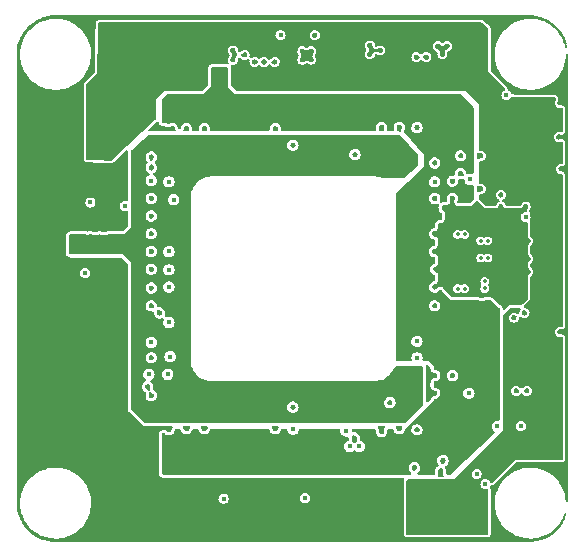
<source format=gbr>
G04 #@! TF.GenerationSoftware,KiCad,Pcbnew,(6.0.9)*
G04 #@! TF.CreationDate,2024-05-21T19:31:49-07:00*
G04 #@! TF.ProjectId,IMX294_MIPI_Breakout_Small,494d5832-3934-45f4-9d49-50495f427265,rev?*
G04 #@! TF.SameCoordinates,Original*
G04 #@! TF.FileFunction,Copper,L3,Inr*
G04 #@! TF.FilePolarity,Positive*
%FSLAX46Y46*%
G04 Gerber Fmt 4.6, Leading zero omitted, Abs format (unit mm)*
G04 Created by KiCad (PCBNEW (6.0.9)) date 2024-05-21 19:31:49*
%MOMM*%
%LPD*%
G01*
G04 APERTURE LIST*
G04 #@! TA.AperFunction,ViaPad*
%ADD10C,0.450000*%
G04 #@! TD*
G04 #@! TA.AperFunction,ViaPad*
%ADD11C,0.350000*%
G04 #@! TD*
G04 APERTURE END LIST*
D10*
G04 #@! TO.N,Net-(C1-Pad1)*
X132800000Y-105600000D03*
G04 #@! TO.N,GND*
X133000000Y-93700000D03*
X126300000Y-90600000D03*
X142550000Y-79150000D03*
X159200000Y-88600000D03*
X145800000Y-78950000D03*
X126250000Y-93100000D03*
X153200000Y-108000000D03*
X157100000Y-96700000D03*
X157500000Y-94500000D03*
X164900000Y-95800000D03*
X150250000Y-87000000D03*
X152500000Y-84700000D03*
X164800000Y-107000000D03*
X133000000Y-96700000D03*
X139912500Y-78975000D03*
X126300000Y-89850000D03*
X155450000Y-78750000D03*
X162600000Y-90400000D03*
X141750000Y-79150000D03*
D11*
X162200000Y-95800000D03*
D10*
X136000000Y-84800000D03*
X127500000Y-87950000D03*
X164600000Y-100400000D03*
X133700000Y-100400000D03*
X126999641Y-93099250D03*
X143450000Y-79150000D03*
X152500000Y-110450000D03*
X158500000Y-90700000D03*
X133000000Y-99800000D03*
X157250000Y-77825000D03*
X145800000Y-78250000D03*
X157700000Y-112900000D03*
X132700000Y-106650000D03*
X140900000Y-78550000D03*
X133000000Y-87200000D03*
X146550000Y-78950000D03*
X128900000Y-87950000D03*
X157000000Y-105700000D03*
D11*
X159150000Y-93250000D03*
D10*
X157000000Y-95200000D03*
X158050000Y-77825000D03*
X157000000Y-107200000D03*
X146050000Y-117145000D03*
X157000000Y-90700000D03*
X129000000Y-97000000D03*
X151500000Y-78500000D03*
X164900000Y-94300000D03*
X163700000Y-100800000D03*
X133000000Y-107400000D03*
X157000000Y-99800000D03*
X133000000Y-92200000D03*
X158500000Y-105700000D03*
X137500000Y-84800000D03*
X134500000Y-110300000D03*
X147525000Y-117700000D03*
X164700000Y-91400000D03*
X133000000Y-104200000D03*
X162600000Y-92300000D03*
X144625000Y-117700000D03*
X143500000Y-84800000D03*
X167700000Y-88200000D03*
X152400000Y-78175000D03*
X140625000Y-117700000D03*
X164900000Y-96900000D03*
X127600000Y-93300000D03*
X159200000Y-87100000D03*
X157650000Y-78500000D03*
X134800000Y-84800000D03*
X128200000Y-87950000D03*
D11*
X160800000Y-93600000D03*
D10*
X126250000Y-92350000D03*
X156300000Y-78750000D03*
X157500000Y-113800000D03*
X133000000Y-98300000D03*
X153925000Y-118925000D03*
D11*
X160700000Y-97400000D03*
D10*
X129000000Y-92650000D03*
X127600000Y-92650000D03*
X155500000Y-84700000D03*
X139912500Y-78175000D03*
X157500000Y-96000000D03*
X151500000Y-77750000D03*
X126999641Y-92349250D03*
X157800000Y-91500000D03*
X150200000Y-111000000D03*
X162600000Y-91400000D03*
D11*
X161000000Y-99000000D03*
D10*
X160900000Y-89900000D03*
X133000000Y-90700000D03*
X158500000Y-89250000D03*
D11*
X162200000Y-94300000D03*
D10*
X134100000Y-84800000D03*
X154000000Y-110200000D03*
X157500000Y-93000000D03*
X139125000Y-117170000D03*
X137625000Y-117700000D03*
X167600000Y-82600000D03*
X167500000Y-85500000D03*
X157000000Y-93700000D03*
X127049641Y-90599250D03*
X127049641Y-89849250D03*
X154000000Y-84700000D03*
X128250000Y-92650000D03*
X137500000Y-110200000D03*
X133000000Y-95200000D03*
X146850000Y-76900000D03*
D11*
X159250000Y-97700000D03*
D10*
X155500000Y-110300000D03*
X157000000Y-98200000D03*
X160900000Y-87100000D03*
X157500000Y-97500000D03*
X145000000Y-86200000D03*
X133000000Y-88100000D03*
X163900000Y-107000000D03*
X130700000Y-93000000D03*
X155275000Y-113500000D03*
X157000000Y-87700000D03*
X129000000Y-93350000D03*
X146550000Y-78250000D03*
X167600000Y-102000000D03*
X164600000Y-98800000D03*
X128250000Y-93350000D03*
X136000000Y-110200000D03*
X143500000Y-110200000D03*
X145000000Y-108380000D03*
G04 #@! TO.N,Net-(C3-Pad1)*
X134500000Y-89300000D03*
G04 #@! TO.N,Net-(C4-Pad1)*
X134399116Y-105602417D03*
G04 #@! TO.N,Net-(C5-Pad1)*
X134500000Y-95200000D03*
G04 #@! TO.N,Net-(C6-Pad1)*
X134500000Y-96750000D03*
G04 #@! TO.N,Net-(C7-Pad1)*
X134500000Y-98200000D03*
G04 #@! TO.N,Net-(C9-Pad1)*
X133000000Y-102900000D03*
G04 #@! TO.N,+1V2*
X152500000Y-83300000D03*
X134500000Y-83300000D03*
X155500000Y-83200000D03*
X155500000Y-99800000D03*
X160000000Y-90700000D03*
X139200000Y-81500000D03*
X136000000Y-111900000D03*
X155500000Y-90800000D03*
X155500000Y-95200000D03*
X155500000Y-96700000D03*
X138350000Y-79850000D03*
X143500000Y-83300000D03*
X154000000Y-83200000D03*
X138350000Y-80650000D03*
X143500000Y-111800000D03*
X134500000Y-111800000D03*
X138350000Y-81500000D03*
X143950000Y-76900000D03*
X155500000Y-98300000D03*
X155500000Y-93600000D03*
X137500000Y-83200000D03*
X139200000Y-80650000D03*
X160000000Y-105700000D03*
X154000000Y-111700000D03*
X152500000Y-111900000D03*
X139200000Y-79850000D03*
X155500000Y-111800000D03*
X137500000Y-111800000D03*
X136000000Y-83300000D03*
G04 #@! TO.N,+1V8*
X134900000Y-90800000D03*
X145000000Y-110250000D03*
X134600000Y-104100000D03*
X159900000Y-107200000D03*
G04 #@! TO.N,+2V9*
X136000000Y-107400000D03*
X127050000Y-94600000D03*
X127050000Y-94000000D03*
X155500000Y-105700000D03*
X126400000Y-94000000D03*
X155500000Y-107200000D03*
X145000000Y-107200000D03*
X134500000Y-93800000D03*
X134500000Y-92200000D03*
X127410000Y-97010000D03*
X154000000Y-87800000D03*
X155400000Y-87700000D03*
X145000000Y-87450000D03*
X134500000Y-107400000D03*
X134500000Y-87800000D03*
X136000000Y-87700000D03*
X126400000Y-95200000D03*
X154000000Y-107300000D03*
X126400000Y-94600000D03*
X127050000Y-95200000D03*
G04 #@! TO.N,+3V3*
X163900000Y-89200000D03*
X127800000Y-87150000D03*
X164600000Y-89200000D03*
X128600000Y-87150000D03*
X163900000Y-88500000D03*
X147350000Y-78100000D03*
X154880000Y-118900000D03*
X127800000Y-86500000D03*
X159550000Y-78500000D03*
X158750000Y-78500000D03*
X165300000Y-89200000D03*
X157500000Y-114800000D03*
X128600000Y-86500000D03*
X147350000Y-78900000D03*
X164600000Y-88500000D03*
X148100000Y-78100000D03*
X148100000Y-78900000D03*
X165300000Y-88500000D03*
X163200000Y-89200000D03*
X158750000Y-77750000D03*
X159550000Y-77750000D03*
X164800000Y-108000000D03*
X163900000Y-108000000D03*
G04 #@! TO.N,SDA_3V3*
X161300000Y-114900000D03*
X160550000Y-114050000D03*
G04 #@! TO.N,SCL_3V3*
X162300000Y-110000000D03*
X164300000Y-110000000D03*
G04 #@! TO.N,CAM_EN*
X163075000Y-81975000D03*
X164700000Y-92300000D03*
G04 #@! TO.N,SCL_1V8*
X149800000Y-111700000D03*
G04 #@! TO.N,SDA_1V8*
X150600000Y-111700000D03*
G04 #@! TO.N,Net-(R1-Pad1)*
X134500000Y-101200000D03*
G04 #@! TO.N,Net-(R2-Pad1)*
X155500000Y-102800000D03*
G04 #@! TO.N,CLOCK*
X160000000Y-89100000D03*
D11*
G04 #@! TO.N,CAM_D0_P*
X159550000Y-93750000D03*
G04 #@! TO.N,CAM_D1_P*
X161245204Y-97730000D03*
G04 #@! TO.N,CAM_CLK_P*
X161500000Y-95750000D03*
G04 #@! TO.N,CAM_D2_P*
X161500000Y-94300000D03*
G04 #@! TO.N,CAM_D3_P*
X159550000Y-98350000D03*
D10*
G04 #@! TO.N,XVS*
X139125000Y-116120000D03*
G04 #@! TO.N,XHS*
X146025000Y-116095000D03*
D11*
G04 #@! TO.N,CAM_D0_N*
X158950000Y-93750000D03*
G04 #@! TO.N,CAM_D1_N*
X161245204Y-98330000D03*
G04 #@! TO.N,CAM_CLK_N*
X160900000Y-95750000D03*
G04 #@! TO.N,CAM_D2_N*
X160900000Y-94300000D03*
G04 #@! TO.N,CAM_D3_N*
X158950000Y-98350000D03*
D10*
G04 #@! TO.N,Net-(C2-Pad1)*
X155500000Y-104200000D03*
G04 #@! TO.N,Net-(C8-Pad1)*
X133000000Y-89200000D03*
G04 #@! TO.N,Net-(JP1-Pad2)*
X157000000Y-89300000D03*
G04 #@! TO.N,RST_1V8*
X149500000Y-110400000D03*
G04 #@! TO.N,Net-(C11-Pad3)*
X127850000Y-91050000D03*
X130750000Y-91350000D03*
G04 #@! TD*
G04 #@! TA.AperFunction,Conductor*
G04 #@! TO.N,GND*
G36*
X164988169Y-75203018D02*
G01*
X164999641Y-75205656D01*
X165010516Y-75203195D01*
X165019694Y-75203211D01*
X165031884Y-75202171D01*
X165173578Y-75209597D01*
X165339716Y-75218304D01*
X165350007Y-75219385D01*
X165526298Y-75247307D01*
X165680876Y-75271790D01*
X165691012Y-75273944D01*
X165909271Y-75332426D01*
X166014601Y-75360649D01*
X166024445Y-75363848D01*
X166274542Y-75459851D01*
X166337177Y-75483895D01*
X166346643Y-75488109D01*
X166645133Y-75640197D01*
X166654107Y-75645379D01*
X166935043Y-75827821D01*
X166943427Y-75833912D01*
X167203758Y-76044724D01*
X167211459Y-76051657D01*
X167448343Y-76288541D01*
X167455276Y-76296242D01*
X167666088Y-76556573D01*
X167672179Y-76564957D01*
X167854621Y-76845893D01*
X167859803Y-76854867D01*
X168011891Y-77153357D01*
X168016105Y-77162823D01*
X168059073Y-77274757D01*
X168060615Y-77304177D01*
X168079817Y-77328798D01*
X168136152Y-77475555D01*
X168139351Y-77485399D01*
X168160059Y-77562680D01*
X168161272Y-77567208D01*
X168158070Y-77628309D01*
X168120215Y-77675055D01*
X168123702Y-77674295D01*
X168179727Y-77698888D01*
X168209496Y-77747183D01*
X168226056Y-77808989D01*
X168228210Y-77819123D01*
X168236402Y-77870841D01*
X168226831Y-77931273D01*
X168183567Y-77974538D01*
X168123135Y-77984110D01*
X168068618Y-77956333D01*
X168041893Y-77907419D01*
X168017141Y-77793895D01*
X168023218Y-77733012D01*
X168060141Y-77691571D01*
X168003342Y-77669769D01*
X167971983Y-77624899D01*
X167893731Y-77396345D01*
X167893335Y-77371149D01*
X167877293Y-77352857D01*
X167747242Y-77080201D01*
X167733814Y-77052048D01*
X167711801Y-77016955D01*
X167551452Y-76761338D01*
X167549936Y-76758921D01*
X167333585Y-76488871D01*
X167087629Y-76245477D01*
X166915420Y-76110448D01*
X166817567Y-76033721D01*
X166817560Y-76033716D01*
X166815328Y-76031966D01*
X166520291Y-75851168D01*
X166483117Y-75833912D01*
X166232411Y-75717538D01*
X166206430Y-75705478D01*
X165877903Y-75596828D01*
X165539065Y-75526658D01*
X165536227Y-75526405D01*
X165536222Y-75526404D01*
X165236964Y-75499696D01*
X165236962Y-75499696D01*
X165234767Y-75499500D01*
X165011811Y-75499500D01*
X164754547Y-75514334D01*
X164751740Y-75514824D01*
X164751739Y-75514824D01*
X164416471Y-75573337D01*
X164416463Y-75573339D01*
X164413672Y-75573826D01*
X164081894Y-75672103D01*
X163763611Y-75807862D01*
X163761146Y-75809268D01*
X163761140Y-75809271D01*
X163562424Y-75922617D01*
X163463041Y-75979304D01*
X163184168Y-76184157D01*
X163182090Y-76186088D01*
X163182084Y-76186093D01*
X163028390Y-76328915D01*
X162930688Y-76419705D01*
X162928840Y-76421869D01*
X162928835Y-76421874D01*
X162871615Y-76488871D01*
X162705962Y-76682826D01*
X162512967Y-76970033D01*
X162354261Y-77277518D01*
X162231950Y-77601207D01*
X162231255Y-77603972D01*
X162231253Y-77603980D01*
X162188758Y-77773159D01*
X162147652Y-77936810D01*
X162124273Y-78114393D01*
X162103203Y-78274441D01*
X162102487Y-78279876D01*
X162102442Y-78282722D01*
X162102442Y-78282726D01*
X162100552Y-78403014D01*
X162097051Y-78625861D01*
X162097335Y-78628706D01*
X162130671Y-78962679D01*
X162131419Y-78970177D01*
X162132024Y-78972951D01*
X162132024Y-78972952D01*
X162196348Y-79267967D01*
X162205133Y-79308261D01*
X162317217Y-79635633D01*
X162466186Y-79947952D01*
X162467700Y-79950365D01*
X162467703Y-79950371D01*
X162523695Y-80039630D01*
X162650064Y-80241079D01*
X162866415Y-80511129D01*
X163112371Y-80754523D01*
X163192723Y-80817527D01*
X163382433Y-80966279D01*
X163382440Y-80966284D01*
X163384672Y-80968034D01*
X163679709Y-81148832D01*
X163993570Y-81294522D01*
X164322097Y-81403172D01*
X164660935Y-81473342D01*
X164663773Y-81473595D01*
X164663778Y-81473596D01*
X164963036Y-81500304D01*
X164963038Y-81500304D01*
X164965233Y-81500500D01*
X165188189Y-81500500D01*
X165445453Y-81485666D01*
X165484009Y-81478937D01*
X165783529Y-81426663D01*
X165783537Y-81426661D01*
X165786328Y-81426174D01*
X166118106Y-81327897D01*
X166436389Y-81192138D01*
X166438854Y-81190732D01*
X166438860Y-81190729D01*
X166734487Y-81022106D01*
X166736959Y-81020696D01*
X167015832Y-80815843D01*
X167017910Y-80813912D01*
X167017916Y-80813907D01*
X167267224Y-80582235D01*
X167269312Y-80580295D01*
X167271160Y-80578131D01*
X167271165Y-80578126D01*
X167355455Y-80479435D01*
X167494038Y-80317174D01*
X167687033Y-80029967D01*
X167845739Y-79722482D01*
X167968050Y-79398793D01*
X167975210Y-79370290D01*
X168033775Y-79137131D01*
X168052348Y-79063190D01*
X168082326Y-78835481D01*
X168097141Y-78722952D01*
X168097141Y-78722947D01*
X168097513Y-78720124D01*
X168097853Y-78698516D01*
X168099591Y-78587878D01*
X168100537Y-78527626D01*
X168120356Y-78469740D01*
X168170415Y-78434558D01*
X168231593Y-78435520D01*
X168280522Y-78472256D01*
X168296081Y-78507319D01*
X168297056Y-78511625D01*
X168299500Y-78533488D01*
X168299500Y-116354698D01*
X168280593Y-116412889D01*
X168231093Y-116448853D01*
X168169907Y-116448853D01*
X168120407Y-116412889D01*
X168101990Y-116364531D01*
X168068864Y-116032657D01*
X168068864Y-116032655D01*
X168068581Y-116029823D01*
X168059217Y-115986874D01*
X167995473Y-115694518D01*
X167995473Y-115694517D01*
X167994867Y-115691739D01*
X167882783Y-115364367D01*
X167733814Y-115052048D01*
X167721945Y-115033126D01*
X167551452Y-114761338D01*
X167549936Y-114758921D01*
X167333585Y-114488871D01*
X167087629Y-114245477D01*
X166927384Y-114119829D01*
X166817567Y-114033721D01*
X166817560Y-114033716D01*
X166815328Y-114031966D01*
X166520291Y-113851168D01*
X166206430Y-113705478D01*
X165877903Y-113596828D01*
X165539065Y-113526658D01*
X165536227Y-113526405D01*
X165536222Y-113526404D01*
X165236964Y-113499696D01*
X165236962Y-113499696D01*
X165234767Y-113499500D01*
X165011811Y-113499500D01*
X164754547Y-113514334D01*
X164751740Y-113514824D01*
X164751739Y-113514824D01*
X164416471Y-113573337D01*
X164416463Y-113573339D01*
X164413672Y-113573826D01*
X164081894Y-113672103D01*
X163763611Y-113807862D01*
X163761146Y-113809268D01*
X163761140Y-113809271D01*
X163519474Y-113947115D01*
X163463041Y-113979304D01*
X163184168Y-114184157D01*
X163182090Y-114186088D01*
X163182084Y-114186093D01*
X163078816Y-114282056D01*
X162930688Y-114419705D01*
X162928840Y-114421869D01*
X162928835Y-114421874D01*
X162871615Y-114488871D01*
X162705962Y-114682826D01*
X162512967Y-114970033D01*
X162354261Y-115277518D01*
X162353251Y-115280190D01*
X162353250Y-115280193D01*
X162322416Y-115361793D01*
X162231950Y-115601207D01*
X162231255Y-115603972D01*
X162231253Y-115603980D01*
X162204552Y-115710281D01*
X162147652Y-115936810D01*
X162141975Y-115979934D01*
X162106009Y-116253126D01*
X162102487Y-116279876D01*
X162097051Y-116625861D01*
X162131419Y-116970177D01*
X162132024Y-116972951D01*
X162132024Y-116972952D01*
X162177360Y-117180880D01*
X162205133Y-117308261D01*
X162317217Y-117635633D01*
X162466186Y-117947952D01*
X162467700Y-117950365D01*
X162467703Y-117950371D01*
X162589877Y-118145133D01*
X162650064Y-118241079D01*
X162866415Y-118511129D01*
X163112371Y-118754523D01*
X163192723Y-118817527D01*
X163382433Y-118966279D01*
X163382440Y-118966284D01*
X163384672Y-118968034D01*
X163679709Y-119148832D01*
X163682294Y-119150032D01*
X163682296Y-119150033D01*
X163734329Y-119174186D01*
X163993570Y-119294522D01*
X164322097Y-119403172D01*
X164660935Y-119473342D01*
X164663773Y-119473595D01*
X164663778Y-119473596D01*
X164963036Y-119500304D01*
X164963038Y-119500304D01*
X164965233Y-119500500D01*
X165188189Y-119500500D01*
X165445453Y-119485666D01*
X165448261Y-119485176D01*
X165783529Y-119426663D01*
X165783537Y-119426661D01*
X165786328Y-119426174D01*
X166118106Y-119327897D01*
X166436389Y-119192138D01*
X166438854Y-119190732D01*
X166438860Y-119190729D01*
X166734487Y-119022106D01*
X166736959Y-119020696D01*
X167015832Y-118815843D01*
X167017910Y-118813912D01*
X167017916Y-118813907D01*
X167267224Y-118582235D01*
X167269312Y-118580295D01*
X167271160Y-118578131D01*
X167271165Y-118578126D01*
X167389650Y-118439397D01*
X167494038Y-118317174D01*
X167687033Y-118029967D01*
X167845739Y-117722482D01*
X167960671Y-117418320D01*
X167998925Y-117370571D01*
X168057942Y-117354426D01*
X168115178Y-117376053D01*
X168148770Y-117427192D01*
X168148906Y-117478937D01*
X168139352Y-117514596D01*
X168136152Y-117524445D01*
X168040149Y-117774542D01*
X168016105Y-117837177D01*
X168011891Y-117846643D01*
X167859803Y-118145133D01*
X167854621Y-118154107D01*
X167672179Y-118435043D01*
X167666088Y-118443427D01*
X167455276Y-118703758D01*
X167448343Y-118711459D01*
X167211459Y-118948343D01*
X167203758Y-118955276D01*
X166943427Y-119166088D01*
X166935043Y-119172179D01*
X166654107Y-119354621D01*
X166645133Y-119359803D01*
X166346643Y-119511891D01*
X166337177Y-119516105D01*
X166024445Y-119636152D01*
X166014601Y-119639351D01*
X165909271Y-119667574D01*
X165691012Y-119726056D01*
X165680876Y-119728210D01*
X165526298Y-119752693D01*
X165350007Y-119780615D01*
X165339716Y-119781696D01*
X165032406Y-119797802D01*
X165021590Y-119796861D01*
X165011224Y-119796843D01*
X165000359Y-119794344D01*
X164988359Y-119797059D01*
X164966512Y-119799500D01*
X124934017Y-119799500D01*
X124911831Y-119796982D01*
X124911801Y-119796975D01*
X124900359Y-119794344D01*
X124889484Y-119796805D01*
X124880306Y-119796789D01*
X124868116Y-119797829D01*
X124726422Y-119790403D01*
X124560284Y-119781696D01*
X124549993Y-119780615D01*
X124373702Y-119752693D01*
X124219124Y-119728210D01*
X124208988Y-119726056D01*
X123990729Y-119667574D01*
X123885399Y-119639351D01*
X123875555Y-119636152D01*
X123562823Y-119516105D01*
X123553357Y-119511891D01*
X123254867Y-119359803D01*
X123245893Y-119354621D01*
X122964957Y-119172179D01*
X122956573Y-119166088D01*
X122696242Y-118955276D01*
X122688541Y-118948343D01*
X122451657Y-118711459D01*
X122444724Y-118703758D01*
X122233912Y-118443427D01*
X122227821Y-118435043D01*
X122045379Y-118154107D01*
X122040197Y-118145133D01*
X121888109Y-117846643D01*
X121883895Y-117837177D01*
X121859851Y-117774542D01*
X121763848Y-117524445D01*
X121760648Y-117514598D01*
X121760648Y-117514596D01*
X121717730Y-117354426D01*
X121673944Y-117191012D01*
X121671790Y-117180876D01*
X121637969Y-116967343D01*
X121619385Y-116850007D01*
X121618303Y-116839709D01*
X121607096Y-116625861D01*
X121897051Y-116625861D01*
X121931419Y-116970177D01*
X121932024Y-116972951D01*
X121932024Y-116972952D01*
X121977360Y-117180880D01*
X122005133Y-117308261D01*
X122117217Y-117635633D01*
X122266186Y-117947952D01*
X122267700Y-117950365D01*
X122267703Y-117950371D01*
X122389877Y-118145133D01*
X122450064Y-118241079D01*
X122666415Y-118511129D01*
X122912371Y-118754523D01*
X122992723Y-118817527D01*
X123182433Y-118966279D01*
X123182440Y-118966284D01*
X123184672Y-118968034D01*
X123479709Y-119148832D01*
X123482294Y-119150032D01*
X123482296Y-119150033D01*
X123534329Y-119174186D01*
X123793570Y-119294522D01*
X124122097Y-119403172D01*
X124460935Y-119473342D01*
X124463773Y-119473595D01*
X124463778Y-119473596D01*
X124763036Y-119500304D01*
X124763038Y-119500304D01*
X124765233Y-119500500D01*
X124988189Y-119500500D01*
X125245453Y-119485666D01*
X125248261Y-119485176D01*
X125583529Y-119426663D01*
X125583537Y-119426661D01*
X125586328Y-119426174D01*
X125918106Y-119327897D01*
X126236389Y-119192138D01*
X126238854Y-119190732D01*
X126238860Y-119190729D01*
X126534487Y-119022106D01*
X126536959Y-119020696D01*
X126815832Y-118815843D01*
X126817910Y-118813912D01*
X126817916Y-118813907D01*
X127067224Y-118582235D01*
X127069312Y-118580295D01*
X127071160Y-118578131D01*
X127071165Y-118578126D01*
X127189650Y-118439397D01*
X127294038Y-118317174D01*
X127487033Y-118029967D01*
X127645739Y-117722482D01*
X127768050Y-117398793D01*
X127779195Y-117354426D01*
X127837275Y-117123199D01*
X127852348Y-117063190D01*
X127897513Y-116720124D01*
X127902949Y-116374139D01*
X127877582Y-116120000D01*
X138694196Y-116120000D01*
X138695415Y-116127696D01*
X138712421Y-116235066D01*
X138715281Y-116253126D01*
X138718817Y-116260065D01*
X138718817Y-116260066D01*
X138772045Y-116364531D01*
X138776472Y-116373220D01*
X138871780Y-116468528D01*
X138878717Y-116472063D01*
X138878719Y-116472064D01*
X138956690Y-116511792D01*
X138991874Y-116529719D01*
X138999568Y-116530938D01*
X138999569Y-116530938D01*
X139117304Y-116549585D01*
X139125000Y-116550804D01*
X139132696Y-116549585D01*
X139250431Y-116530938D01*
X139250432Y-116530938D01*
X139258126Y-116529719D01*
X139293310Y-116511792D01*
X139371281Y-116472064D01*
X139371283Y-116472063D01*
X139378220Y-116468528D01*
X139473528Y-116373220D01*
X139477956Y-116364531D01*
X139531183Y-116260066D01*
X139531183Y-116260065D01*
X139534719Y-116253126D01*
X139537580Y-116235066D01*
X139554585Y-116127696D01*
X139555804Y-116120000D01*
X139551844Y-116095000D01*
X145594196Y-116095000D01*
X145615281Y-116228126D01*
X145676472Y-116348220D01*
X145771780Y-116443528D01*
X145778717Y-116447063D01*
X145778719Y-116447064D01*
X145884934Y-116501183D01*
X145891874Y-116504719D01*
X145899568Y-116505938D01*
X145899569Y-116505938D01*
X146017304Y-116524585D01*
X146025000Y-116525804D01*
X146032696Y-116524585D01*
X146150431Y-116505938D01*
X146150432Y-116505938D01*
X146158126Y-116504719D01*
X146165066Y-116501183D01*
X146271281Y-116447064D01*
X146271283Y-116447063D01*
X146278220Y-116443528D01*
X146373528Y-116348220D01*
X146434719Y-116228126D01*
X146455804Y-116095000D01*
X146445042Y-116027048D01*
X146435938Y-115969569D01*
X146435938Y-115969568D01*
X146434719Y-115961874D01*
X146373528Y-115841780D01*
X146278220Y-115746472D01*
X146271283Y-115742937D01*
X146271281Y-115742936D01*
X146165066Y-115688817D01*
X146165065Y-115688817D01*
X146158126Y-115685281D01*
X146150432Y-115684062D01*
X146150431Y-115684062D01*
X146032696Y-115665415D01*
X146025000Y-115664196D01*
X146017304Y-115665415D01*
X145899569Y-115684062D01*
X145899568Y-115684062D01*
X145891874Y-115685281D01*
X145884935Y-115688817D01*
X145884934Y-115688817D01*
X145778719Y-115742936D01*
X145778717Y-115742937D01*
X145771780Y-115746472D01*
X145676472Y-115841780D01*
X145615281Y-115961874D01*
X145614062Y-115969568D01*
X145614062Y-115969569D01*
X145604958Y-116027048D01*
X145594196Y-116095000D01*
X139551844Y-116095000D01*
X139541970Y-116032657D01*
X139535938Y-115994569D01*
X139535938Y-115994568D01*
X139534719Y-115986874D01*
X139473528Y-115866780D01*
X139378220Y-115771472D01*
X139371283Y-115767937D01*
X139371281Y-115767936D01*
X139265066Y-115713817D01*
X139265065Y-115713817D01*
X139258126Y-115710281D01*
X139250432Y-115709062D01*
X139250431Y-115709062D01*
X139132696Y-115690415D01*
X139125000Y-115689196D01*
X139117304Y-115690415D01*
X138999569Y-115709062D01*
X138999568Y-115709062D01*
X138991874Y-115710281D01*
X138984935Y-115713817D01*
X138984934Y-115713817D01*
X138878719Y-115767936D01*
X138878717Y-115767937D01*
X138871780Y-115771472D01*
X138776472Y-115866780D01*
X138715281Y-115986874D01*
X138714062Y-115994568D01*
X138714062Y-115994569D01*
X138708030Y-116032657D01*
X138694196Y-116120000D01*
X127877582Y-116120000D01*
X127875087Y-116095000D01*
X127868864Y-116032657D01*
X127868864Y-116032655D01*
X127868581Y-116029823D01*
X127859217Y-115986874D01*
X127795473Y-115694518D01*
X127795473Y-115694517D01*
X127794867Y-115691739D01*
X127682783Y-115364367D01*
X127533814Y-115052048D01*
X127521945Y-115033126D01*
X127351452Y-114761338D01*
X127349936Y-114758921D01*
X127133585Y-114488871D01*
X126887629Y-114245477D01*
X126727384Y-114119829D01*
X126617567Y-114033721D01*
X126617560Y-114033716D01*
X126615328Y-114031966D01*
X126320291Y-113851168D01*
X126006430Y-113705478D01*
X125677903Y-113596828D01*
X125339065Y-113526658D01*
X125336227Y-113526405D01*
X125336222Y-113526404D01*
X125036964Y-113499696D01*
X125036962Y-113499696D01*
X125034767Y-113499500D01*
X124811811Y-113499500D01*
X124554547Y-113514334D01*
X124551740Y-113514824D01*
X124551739Y-113514824D01*
X124216471Y-113573337D01*
X124216463Y-113573339D01*
X124213672Y-113573826D01*
X123881894Y-113672103D01*
X123563611Y-113807862D01*
X123561146Y-113809268D01*
X123561140Y-113809271D01*
X123319474Y-113947115D01*
X123263041Y-113979304D01*
X122984168Y-114184157D01*
X122982090Y-114186088D01*
X122982084Y-114186093D01*
X122878816Y-114282056D01*
X122730688Y-114419705D01*
X122728840Y-114421869D01*
X122728835Y-114421874D01*
X122671615Y-114488871D01*
X122505962Y-114682826D01*
X122312967Y-114970033D01*
X122154261Y-115277518D01*
X122153251Y-115280190D01*
X122153250Y-115280193D01*
X122122416Y-115361793D01*
X122031950Y-115601207D01*
X122031255Y-115603972D01*
X122031253Y-115603980D01*
X122004552Y-115710281D01*
X121947652Y-115936810D01*
X121941975Y-115979934D01*
X121906009Y-116253126D01*
X121902487Y-116279876D01*
X121897051Y-116625861D01*
X121607096Y-116625861D01*
X121602212Y-116532666D01*
X121604047Y-116511792D01*
X121603747Y-116511757D01*
X121604389Y-116506179D01*
X121605655Y-116500718D01*
X121605656Y-116500000D01*
X121604412Y-116494545D01*
X121602980Y-116488266D01*
X121600500Y-116466248D01*
X121600500Y-97010000D01*
X126979196Y-97010000D01*
X126984266Y-97042013D01*
X126993972Y-97103290D01*
X127000281Y-97143126D01*
X127003817Y-97150065D01*
X127003817Y-97150066D01*
X127008038Y-97158349D01*
X127061472Y-97263220D01*
X127156780Y-97358528D01*
X127163717Y-97362063D01*
X127163719Y-97362064D01*
X127269934Y-97416183D01*
X127276874Y-97419719D01*
X127284568Y-97420938D01*
X127284569Y-97420938D01*
X127402304Y-97439585D01*
X127410000Y-97440804D01*
X127417696Y-97439585D01*
X127535431Y-97420938D01*
X127535432Y-97420938D01*
X127543126Y-97419719D01*
X127550066Y-97416183D01*
X127656281Y-97362064D01*
X127656283Y-97362063D01*
X127663220Y-97358528D01*
X127758528Y-97263220D01*
X127811963Y-97158349D01*
X127816183Y-97150066D01*
X127816183Y-97150065D01*
X127819719Y-97143126D01*
X127826029Y-97103290D01*
X127835734Y-97042013D01*
X127840804Y-97010000D01*
X127834947Y-96973022D01*
X127820938Y-96884569D01*
X127820938Y-96884568D01*
X127819719Y-96876874D01*
X127794978Y-96828317D01*
X127762064Y-96763719D01*
X127762063Y-96763717D01*
X127758528Y-96756780D01*
X127663220Y-96661472D01*
X127656283Y-96657937D01*
X127656281Y-96657936D01*
X127550066Y-96603817D01*
X127550065Y-96603817D01*
X127543126Y-96600281D01*
X127535432Y-96599062D01*
X127535431Y-96599062D01*
X127417696Y-96580415D01*
X127410000Y-96579196D01*
X127402304Y-96580415D01*
X127284569Y-96599062D01*
X127284568Y-96599062D01*
X127276874Y-96600281D01*
X127269935Y-96603817D01*
X127269934Y-96603817D01*
X127163719Y-96657936D01*
X127163717Y-96657937D01*
X127156780Y-96661472D01*
X127061472Y-96756780D01*
X127057937Y-96763717D01*
X127057936Y-96763719D01*
X127025022Y-96828317D01*
X127000281Y-96876874D01*
X126999062Y-96884568D01*
X126999062Y-96884569D01*
X126985053Y-96973022D01*
X126979196Y-97010000D01*
X121600500Y-97010000D01*
X121600500Y-95324000D01*
X125790500Y-95324000D01*
X125796430Y-95379159D01*
X125796989Y-95381729D01*
X125796990Y-95381735D01*
X125798446Y-95388426D01*
X125807816Y-95431501D01*
X125815166Y-95458291D01*
X125818230Y-95463671D01*
X125818230Y-95463672D01*
X125825669Y-95476735D01*
X125865269Y-95546278D01*
X125868451Y-95549950D01*
X125910310Y-95598259D01*
X125910317Y-95598266D01*
X125911762Y-95599934D01*
X125913354Y-95601470D01*
X125938338Y-95625578D01*
X125945051Y-95632056D01*
X126034770Y-95678987D01*
X126102891Y-95698989D01*
X126176000Y-95709500D01*
X130451504Y-95709500D01*
X130509695Y-95728407D01*
X130521508Y-95738496D01*
X131011504Y-96228492D01*
X131039281Y-96283009D01*
X131040500Y-96298496D01*
X131040500Y-108547810D01*
X131040570Y-108549111D01*
X131040570Y-108549122D01*
X131041070Y-108558444D01*
X131041986Y-108575545D01*
X131044865Y-108602328D01*
X131075123Y-108698961D01*
X131109149Y-108761273D01*
X131153411Y-108820399D01*
X132179601Y-109846589D01*
X132200260Y-109865147D01*
X132221234Y-109882050D01*
X132225546Y-109884306D01*
X132225548Y-109884307D01*
X132306645Y-109926730D01*
X132310960Y-109928987D01*
X132379081Y-109948989D01*
X132452190Y-109959500D01*
X134711657Y-109959500D01*
X134769848Y-109978407D01*
X134805812Y-110027907D01*
X134805812Y-110089093D01*
X134794930Y-110112042D01*
X134768207Y-110153599D01*
X134766424Y-110158127D01*
X134748847Y-110202764D01*
X134748846Y-110202767D01*
X134743305Y-110216840D01*
X134745621Y-110217752D01*
X134742818Y-110230779D01*
X134730107Y-110264241D01*
X134730105Y-110264248D01*
X134728382Y-110268784D01*
X134727576Y-110273573D01*
X134727576Y-110273574D01*
X134714112Y-110353603D01*
X134705578Y-110380343D01*
X134701448Y-110388868D01*
X134690465Y-110411537D01*
X134674769Y-110434808D01*
X134658557Y-110452719D01*
X134651501Y-110460514D01*
X134629904Y-110478444D01*
X134600362Y-110496583D01*
X134574600Y-110507731D01*
X134541151Y-110516850D01*
X134513298Y-110520319D01*
X134492536Y-110519939D01*
X134478640Y-110519684D01*
X134450934Y-110515197D01*
X134417836Y-110504857D01*
X134392504Y-110492775D01*
X134363640Y-110473562D01*
X134342719Y-110454855D01*
X134341133Y-110452968D01*
X134321094Y-110429129D01*
X134307312Y-110413989D01*
X134293373Y-110399840D01*
X134288720Y-110396583D01*
X134220018Y-110348500D01*
X134216316Y-110345909D01*
X134151736Y-110316415D01*
X134133416Y-110309952D01*
X134114785Y-110303379D01*
X134114782Y-110303378D01*
X134108108Y-110301024D01*
X134083059Y-110299681D01*
X134011855Y-110295864D01*
X134011853Y-110295864D01*
X134007001Y-110295604D01*
X134002188Y-110296296D01*
X133938931Y-110305391D01*
X133938929Y-110305391D01*
X133936727Y-110305708D01*
X133934572Y-110306217D01*
X133934563Y-110306219D01*
X133903481Y-110313565D01*
X133891709Y-110316347D01*
X133803722Y-110366450D01*
X133800050Y-110369632D01*
X133751741Y-110411491D01*
X133751734Y-110411498D01*
X133750066Y-110412943D01*
X133743812Y-110419424D01*
X133728968Y-110434808D01*
X133717944Y-110446232D01*
X133714663Y-110452505D01*
X133714662Y-110452506D01*
X133680621Y-110517583D01*
X133671013Y-110535951D01*
X133651011Y-110604072D01*
X133640500Y-110677181D01*
X133640500Y-113974000D01*
X133646430Y-114029159D01*
X133646989Y-114031729D01*
X133646990Y-114031735D01*
X133647422Y-114033721D01*
X133657816Y-114081501D01*
X133665166Y-114108291D01*
X133715269Y-114196278D01*
X133718451Y-114199950D01*
X133760310Y-114248259D01*
X133760317Y-114248266D01*
X133761762Y-114249934D01*
X133795051Y-114282056D01*
X133884770Y-114328987D01*
X133952891Y-114348989D01*
X134026000Y-114359500D01*
X154333547Y-114359500D01*
X154391738Y-114378407D01*
X154427702Y-114427907D01*
X154427702Y-114489093D01*
X154425292Y-114495575D01*
X154422826Y-114499983D01*
X154421261Y-114505314D01*
X154421259Y-114505318D01*
X154410508Y-114541934D01*
X154402824Y-114568104D01*
X154394500Y-114626000D01*
X154394500Y-119074000D01*
X154399196Y-119117681D01*
X154399755Y-119120251D01*
X154399756Y-119120257D01*
X154408504Y-119160472D01*
X154410582Y-119170023D01*
X154413070Y-119180203D01*
X154456079Y-119260916D01*
X154502572Y-119314572D01*
X154520165Y-119332527D01*
X154526339Y-119335981D01*
X154526341Y-119335982D01*
X154576386Y-119363975D01*
X154599983Y-119377174D01*
X154668104Y-119397176D01*
X154726000Y-119405500D01*
X161424000Y-119405500D01*
X161453970Y-119402278D01*
X161465059Y-119401086D01*
X161465061Y-119401086D01*
X161467681Y-119400804D01*
X161470251Y-119400245D01*
X161470257Y-119400244D01*
X161519448Y-119389543D01*
X161520023Y-119389418D01*
X161530203Y-119386930D01*
X161610916Y-119343921D01*
X161664572Y-119297428D01*
X161666624Y-119295418D01*
X161677471Y-119284789D01*
X161682527Y-119279835D01*
X161695855Y-119256009D01*
X161724463Y-119204864D01*
X161724464Y-119204862D01*
X161727174Y-119200017D01*
X161747176Y-119131896D01*
X161755500Y-119074000D01*
X161755500Y-115438735D01*
X161746757Y-115379432D01*
X161742217Y-115364367D01*
X161726238Y-115311354D01*
X161725771Y-115309804D01*
X161716461Y-115284883D01*
X161712143Y-115279164D01*
X161712141Y-115279160D01*
X161673160Y-115227528D01*
X161653188Y-115169695D01*
X161663961Y-115122932D01*
X161700791Y-115050649D01*
X161744056Y-115007384D01*
X161796063Y-114996846D01*
X161812389Y-114998014D01*
X161812408Y-114998015D01*
X161813907Y-114998122D01*
X161815412Y-114998137D01*
X161815427Y-114998138D01*
X161831966Y-114998307D01*
X161831969Y-114998307D01*
X161839047Y-114998379D01*
X161927056Y-114973508D01*
X161989368Y-114939482D01*
X161992196Y-114937365D01*
X161992202Y-114937361D01*
X162033357Y-114906551D01*
X162033358Y-114906550D01*
X162036190Y-114904430D01*
X163856124Y-113084496D01*
X163910641Y-113056719D01*
X163926128Y-113055500D01*
X167724000Y-113055500D01*
X167753018Y-113052380D01*
X167765059Y-113051086D01*
X167765061Y-113051086D01*
X167767681Y-113050804D01*
X167770251Y-113050245D01*
X167770257Y-113050244D01*
X167819448Y-113039543D01*
X167820023Y-113039418D01*
X167830203Y-113036930D01*
X167863127Y-113019386D01*
X167906009Y-112996536D01*
X167906011Y-112996535D01*
X167910916Y-112993921D01*
X167964572Y-112947428D01*
X167966323Y-112945713D01*
X167977471Y-112934789D01*
X167982527Y-112929835D01*
X168006231Y-112887459D01*
X168024463Y-112854864D01*
X168024464Y-112854862D01*
X168027174Y-112850017D01*
X168047176Y-112781896D01*
X168055500Y-112724000D01*
X168055500Y-102538735D01*
X168046757Y-102479432D01*
X168025771Y-102409804D01*
X168016461Y-102384883D01*
X167961355Y-102311893D01*
X167907041Y-102266172D01*
X167886859Y-102251193D01*
X167880219Y-102248747D01*
X167880217Y-102248746D01*
X167806259Y-102221503D01*
X167806255Y-102221502D01*
X167801040Y-102219581D01*
X167760133Y-102214294D01*
X167734136Y-102210934D01*
X167734134Y-102210934D01*
X167730630Y-102210481D01*
X167727104Y-102210531D01*
X167727098Y-102210531D01*
X167675682Y-102211265D01*
X167675675Y-102211266D01*
X167672143Y-102211316D01*
X167668648Y-102211870D01*
X167668643Y-102211870D01*
X167615485Y-102220289D01*
X167584514Y-102220289D01*
X167546658Y-102214294D01*
X167517197Y-102204722D01*
X167483045Y-102187320D01*
X167457987Y-102169115D01*
X167430885Y-102142013D01*
X167412680Y-102116955D01*
X167395278Y-102082803D01*
X167385707Y-102053348D01*
X167379710Y-102015482D01*
X167379710Y-101984515D01*
X167385707Y-101946652D01*
X167395278Y-101917197D01*
X167412680Y-101883045D01*
X167430885Y-101857987D01*
X167457987Y-101830885D01*
X167483045Y-101812680D01*
X167517197Y-101795278D01*
X167546658Y-101785706D01*
X167584514Y-101779711D01*
X167615485Y-101779711D01*
X167668556Y-101788116D01*
X167668557Y-101788116D01*
X167672143Y-101788684D01*
X167675771Y-101788723D01*
X167675773Y-101788723D01*
X167703342Y-101789018D01*
X167732083Y-101789326D01*
X167735679Y-101788835D01*
X167735682Y-101788835D01*
X167802546Y-101779708D01*
X167802549Y-101779707D01*
X167804135Y-101779491D01*
X167805692Y-101779175D01*
X167805702Y-101779173D01*
X167816745Y-101776929D01*
X167830203Y-101774195D01*
X167910916Y-101731186D01*
X167964572Y-101684693D01*
X167982527Y-101667100D01*
X168027174Y-101587282D01*
X168047176Y-101519161D01*
X168055500Y-101461265D01*
X168055500Y-88754574D01*
X168054966Y-88750948D01*
X168047287Y-88698859D01*
X168047287Y-88698857D01*
X168046759Y-88695278D01*
X168025778Y-88625658D01*
X168016473Y-88600745D01*
X167961373Y-88527751D01*
X167907062Y-88482025D01*
X167886877Y-88467041D01*
X167801059Y-88435425D01*
X167746062Y-88428314D01*
X167746190Y-88427323D01*
X167734352Y-88427094D01*
X167725140Y-88424991D01*
X167725130Y-88424990D01*
X167719711Y-88423753D01*
X167714149Y-88423753D01*
X167714096Y-88423747D01*
X167698686Y-88422534D01*
X167688028Y-88420846D01*
X167646656Y-88414294D01*
X167617197Y-88404722D01*
X167617072Y-88404658D01*
X167583045Y-88387320D01*
X167557987Y-88369115D01*
X167530885Y-88342013D01*
X167512680Y-88316955D01*
X167495278Y-88282803D01*
X167485707Y-88253348D01*
X167479710Y-88215482D01*
X167479710Y-88184515D01*
X167481573Y-88172753D01*
X167485707Y-88146652D01*
X167495278Y-88117197D01*
X167512680Y-88083045D01*
X167530885Y-88057987D01*
X167557987Y-88030885D01*
X167583045Y-88012680D01*
X167617197Y-87995278D01*
X167646656Y-87985706D01*
X167698686Y-87977466D01*
X167714172Y-87976247D01*
X167719711Y-87976247D01*
X167722450Y-87975938D01*
X167722457Y-87975938D01*
X167757142Y-87972030D01*
X167757143Y-87972030D01*
X167765439Y-87971095D01*
X167770181Y-87968812D01*
X167777198Y-87967330D01*
X167804142Y-87963651D01*
X167830203Y-87958356D01*
X167887072Y-87928053D01*
X167906009Y-87917962D01*
X167906011Y-87917961D01*
X167910916Y-87915347D01*
X167964572Y-87868854D01*
X167982527Y-87851261D01*
X167991731Y-87834808D01*
X168024463Y-87776290D01*
X168024464Y-87776288D01*
X168027174Y-87771443D01*
X168047176Y-87703322D01*
X168055500Y-87645426D01*
X168055500Y-86004830D01*
X168052735Y-85971234D01*
X168046000Y-85930591D01*
X168011226Y-85845783D01*
X167970320Y-85787756D01*
X167954609Y-85768137D01*
X167889654Y-85722742D01*
X167884200Y-85718930D01*
X167884198Y-85718929D01*
X167879645Y-85715747D01*
X167862951Y-85708971D01*
X167815252Y-85689610D01*
X167815235Y-85689604D01*
X167813861Y-85689046D01*
X167790033Y-85681034D01*
X167746925Y-85679362D01*
X167704199Y-85677705D01*
X167704196Y-85677705D01*
X167698646Y-85677490D01*
X167693183Y-85678516D01*
X167693182Y-85678516D01*
X167632349Y-85689940D01*
X167632343Y-85689942D01*
X167628869Y-85690594D01*
X167573506Y-85709460D01*
X167573339Y-85708971D01*
X167556406Y-85713808D01*
X167515486Y-85720289D01*
X167484514Y-85720289D01*
X167446658Y-85714294D01*
X167417197Y-85704722D01*
X167383045Y-85687320D01*
X167357987Y-85669115D01*
X167330885Y-85642013D01*
X167312680Y-85616955D01*
X167295278Y-85582803D01*
X167285707Y-85553348D01*
X167279710Y-85515482D01*
X167279710Y-85484515D01*
X167285707Y-85446652D01*
X167295278Y-85417197D01*
X167312680Y-85383045D01*
X167330885Y-85357987D01*
X167357987Y-85330885D01*
X167383045Y-85312680D01*
X167417197Y-85295278D01*
X167446658Y-85285706D01*
X167484514Y-85279711D01*
X167515486Y-85279711D01*
X167555591Y-85286063D01*
X167577663Y-85292245D01*
X167585060Y-85295278D01*
X167604689Y-85303327D01*
X167606635Y-85303944D01*
X167638646Y-85314094D01*
X167638651Y-85314095D01*
X167643959Y-85315778D01*
X167705520Y-85320844D01*
X167729760Y-85322839D01*
X167729761Y-85322839D01*
X167735314Y-85323296D01*
X167759636Y-85319799D01*
X167804088Y-85313408D01*
X167804098Y-85313406D01*
X167805588Y-85313192D01*
X167807067Y-85312886D01*
X167807073Y-85312885D01*
X167823266Y-85309535D01*
X167830203Y-85308100D01*
X167863157Y-85290540D01*
X167906009Y-85267706D01*
X167906011Y-85267705D01*
X167910916Y-85265091D01*
X167964572Y-85218598D01*
X167982527Y-85201005D01*
X168027174Y-85121187D01*
X168047176Y-85053066D01*
X168055500Y-84995170D01*
X168055500Y-83138735D01*
X168046757Y-83079432D01*
X168025771Y-83009804D01*
X168016461Y-82984883D01*
X167961355Y-82911893D01*
X167907041Y-82866172D01*
X167886859Y-82851193D01*
X167880219Y-82848747D01*
X167880217Y-82848746D01*
X167806259Y-82821503D01*
X167806255Y-82821502D01*
X167801040Y-82819581D01*
X167760133Y-82814294D01*
X167734136Y-82810934D01*
X167734134Y-82810934D01*
X167730630Y-82810481D01*
X167727104Y-82810531D01*
X167727098Y-82810531D01*
X167675682Y-82811265D01*
X167675675Y-82811266D01*
X167672143Y-82811316D01*
X167668648Y-82811870D01*
X167668643Y-82811870D01*
X167615485Y-82820289D01*
X167584514Y-82820289D01*
X167546658Y-82814294D01*
X167517197Y-82804722D01*
X167483045Y-82787320D01*
X167457987Y-82769115D01*
X167430885Y-82742013D01*
X167412680Y-82716955D01*
X167395278Y-82682803D01*
X167385707Y-82653348D01*
X167379710Y-82615482D01*
X167379711Y-82584515D01*
X167385706Y-82546659D01*
X167395278Y-82517199D01*
X167434575Y-82440075D01*
X167435379Y-82440485D01*
X167438904Y-82431434D01*
X167438296Y-82431113D01*
X167440605Y-82426738D01*
X167443342Y-82422609D01*
X167464201Y-82371218D01*
X167469742Y-82355838D01*
X167471437Y-82335120D01*
X167476743Y-82270229D01*
X167476743Y-82270226D01*
X167477196Y-82264686D01*
X167467092Y-82194412D01*
X167462000Y-82169797D01*
X167418991Y-82089084D01*
X167372498Y-82035428D01*
X167354905Y-82017473D01*
X167348731Y-82014019D01*
X167348729Y-82014018D01*
X167279934Y-81975537D01*
X167279932Y-81975536D01*
X167275087Y-81972826D01*
X167206966Y-81952824D01*
X167149070Y-81944500D01*
X163807251Y-81944500D01*
X163758568Y-81931703D01*
X163719674Y-81909738D01*
X163719675Y-81909738D01*
X163715667Y-81907475D01*
X163648466Y-81884575D01*
X163624224Y-81877938D01*
X163617140Y-81878068D01*
X163566130Y-81879004D01*
X163507602Y-81861168D01*
X163476104Y-81824966D01*
X163427064Y-81728719D01*
X163427063Y-81728717D01*
X163423528Y-81721780D01*
X163328220Y-81626472D01*
X163321280Y-81622936D01*
X163321276Y-81622933D01*
X163225649Y-81574208D01*
X163182384Y-81530944D01*
X163171846Y-81478937D01*
X163173014Y-81462611D01*
X163173015Y-81462592D01*
X163173122Y-81461093D01*
X163173379Y-81435953D01*
X163148508Y-81347944D01*
X163119337Y-81294522D01*
X163116176Y-81288734D01*
X163116175Y-81288733D01*
X163114482Y-81285632D01*
X163112365Y-81282804D01*
X163112361Y-81282798D01*
X163081551Y-81241643D01*
X163081550Y-81241642D01*
X163079430Y-81238810D01*
X161784496Y-79943876D01*
X161756719Y-79889359D01*
X161755500Y-79873872D01*
X161755500Y-76355738D01*
X161753742Y-76328915D01*
X161749449Y-76296306D01*
X161721182Y-76216176D01*
X161718501Y-76211778D01*
X161718499Y-76211773D01*
X161686071Y-76158570D01*
X161686070Y-76158569D01*
X161684232Y-76155553D01*
X161646991Y-76110448D01*
X161436534Y-75919123D01*
X161175025Y-75681388D01*
X161175023Y-75681386D01*
X161174278Y-75680709D01*
X161173524Y-75680078D01*
X161173507Y-75680064D01*
X161161937Y-75670394D01*
X161161924Y-75670384D01*
X161161148Y-75669735D01*
X161160345Y-75669119D01*
X161160329Y-75669106D01*
X161148134Y-75659748D01*
X161148130Y-75659745D01*
X161144513Y-75656970D01*
X161140448Y-75654905D01*
X161140445Y-75654903D01*
X161109321Y-75639091D01*
X161077305Y-75622826D01*
X161009184Y-75602824D01*
X160951288Y-75594500D01*
X128618610Y-75594500D01*
X128575954Y-75598976D01*
X128573434Y-75599511D01*
X128573426Y-75599512D01*
X128545597Y-75605418D01*
X128524784Y-75609834D01*
X128524258Y-75609958D01*
X128524228Y-75609965D01*
X128522076Y-75610474D01*
X128515604Y-75612003D01*
X128434457Y-75654187D01*
X128380330Y-75700130D01*
X128379239Y-75701178D01*
X128379235Y-75701181D01*
X128374759Y-75705478D01*
X128362197Y-75717538D01*
X128316738Y-75796896D01*
X128296042Y-75864809D01*
X128287128Y-75922617D01*
X128277173Y-76897903D01*
X128277152Y-76900000D01*
X128255973Y-78975000D01*
X128246018Y-79950371D01*
X128245830Y-79968771D01*
X128226330Y-80026766D01*
X128214922Y-80039630D01*
X127462434Y-80752513D01*
X127398012Y-80813544D01*
X127381090Y-80831632D01*
X127361748Y-80854981D01*
X127322826Y-80928180D01*
X127302824Y-80996301D01*
X127294500Y-81054197D01*
X127294500Y-87326896D01*
X127294752Y-87329373D01*
X127294752Y-87329378D01*
X127295087Y-87332670D01*
X127298702Y-87368239D01*
X127308902Y-87417902D01*
X127351806Y-87507485D01*
X127397039Y-87562208D01*
X127414211Y-87580569D01*
X127492970Y-87627059D01*
X127560608Y-87648639D01*
X127618293Y-87658306D01*
X128466915Y-87678042D01*
X129592607Y-87704221D01*
X129592625Y-87704221D01*
X129593874Y-87704250D01*
X129595110Y-87704216D01*
X129595128Y-87704216D01*
X129613487Y-87703711D01*
X129613492Y-87703711D01*
X129614719Y-87703677D01*
X129640170Y-87701681D01*
X129716312Y-87680461D01*
X129725744Y-87675725D01*
X129776601Y-87650191D01*
X129776605Y-87650188D01*
X129779759Y-87648605D01*
X129827766Y-87615186D01*
X130873951Y-86638747D01*
X130929392Y-86612864D01*
X130989458Y-86624513D01*
X131031206Y-86669243D01*
X131040500Y-86711121D01*
X131040500Y-90858913D01*
X131021593Y-90917104D01*
X130972093Y-90953068D01*
X130910907Y-90953068D01*
X130896557Y-90947124D01*
X130890068Y-90943818D01*
X130890067Y-90943818D01*
X130883126Y-90940281D01*
X130875432Y-90939062D01*
X130875431Y-90939062D01*
X130783924Y-90924569D01*
X130750000Y-90919196D01*
X130716076Y-90924569D01*
X130624569Y-90939062D01*
X130624568Y-90939062D01*
X130616874Y-90940281D01*
X130609935Y-90943817D01*
X130609934Y-90943817D01*
X130503719Y-90997936D01*
X130503717Y-90997937D01*
X130496780Y-91001472D01*
X130401472Y-91096780D01*
X130397937Y-91103717D01*
X130397936Y-91103719D01*
X130392473Y-91114441D01*
X130340281Y-91216874D01*
X130339062Y-91224568D01*
X130339062Y-91224569D01*
X130329197Y-91286855D01*
X130319196Y-91350000D01*
X130320415Y-91357696D01*
X130338825Y-91473930D01*
X130340281Y-91483126D01*
X130343817Y-91490065D01*
X130343817Y-91490066D01*
X130397660Y-91595738D01*
X130401472Y-91603220D01*
X130496780Y-91698528D01*
X130503717Y-91702063D01*
X130503719Y-91702064D01*
X130603444Y-91752876D01*
X130616874Y-91759719D01*
X130624568Y-91760938D01*
X130624569Y-91760938D01*
X130742304Y-91779585D01*
X130750000Y-91780804D01*
X130757696Y-91779585D01*
X130875431Y-91760938D01*
X130875432Y-91760938D01*
X130883126Y-91759719D01*
X130890068Y-91756182D01*
X130896557Y-91752876D01*
X130956989Y-91743306D01*
X131011505Y-91771085D01*
X131039282Y-91825602D01*
X131040500Y-91841087D01*
X131040500Y-92951504D01*
X131021593Y-93009695D01*
X131011504Y-93021508D01*
X130571508Y-93461504D01*
X130516991Y-93489281D01*
X130501504Y-93490500D01*
X129300606Y-93490500D01*
X129230057Y-93500274D01*
X129226777Y-93501200D01*
X129226775Y-93501201D01*
X129177233Y-93515197D01*
X129164129Y-93518899D01*
X129160998Y-93520271D01*
X129102028Y-93546111D01*
X129102023Y-93546114D01*
X129098898Y-93547483D01*
X129095986Y-93549271D01*
X129094978Y-93549798D01*
X129075144Y-93557582D01*
X129041150Y-93566850D01*
X129013295Y-93570319D01*
X128994413Y-93569973D01*
X128978641Y-93569684D01*
X128950933Y-93565197D01*
X128902615Y-93550101D01*
X128889930Y-93545157D01*
X128845620Y-93524271D01*
X128845616Y-93524270D01*
X128842333Y-93522722D01*
X128838856Y-93521671D01*
X128838852Y-93521669D01*
X128775991Y-93502660D01*
X128775989Y-93502660D01*
X128772515Y-93501609D01*
X128697401Y-93490500D01*
X128550606Y-93490500D01*
X128480057Y-93500274D01*
X128476777Y-93501200D01*
X128476775Y-93501201D01*
X128427233Y-93515197D01*
X128414129Y-93518899D01*
X128410998Y-93520271D01*
X128352028Y-93546111D01*
X128352023Y-93546114D01*
X128348898Y-93547483D01*
X128345986Y-93549271D01*
X128344978Y-93549798D01*
X128325144Y-93557582D01*
X128291150Y-93566850D01*
X128263295Y-93570319D01*
X128244413Y-93569973D01*
X128228641Y-93569684D01*
X128200933Y-93565197D01*
X128152615Y-93550101D01*
X128139930Y-93545157D01*
X128095620Y-93524271D01*
X128095616Y-93524270D01*
X128092333Y-93522722D01*
X128088856Y-93521671D01*
X128088852Y-93521669D01*
X128025991Y-93502660D01*
X128025989Y-93502660D01*
X128022515Y-93501609D01*
X127947401Y-93490500D01*
X127789409Y-93490500D01*
X127754974Y-93492795D01*
X127721833Y-93497232D01*
X127720215Y-93497559D01*
X127720217Y-93497559D01*
X127689633Y-93503746D01*
X127689625Y-93503748D01*
X127688013Y-93504074D01*
X127686425Y-93504507D01*
X127686412Y-93504510D01*
X127641149Y-93516850D01*
X127613296Y-93520319D01*
X127593592Y-93519958D01*
X127578638Y-93519684D01*
X127550932Y-93515197D01*
X127528023Y-93508040D01*
X127526219Y-93507623D01*
X127526215Y-93507622D01*
X127491611Y-93499625D01*
X127491607Y-93499624D01*
X127489780Y-93499202D01*
X127487921Y-93498918D01*
X127487914Y-93498917D01*
X127456695Y-93494154D01*
X127452206Y-93493469D01*
X127450340Y-93493327D01*
X127450336Y-93493327D01*
X127440443Y-93492577D01*
X127413065Y-93490500D01*
X126176000Y-93490500D01*
X126145751Y-93493752D01*
X126123463Y-93496148D01*
X126123461Y-93496148D01*
X126120841Y-93496430D01*
X126118271Y-93496989D01*
X126118265Y-93496990D01*
X126092201Y-93502660D01*
X126068499Y-93507816D01*
X126041709Y-93515166D01*
X126036329Y-93518230D01*
X126036328Y-93518230D01*
X126024824Y-93524781D01*
X125953722Y-93565269D01*
X125948627Y-93569684D01*
X125901741Y-93610310D01*
X125901734Y-93610317D01*
X125900066Y-93611762D01*
X125898530Y-93613354D01*
X125880038Y-93632518D01*
X125867944Y-93645051D01*
X125840620Y-93697287D01*
X125821013Y-93734770D01*
X125801011Y-93802891D01*
X125790500Y-93876000D01*
X125790500Y-95324000D01*
X121600500Y-95324000D01*
X121600500Y-91050000D01*
X127419196Y-91050000D01*
X127420415Y-91057696D01*
X127437818Y-91167573D01*
X127440281Y-91183126D01*
X127443817Y-91190065D01*
X127443817Y-91190066D01*
X127496032Y-91292543D01*
X127501472Y-91303220D01*
X127596780Y-91398528D01*
X127603717Y-91402063D01*
X127603719Y-91402064D01*
X127645152Y-91423175D01*
X127716874Y-91459719D01*
X127724568Y-91460938D01*
X127724569Y-91460938D01*
X127842304Y-91479585D01*
X127850000Y-91480804D01*
X127857696Y-91479585D01*
X127975431Y-91460938D01*
X127975432Y-91460938D01*
X127983126Y-91459719D01*
X128054848Y-91423175D01*
X128096281Y-91402064D01*
X128096283Y-91402063D01*
X128103220Y-91398528D01*
X128198528Y-91303220D01*
X128203969Y-91292543D01*
X128256183Y-91190066D01*
X128256183Y-91190065D01*
X128259719Y-91183126D01*
X128262183Y-91167573D01*
X128279585Y-91057696D01*
X128280804Y-91050000D01*
X128264510Y-90947124D01*
X128260938Y-90924569D01*
X128260938Y-90924568D01*
X128259719Y-90916874D01*
X128256183Y-90909934D01*
X128202064Y-90803719D01*
X128202063Y-90803717D01*
X128198528Y-90796780D01*
X128103220Y-90701472D01*
X128096283Y-90697937D01*
X128096281Y-90697936D01*
X127990066Y-90643817D01*
X127990065Y-90643817D01*
X127983126Y-90640281D01*
X127975432Y-90639062D01*
X127975431Y-90639062D01*
X127873746Y-90622957D01*
X127850000Y-90619196D01*
X127826254Y-90622957D01*
X127724569Y-90639062D01*
X127724568Y-90639062D01*
X127716874Y-90640281D01*
X127709935Y-90643817D01*
X127709934Y-90643817D01*
X127603719Y-90697936D01*
X127603717Y-90697937D01*
X127596780Y-90701472D01*
X127501472Y-90796780D01*
X127497937Y-90803717D01*
X127497936Y-90803719D01*
X127443817Y-90909934D01*
X127440281Y-90916874D01*
X127439062Y-90924568D01*
X127439062Y-90924569D01*
X127435490Y-90947124D01*
X127419196Y-91050000D01*
X121600500Y-91050000D01*
X121600500Y-78625861D01*
X121897051Y-78625861D01*
X121897335Y-78628706D01*
X121930671Y-78962679D01*
X121931419Y-78970177D01*
X121932024Y-78972951D01*
X121932024Y-78972952D01*
X121996348Y-79267967D01*
X122005133Y-79308261D01*
X122117217Y-79635633D01*
X122266186Y-79947952D01*
X122267700Y-79950365D01*
X122267703Y-79950371D01*
X122323695Y-80039630D01*
X122450064Y-80241079D01*
X122666415Y-80511129D01*
X122912371Y-80754523D01*
X122992723Y-80817527D01*
X123182433Y-80966279D01*
X123182440Y-80966284D01*
X123184672Y-80968034D01*
X123479709Y-81148832D01*
X123793570Y-81294522D01*
X124122097Y-81403172D01*
X124460935Y-81473342D01*
X124463773Y-81473595D01*
X124463778Y-81473596D01*
X124763036Y-81500304D01*
X124763038Y-81500304D01*
X124765233Y-81500500D01*
X124988189Y-81500500D01*
X125245453Y-81485666D01*
X125284009Y-81478937D01*
X125583529Y-81426663D01*
X125583537Y-81426661D01*
X125586328Y-81426174D01*
X125918106Y-81327897D01*
X126236389Y-81192138D01*
X126238854Y-81190732D01*
X126238860Y-81190729D01*
X126534487Y-81022106D01*
X126536959Y-81020696D01*
X126815832Y-80815843D01*
X126817910Y-80813912D01*
X126817916Y-80813907D01*
X127067224Y-80582235D01*
X127069312Y-80580295D01*
X127071160Y-80578131D01*
X127071165Y-80578126D01*
X127155455Y-80479435D01*
X127294038Y-80317174D01*
X127487033Y-80029967D01*
X127645739Y-79722482D01*
X127768050Y-79398793D01*
X127775210Y-79370290D01*
X127833775Y-79137131D01*
X127852348Y-79063190D01*
X127882326Y-78835481D01*
X127897141Y-78722952D01*
X127897141Y-78722947D01*
X127897513Y-78720124D01*
X127897853Y-78698516D01*
X127900795Y-78511222D01*
X127902949Y-78374139D01*
X127895546Y-78299970D01*
X127868864Y-78032657D01*
X127868864Y-78032655D01*
X127868581Y-78029823D01*
X127862020Y-77999732D01*
X127795473Y-77694518D01*
X127795473Y-77694517D01*
X127794867Y-77691739D01*
X127682783Y-77364367D01*
X127533814Y-77052048D01*
X127511801Y-77016955D01*
X127351452Y-76761338D01*
X127349936Y-76758921D01*
X127133585Y-76488871D01*
X126887629Y-76245477D01*
X126715420Y-76110448D01*
X126617567Y-76033721D01*
X126617560Y-76033716D01*
X126615328Y-76031966D01*
X126320291Y-75851168D01*
X126283117Y-75833912D01*
X126032411Y-75717538D01*
X126006430Y-75705478D01*
X125677903Y-75596828D01*
X125339065Y-75526658D01*
X125336227Y-75526405D01*
X125336222Y-75526404D01*
X125036964Y-75499696D01*
X125036962Y-75499696D01*
X125034767Y-75499500D01*
X124811811Y-75499500D01*
X124554547Y-75514334D01*
X124551740Y-75514824D01*
X124551739Y-75514824D01*
X124216471Y-75573337D01*
X124216463Y-75573339D01*
X124213672Y-75573826D01*
X123881894Y-75672103D01*
X123563611Y-75807862D01*
X123561146Y-75809268D01*
X123561140Y-75809271D01*
X123362424Y-75922617D01*
X123263041Y-75979304D01*
X122984168Y-76184157D01*
X122982090Y-76186088D01*
X122982084Y-76186093D01*
X122828390Y-76328915D01*
X122730688Y-76419705D01*
X122728840Y-76421869D01*
X122728835Y-76421874D01*
X122671615Y-76488871D01*
X122505962Y-76682826D01*
X122312967Y-76970033D01*
X122154261Y-77277518D01*
X122031950Y-77601207D01*
X122031255Y-77603972D01*
X122031253Y-77603980D01*
X121988758Y-77773159D01*
X121947652Y-77936810D01*
X121924273Y-78114393D01*
X121903203Y-78274441D01*
X121902487Y-78279876D01*
X121902442Y-78282722D01*
X121902442Y-78282726D01*
X121900552Y-78403014D01*
X121897051Y-78625861D01*
X121600500Y-78625861D01*
X121600500Y-78534281D01*
X121603057Y-78511926D01*
X121604388Y-78506183D01*
X121605655Y-78500718D01*
X121605656Y-78500000D01*
X121604411Y-78494542D01*
X121603790Y-78488993D01*
X121604004Y-78488969D01*
X121602184Y-78467857D01*
X121618304Y-78160284D01*
X121619386Y-78149985D01*
X121620273Y-78144390D01*
X121660800Y-77888513D01*
X121671790Y-77819124D01*
X121673944Y-77808988D01*
X121746512Y-77538159D01*
X121760649Y-77485399D01*
X121763848Y-77475555D01*
X121883895Y-77162823D01*
X121888109Y-77153357D01*
X122040197Y-76854867D01*
X122045379Y-76845893D01*
X122227821Y-76564957D01*
X122233912Y-76556573D01*
X122444724Y-76296242D01*
X122451657Y-76288541D01*
X122688541Y-76051657D01*
X122696242Y-76044724D01*
X122956573Y-75833912D01*
X122964957Y-75827821D01*
X123245893Y-75645379D01*
X123254867Y-75640197D01*
X123553357Y-75488109D01*
X123562823Y-75483895D01*
X123625458Y-75459851D01*
X123875555Y-75363848D01*
X123885399Y-75360649D01*
X123990729Y-75332426D01*
X124208988Y-75273944D01*
X124219124Y-75271790D01*
X124373702Y-75247307D01*
X124549993Y-75219385D01*
X124560284Y-75218304D01*
X124867594Y-75202198D01*
X124878410Y-75203139D01*
X124888776Y-75203157D01*
X124899641Y-75205656D01*
X124911641Y-75202941D01*
X124933488Y-75200500D01*
X164965983Y-75200500D01*
X164988169Y-75203018D01*
G37*
G04 #@! TD.AperFunction*
G04 #@! TA.AperFunction,Conductor*
G36*
X157587173Y-113529510D02*
G01*
X157631418Y-113576339D01*
X157651944Y-113621617D01*
X157651948Y-113621625D01*
X157653409Y-113624847D01*
X157670921Y-113652265D01*
X157679706Y-113666019D01*
X157686393Y-113678331D01*
X157707480Y-113724708D01*
X157715359Y-113751649D01*
X157720488Y-113787462D01*
X157720116Y-113817918D01*
X157711302Y-113870308D01*
X157708176Y-113888888D01*
X157707364Y-113892973D01*
X157707292Y-113893509D01*
X157706271Y-113897953D01*
X157706238Y-113898756D01*
X157706237Y-113898757D01*
X157706176Y-113900226D01*
X157706146Y-113900954D01*
X157705595Y-113904231D01*
X157705845Y-113904273D01*
X157705842Y-113904293D01*
X157706007Y-113904300D01*
X157702321Y-113992999D01*
X157712425Y-114063273D01*
X157723064Y-114108291D01*
X157726566Y-114114441D01*
X157744828Y-114146511D01*
X157757192Y-114206434D01*
X157731974Y-114262181D01*
X157678804Y-114292457D01*
X157658798Y-114294500D01*
X157343219Y-114294500D01*
X157285028Y-114275593D01*
X157249064Y-114226093D01*
X157249064Y-114164907D01*
X157256112Y-114148455D01*
X157274938Y-114113603D01*
X157285189Y-114065437D01*
X157295003Y-114019319D01*
X157296014Y-114014569D01*
X157296242Y-113997520D01*
X157296914Y-113947115D01*
X157296914Y-113947113D01*
X157296961Y-113943579D01*
X157291410Y-113900954D01*
X157287667Y-113872220D01*
X157287418Y-113870308D01*
X157287243Y-113869681D01*
X157287042Y-113868480D01*
X157279571Y-113811344D01*
X157279914Y-113783277D01*
X157284045Y-113756752D01*
X157285249Y-113749017D01*
X157293455Y-113722176D01*
X157300731Y-113706680D01*
X157308187Y-113690797D01*
X157323597Y-113667338D01*
X157346550Y-113641348D01*
X157367927Y-113623155D01*
X157376947Y-113617464D01*
X157420562Y-113589945D01*
X157476214Y-113542687D01*
X157477216Y-113543867D01*
X157526851Y-113519268D01*
X157587173Y-113529510D01*
G37*
G04 #@! TD.AperFunction*
G04 #@! TA.AperFunction,Conductor*
G36*
X155276753Y-113279968D02*
G01*
X155293680Y-113280071D01*
X155321435Y-113284219D01*
X155354656Y-113294154D01*
X155380134Y-113305926D01*
X155409226Y-113324783D01*
X155430378Y-113343235D01*
X155445720Y-113361041D01*
X155453007Y-113369498D01*
X155468129Y-113393143D01*
X155482481Y-113424708D01*
X155490359Y-113451649D01*
X155495488Y-113487462D01*
X155495116Y-113517918D01*
X155489112Y-113553605D01*
X155480578Y-113580343D01*
X155465465Y-113611537D01*
X155449768Y-113634809D01*
X155410295Y-113678417D01*
X155399646Y-113688318D01*
X155399685Y-113688363D01*
X155398201Y-113689661D01*
X155397824Y-113690012D01*
X155397604Y-113690183D01*
X155397586Y-113690198D01*
X155395409Y-113691898D01*
X155380929Y-113706077D01*
X155357068Y-113740061D01*
X155308157Y-113776818D01*
X155246980Y-113777807D01*
X155200194Y-113746788D01*
X155162929Y-113702356D01*
X155153412Y-113693837D01*
X155146830Y-113687945D01*
X155137076Y-113677884D01*
X155128211Y-113667338D01*
X155095409Y-113628315D01*
X155080579Y-113604489D01*
X155067442Y-113574634D01*
X155066613Y-113572750D01*
X155059065Y-113545715D01*
X155058824Y-113543867D01*
X155054571Y-113511343D01*
X155054914Y-113483277D01*
X155060249Y-113449017D01*
X155068455Y-113422176D01*
X155083187Y-113390798D01*
X155098597Y-113367339D01*
X155121549Y-113341350D01*
X155142923Y-113323157D01*
X155172244Y-113304657D01*
X155197868Y-113293196D01*
X155231205Y-113283669D01*
X155259011Y-113279860D01*
X155276753Y-113279968D01*
G37*
G04 #@! TD.AperFunction*
G04 #@! TA.AperFunction,Conductor*
G36*
X157701753Y-112679968D02*
G01*
X157718680Y-112680071D01*
X157746435Y-112684219D01*
X157779656Y-112694154D01*
X157805134Y-112705926D01*
X157834226Y-112724783D01*
X157855379Y-112743236D01*
X157878007Y-112769498D01*
X157893129Y-112793143D01*
X157907481Y-112824708D01*
X157915359Y-112851649D01*
X157916177Y-112857358D01*
X157920488Y-112887462D01*
X157920116Y-112917918D01*
X157914112Y-112953605D01*
X157905578Y-112980343D01*
X157890465Y-113011537D01*
X157874768Y-113034809D01*
X157851499Y-113060516D01*
X157829903Y-113078445D01*
X157783498Y-113106938D01*
X157725159Y-113155866D01*
X157724615Y-113155217D01*
X157672944Y-113180639D01*
X157612652Y-113170221D01*
X157568169Y-113122422D01*
X157550362Y-113081831D01*
X157550361Y-113081829D01*
X157548940Y-113078590D01*
X157515839Y-113025346D01*
X157509306Y-113012959D01*
X157491613Y-112972749D01*
X157484065Y-112945713D01*
X157479571Y-112911346D01*
X157479914Y-112883277D01*
X157484339Y-112854864D01*
X157485249Y-112849017D01*
X157493455Y-112822176D01*
X157508187Y-112790798D01*
X157523597Y-112767339D01*
X157546549Y-112741350D01*
X157567923Y-112723157D01*
X157597244Y-112704657D01*
X157622868Y-112693196D01*
X157656205Y-112683669D01*
X157684011Y-112679860D01*
X157701753Y-112679968D01*
G37*
G04 #@! TD.AperFunction*
G04 #@! TA.AperFunction,Conductor*
G36*
X150067346Y-110775698D02*
G01*
X150088063Y-110778817D01*
X150111020Y-110777335D01*
X150132677Y-110778404D01*
X150132670Y-110779546D01*
X150140462Y-110779594D01*
X150140464Y-110779594D01*
X150179448Y-110779832D01*
X150218681Y-110780071D01*
X150246435Y-110784219D01*
X150279656Y-110794154D01*
X150305134Y-110805926D01*
X150334226Y-110824783D01*
X150355379Y-110843236D01*
X150378007Y-110869498D01*
X150393129Y-110893143D01*
X150407481Y-110924708D01*
X150415359Y-110951650D01*
X150420488Y-110987463D01*
X150420116Y-111017921D01*
X150412751Y-111061701D01*
X150409182Y-111101010D01*
X150408631Y-111139222D01*
X150408726Y-111150930D01*
X150409946Y-111156209D01*
X150409946Y-111156212D01*
X150426240Y-111226736D01*
X150420917Y-111287690D01*
X150380783Y-111333873D01*
X150374728Y-111337231D01*
X150357047Y-111346241D01*
X150346780Y-111351472D01*
X150270004Y-111428248D01*
X150215487Y-111456025D01*
X150155055Y-111446454D01*
X150129996Y-111428248D01*
X150053220Y-111351472D01*
X150046283Y-111347937D01*
X150046281Y-111347936D01*
X150025292Y-111337242D01*
X149982027Y-111293977D01*
X149972456Y-111233545D01*
X149974389Y-111224264D01*
X149976050Y-111219742D01*
X149987050Y-111149603D01*
X149987459Y-111117541D01*
X149987948Y-111079290D01*
X149987948Y-111079287D01*
X149987993Y-111075750D01*
X149972914Y-110960435D01*
X149967303Y-110943864D01*
X149963162Y-110925323D01*
X149964134Y-110925054D01*
X149957201Y-110900009D01*
X149959897Y-110838883D01*
X149998007Y-110791016D01*
X150056975Y-110774691D01*
X150067346Y-110775698D01*
G37*
G04 #@! TD.AperFunction*
G04 #@! TA.AperFunction,Conductor*
G36*
X152751960Y-109978407D02*
G01*
X152787924Y-110027907D01*
X152787924Y-110089093D01*
X152774037Y-110116448D01*
X152760418Y-110135313D01*
X152760417Y-110135316D01*
X152756271Y-110141058D01*
X152746221Y-110169498D01*
X152726710Y-110224708D01*
X152722534Y-110236524D01*
X152721839Y-110241336D01*
X152721839Y-110241338D01*
X152712980Y-110302720D01*
X152712392Y-110306792D01*
X152712390Y-110310324D01*
X152712390Y-110310325D01*
X152712380Y-110328316D01*
X152712352Y-110380650D01*
X152719179Y-110428316D01*
X152720488Y-110437459D01*
X152720116Y-110467917D01*
X152714112Y-110503604D01*
X152705578Y-110530343D01*
X152690465Y-110561537D01*
X152674769Y-110584808D01*
X152651501Y-110610514D01*
X152629904Y-110628444D01*
X152600362Y-110646583D01*
X152574600Y-110657731D01*
X152541151Y-110666850D01*
X152513298Y-110670319D01*
X152492536Y-110669939D01*
X152478640Y-110669684D01*
X152450933Y-110665197D01*
X152417836Y-110654857D01*
X152392501Y-110642773D01*
X152363638Y-110623560D01*
X152342720Y-110604857D01*
X152320410Y-110578315D01*
X152305579Y-110554489D01*
X152294954Y-110530343D01*
X152291613Y-110522750D01*
X152284067Y-110495723D01*
X152279570Y-110461335D01*
X152279914Y-110433276D01*
X152287383Y-110385306D01*
X152287427Y-110380343D01*
X152287744Y-110344034D01*
X152288042Y-110309952D01*
X152278156Y-110238226D01*
X152274413Y-110222176D01*
X152268931Y-110198676D01*
X152267306Y-110191709D01*
X152219348Y-110107489D01*
X152206984Y-110047566D01*
X152232202Y-109991819D01*
X152285372Y-109961543D01*
X152305378Y-109959500D01*
X152693769Y-109959500D01*
X152751960Y-109978407D01*
G37*
G04 #@! TD.AperFunction*
G04 #@! TA.AperFunction,Conductor*
G36*
X155501753Y-110079968D02*
G01*
X155518680Y-110080071D01*
X155546435Y-110084219D01*
X155579656Y-110094154D01*
X155605134Y-110105926D01*
X155634226Y-110124783D01*
X155655378Y-110143235D01*
X155664308Y-110153599D01*
X155678007Y-110169498D01*
X155693129Y-110193143D01*
X155707481Y-110224708D01*
X155715359Y-110251649D01*
X155720488Y-110287462D01*
X155720116Y-110317918D01*
X155715407Y-110345909D01*
X155714112Y-110353605D01*
X155705578Y-110380343D01*
X155701448Y-110388868D01*
X155690465Y-110411537D01*
X155674769Y-110434808D01*
X155658557Y-110452719D01*
X155651501Y-110460514D01*
X155629904Y-110478444D01*
X155600362Y-110496583D01*
X155574600Y-110507731D01*
X155541151Y-110516850D01*
X155513298Y-110520319D01*
X155492536Y-110519939D01*
X155478640Y-110519684D01*
X155450933Y-110515197D01*
X155417836Y-110504857D01*
X155392501Y-110492773D01*
X155363638Y-110473560D01*
X155342720Y-110454857D01*
X155320410Y-110428315D01*
X155305579Y-110404489D01*
X155296632Y-110384157D01*
X155291613Y-110372750D01*
X155284065Y-110345715D01*
X155283846Y-110344034D01*
X155279571Y-110311343D01*
X155279914Y-110283277D01*
X155282879Y-110264241D01*
X155285249Y-110249017D01*
X155293455Y-110222176D01*
X155295961Y-110216840D01*
X155308187Y-110190797D01*
X155323597Y-110167339D01*
X155346549Y-110141350D01*
X155367923Y-110123157D01*
X155397244Y-110104657D01*
X155422868Y-110093196D01*
X155456205Y-110083669D01*
X155484011Y-110079860D01*
X155501753Y-110079968D01*
G37*
G04 #@! TD.AperFunction*
G04 #@! TA.AperFunction,Conductor*
G36*
X143752733Y-109978407D02*
G01*
X143788697Y-110027907D01*
X143788697Y-110089093D01*
X143773438Y-110118303D01*
X143769154Y-110123954D01*
X143769149Y-110123962D01*
X143766214Y-110127834D01*
X143735188Y-110191691D01*
X143734111Y-110195058D01*
X143734111Y-110195059D01*
X143728323Y-110213161D01*
X143712692Y-110262046D01*
X143712495Y-110261983D01*
X143706838Y-110277744D01*
X143691053Y-110310325D01*
X143690465Y-110311538D01*
X143674769Y-110334808D01*
X143651501Y-110360514D01*
X143629904Y-110378444D01*
X143600362Y-110396583D01*
X143574600Y-110407731D01*
X143541151Y-110416850D01*
X143513298Y-110420319D01*
X143492536Y-110419939D01*
X143478640Y-110419684D01*
X143450933Y-110415197D01*
X143417836Y-110404857D01*
X143392501Y-110392773D01*
X143363638Y-110373560D01*
X143342720Y-110354857D01*
X143320410Y-110328315D01*
X143305578Y-110304487D01*
X143287747Y-110263963D01*
X143281428Y-110244208D01*
X143280171Y-110238150D01*
X143278391Y-110231939D01*
X143269992Y-110202644D01*
X143269849Y-110202145D01*
X143268775Y-110198676D01*
X143268210Y-110196851D01*
X143268208Y-110196847D01*
X143266617Y-110191709D01*
X143218659Y-110107489D01*
X143206295Y-110047566D01*
X143231513Y-109991819D01*
X143284683Y-109961543D01*
X143304689Y-109959500D01*
X143694542Y-109959500D01*
X143752733Y-109978407D01*
G37*
G04 #@! TD.AperFunction*
G04 #@! TA.AperFunction,Conductor*
G36*
X136252733Y-109978407D02*
G01*
X136288697Y-110027907D01*
X136288697Y-110089093D01*
X136273438Y-110118303D01*
X136269154Y-110123954D01*
X136269149Y-110123962D01*
X136266214Y-110127834D01*
X136235188Y-110191691D01*
X136234111Y-110195058D01*
X136234111Y-110195059D01*
X136228323Y-110213161D01*
X136212692Y-110262046D01*
X136212495Y-110261983D01*
X136206838Y-110277744D01*
X136191053Y-110310325D01*
X136190465Y-110311538D01*
X136174769Y-110334808D01*
X136151501Y-110360514D01*
X136129904Y-110378444D01*
X136100362Y-110396583D01*
X136074600Y-110407731D01*
X136041151Y-110416850D01*
X136013298Y-110420319D01*
X135992536Y-110419939D01*
X135978640Y-110419684D01*
X135950933Y-110415197D01*
X135917836Y-110404857D01*
X135892501Y-110392773D01*
X135863638Y-110373560D01*
X135842720Y-110354857D01*
X135820410Y-110328315D01*
X135805578Y-110304487D01*
X135787747Y-110263963D01*
X135781428Y-110244208D01*
X135780171Y-110238150D01*
X135778391Y-110231939D01*
X135769992Y-110202644D01*
X135769849Y-110202145D01*
X135768775Y-110198676D01*
X135768210Y-110196851D01*
X135768208Y-110196847D01*
X135766617Y-110191709D01*
X135718659Y-110107489D01*
X135706295Y-110047566D01*
X135731513Y-109991819D01*
X135784683Y-109961543D01*
X135804689Y-109959500D01*
X136194542Y-109959500D01*
X136252733Y-109978407D01*
G37*
G04 #@! TD.AperFunction*
G04 #@! TA.AperFunction,Conductor*
G36*
X137752733Y-109978407D02*
G01*
X137788697Y-110027907D01*
X137788697Y-110089093D01*
X137773438Y-110118303D01*
X137769154Y-110123954D01*
X137769149Y-110123962D01*
X137766214Y-110127834D01*
X137735188Y-110191691D01*
X137734111Y-110195058D01*
X137734111Y-110195059D01*
X137728323Y-110213161D01*
X137712692Y-110262046D01*
X137712495Y-110261983D01*
X137706838Y-110277744D01*
X137691053Y-110310325D01*
X137690465Y-110311538D01*
X137674769Y-110334808D01*
X137651501Y-110360514D01*
X137629904Y-110378444D01*
X137600362Y-110396583D01*
X137574600Y-110407731D01*
X137541151Y-110416850D01*
X137513298Y-110420319D01*
X137492536Y-110419939D01*
X137478640Y-110419684D01*
X137450933Y-110415197D01*
X137417836Y-110404857D01*
X137392501Y-110392773D01*
X137363638Y-110373560D01*
X137342720Y-110354857D01*
X137320410Y-110328315D01*
X137305578Y-110304487D01*
X137287747Y-110263963D01*
X137281428Y-110244208D01*
X137280171Y-110238150D01*
X137278391Y-110231939D01*
X137269992Y-110202644D01*
X137269849Y-110202145D01*
X137268775Y-110198676D01*
X137268210Y-110196851D01*
X137268208Y-110196847D01*
X137266617Y-110191709D01*
X137218659Y-110107489D01*
X137206295Y-110047566D01*
X137231513Y-109991819D01*
X137284683Y-109961543D01*
X137304689Y-109959500D01*
X137694542Y-109959500D01*
X137752733Y-109978407D01*
G37*
G04 #@! TD.AperFunction*
G04 #@! TA.AperFunction,Conductor*
G36*
X154233603Y-109978407D02*
G01*
X154269567Y-110027907D01*
X154269567Y-110089093D01*
X154263405Y-110103868D01*
X154252623Y-110124781D01*
X154246173Y-110137291D01*
X154244964Y-110140924D01*
X154226346Y-110196851D01*
X154220916Y-110213161D01*
X154220280Y-110216940D01*
X154220280Y-110216941D01*
X154214545Y-110251030D01*
X154214112Y-110253601D01*
X154205580Y-110280339D01*
X154197369Y-110297287D01*
X154190465Y-110311537D01*
X154174769Y-110334808D01*
X154151501Y-110360514D01*
X154129904Y-110378444D01*
X154100362Y-110396583D01*
X154074600Y-110407731D01*
X154041151Y-110416850D01*
X154013298Y-110420319D01*
X153992536Y-110419939D01*
X153978640Y-110419684D01*
X153950933Y-110415197D01*
X153917836Y-110404857D01*
X153892501Y-110392773D01*
X153863638Y-110373560D01*
X153842720Y-110354857D01*
X153820410Y-110328315D01*
X153805578Y-110304487D01*
X153787747Y-110263963D01*
X153781428Y-110244208D01*
X153780171Y-110238150D01*
X153778391Y-110231939D01*
X153769992Y-110202644D01*
X153769849Y-110202145D01*
X153768775Y-110198676D01*
X153768210Y-110196851D01*
X153768208Y-110196847D01*
X153766617Y-110191709D01*
X153718659Y-110107489D01*
X153706295Y-110047566D01*
X153731513Y-109991819D01*
X153784683Y-109961543D01*
X153804689Y-109959500D01*
X154175412Y-109959500D01*
X154233603Y-109978407D01*
G37*
G04 #@! TD.AperFunction*
G04 #@! TA.AperFunction,Conductor*
G36*
X145001753Y-108159968D02*
G01*
X145018680Y-108160071D01*
X145046436Y-108164219D01*
X145079654Y-108174153D01*
X145105131Y-108185925D01*
X145134230Y-108204787D01*
X145155381Y-108223239D01*
X145178007Y-108249499D01*
X145193129Y-108273143D01*
X145207481Y-108304708D01*
X145215359Y-108331649D01*
X145220488Y-108367462D01*
X145220116Y-108397918D01*
X145214112Y-108433605D01*
X145205578Y-108460343D01*
X145190465Y-108491537D01*
X145174769Y-108514808D01*
X145151501Y-108540514D01*
X145129904Y-108558444D01*
X145100362Y-108576583D01*
X145074600Y-108587731D01*
X145041151Y-108596850D01*
X145013298Y-108600319D01*
X144992536Y-108599939D01*
X144978640Y-108599684D01*
X144950933Y-108595197D01*
X144917836Y-108584857D01*
X144892501Y-108572773D01*
X144863638Y-108553560D01*
X144842720Y-108534857D01*
X144820410Y-108508315D01*
X144805579Y-108484489D01*
X144794954Y-108460343D01*
X144791613Y-108452750D01*
X144784065Y-108425715D01*
X144779571Y-108391346D01*
X144779914Y-108363277D01*
X144785249Y-108329017D01*
X144793455Y-108302176D01*
X144808187Y-108270798D01*
X144823597Y-108247339D01*
X144846549Y-108221350D01*
X144867923Y-108203157D01*
X144897244Y-108184657D01*
X144922868Y-108173196D01*
X144956205Y-108163669D01*
X144984011Y-108159860D01*
X145001753Y-108159968D01*
G37*
G04 #@! TD.AperFunction*
G04 #@! TA.AperFunction,Conductor*
G36*
X153201753Y-107779968D02*
G01*
X153218680Y-107780071D01*
X153246435Y-107784219D01*
X153279656Y-107794154D01*
X153305134Y-107805926D01*
X153334226Y-107824783D01*
X153355379Y-107843236D01*
X153378007Y-107869498D01*
X153393129Y-107893143D01*
X153407481Y-107924708D01*
X153415359Y-107951649D01*
X153420488Y-107987462D01*
X153420116Y-108017918D01*
X153414112Y-108053605D01*
X153405578Y-108080343D01*
X153390465Y-108111537D01*
X153374769Y-108134808D01*
X153351501Y-108160514D01*
X153329904Y-108178444D01*
X153300362Y-108196583D01*
X153274600Y-108207731D01*
X153241151Y-108216850D01*
X153213298Y-108220319D01*
X153192536Y-108219939D01*
X153178640Y-108219684D01*
X153150933Y-108215197D01*
X153117836Y-108204857D01*
X153092501Y-108192773D01*
X153082215Y-108185926D01*
X153063638Y-108173560D01*
X153042720Y-108154857D01*
X153020410Y-108128315D01*
X153005579Y-108104489D01*
X152991948Y-108073512D01*
X152991613Y-108072750D01*
X152984065Y-108045715D01*
X152979571Y-108011346D01*
X152979914Y-107983277D01*
X152985249Y-107949017D01*
X152993455Y-107922176D01*
X153008187Y-107890798D01*
X153023597Y-107867339D01*
X153046549Y-107841350D01*
X153067923Y-107823157D01*
X153097244Y-107804657D01*
X153122868Y-107793196D01*
X153156205Y-107783669D01*
X153184011Y-107779860D01*
X153201753Y-107779968D01*
G37*
G04 #@! TD.AperFunction*
G04 #@! TA.AperFunction,Conductor*
G36*
X156409695Y-104778407D02*
G01*
X156421508Y-104788496D01*
X156611504Y-104978492D01*
X156639281Y-105033009D01*
X156640500Y-105048496D01*
X156640500Y-105094609D01*
X156646263Y-105148995D01*
X156657332Y-105200637D01*
X156664354Y-105226699D01*
X156713920Y-105314989D01*
X156760085Y-105368927D01*
X156793173Y-105401247D01*
X156799422Y-105404565D01*
X156799424Y-105404566D01*
X156839893Y-105426051D01*
X156882603Y-105448726D01*
X156950599Y-105469144D01*
X156954091Y-105469668D01*
X156954096Y-105469669D01*
X157020157Y-105479579D01*
X157020162Y-105479579D01*
X157023646Y-105480102D01*
X157025342Y-105480112D01*
X157044831Y-105483739D01*
X157079660Y-105494155D01*
X157105135Y-105505927D01*
X157134226Y-105524783D01*
X157155379Y-105543236D01*
X157178007Y-105569498D01*
X157193129Y-105593143D01*
X157207481Y-105624708D01*
X157215359Y-105651649D01*
X157220488Y-105687459D01*
X157220116Y-105717917D01*
X157214112Y-105753605D01*
X157205578Y-105780343D01*
X157190465Y-105811537D01*
X157174769Y-105834808D01*
X157151501Y-105860514D01*
X157129904Y-105878444D01*
X157100362Y-105896583D01*
X157074600Y-105907731D01*
X157032252Y-105919276D01*
X157015440Y-105922331D01*
X157004895Y-105923318D01*
X156975475Y-105926072D01*
X156955401Y-105930247D01*
X156922236Y-105937143D01*
X156922224Y-105937146D01*
X156920824Y-105937437D01*
X156913286Y-105939468D01*
X156897794Y-105943642D01*
X156897791Y-105943643D01*
X156891709Y-105945282D01*
X156803722Y-105995385D01*
X156800050Y-105998567D01*
X156751741Y-106040426D01*
X156751734Y-106040433D01*
X156750066Y-106041878D01*
X156717944Y-106075167D01*
X156671013Y-106164886D01*
X156651011Y-106233007D01*
X156640500Y-106306116D01*
X156640500Y-106594609D01*
X156646263Y-106648995D01*
X156657332Y-106700637D01*
X156664354Y-106726699D01*
X156667363Y-106732060D01*
X156667364Y-106732061D01*
X156708230Y-106804853D01*
X156713920Y-106814989D01*
X156760085Y-106868927D01*
X156761652Y-106870457D01*
X156761657Y-106870463D01*
X156765423Y-106874141D01*
X156793173Y-106901247D01*
X156799422Y-106904565D01*
X156799424Y-106904566D01*
X156822376Y-106916751D01*
X156882603Y-106948726D01*
X156950599Y-106969144D01*
X156954091Y-106969668D01*
X156954096Y-106969669D01*
X157020157Y-106979579D01*
X157020162Y-106979579D01*
X157023646Y-106980102D01*
X157025342Y-106980112D01*
X157044831Y-106983739D01*
X157079660Y-106994155D01*
X157105134Y-107005927D01*
X157134226Y-107024783D01*
X157155378Y-107043235D01*
X157169440Y-107059555D01*
X157178007Y-107069498D01*
X157193129Y-107093143D01*
X157207481Y-107124708D01*
X157215359Y-107151649D01*
X157217861Y-107169115D01*
X157220488Y-107187459D01*
X157220116Y-107217917D01*
X157214112Y-107253605D01*
X157205578Y-107280343D01*
X157190465Y-107311537D01*
X157174769Y-107334808D01*
X157151501Y-107360514D01*
X157129904Y-107378444D01*
X157100362Y-107396583D01*
X157074600Y-107407731D01*
X157035003Y-107418526D01*
X157015550Y-107421793D01*
X157008718Y-107422249D01*
X156988490Y-107423597D01*
X156986404Y-107423915D01*
X156986399Y-107423916D01*
X156973790Y-107425841D01*
X156946390Y-107430024D01*
X156930388Y-107432983D01*
X156837551Y-107473395D01*
X156779233Y-107513887D01*
X156743736Y-107543554D01*
X156687485Y-107627743D01*
X156685623Y-107632238D01*
X156685620Y-107632244D01*
X156682446Y-107639907D01*
X156660986Y-107672026D01*
X156428504Y-107904508D01*
X156373987Y-107932285D01*
X156313555Y-107922714D01*
X156270290Y-107879449D01*
X156259500Y-107834504D01*
X156259500Y-105026000D01*
X156253570Y-104970841D01*
X156242184Y-104918499D01*
X156234834Y-104891709D01*
X156235552Y-104891512D01*
X156231136Y-104835387D01*
X156263106Y-104783219D01*
X156319634Y-104759805D01*
X156327400Y-104759500D01*
X156351504Y-104759500D01*
X156409695Y-104778407D01*
G37*
G04 #@! TD.AperFunction*
G04 #@! TA.AperFunction,Conductor*
G36*
X132980376Y-107098318D02*
G01*
X133007980Y-107130427D01*
X133063612Y-107179013D01*
X133066588Y-107180942D01*
X133066592Y-107180945D01*
X133134228Y-107224787D01*
X133155378Y-107243236D01*
X133178007Y-107269498D01*
X133193129Y-107293143D01*
X133207481Y-107324708D01*
X133215359Y-107351649D01*
X133220488Y-107387462D01*
X133220116Y-107417918D01*
X133214112Y-107453605D01*
X133205578Y-107480343D01*
X133190465Y-107511537D01*
X133174769Y-107534808D01*
X133156625Y-107554853D01*
X133151501Y-107560514D01*
X133129904Y-107578444D01*
X133100362Y-107596583D01*
X133074600Y-107607731D01*
X133041151Y-107616850D01*
X133013298Y-107620319D01*
X132992536Y-107619939D01*
X132978640Y-107619684D01*
X132950933Y-107615197D01*
X132917836Y-107604857D01*
X132892501Y-107592773D01*
X132863638Y-107573560D01*
X132842720Y-107554857D01*
X132820410Y-107528315D01*
X132805579Y-107504489D01*
X132794954Y-107480343D01*
X132791613Y-107472750D01*
X132784065Y-107445714D01*
X132782401Y-107432983D01*
X132779571Y-107411343D01*
X132779914Y-107383278D01*
X132783459Y-107360514D01*
X132787839Y-107332384D01*
X132789091Y-107326929D01*
X132788962Y-107326903D01*
X132789940Y-107322056D01*
X132790446Y-107320201D01*
X132790512Y-107320221D01*
X132791333Y-107317536D01*
X132791429Y-107316595D01*
X132792682Y-107311998D01*
X132792631Y-107311983D01*
X132793354Y-107309473D01*
X132794210Y-107307001D01*
X132795152Y-107302937D01*
X132795232Y-107302956D01*
X132795523Y-107301946D01*
X132797442Y-107302499D01*
X132797720Y-107300649D01*
X132795786Y-107300201D01*
X132806135Y-107255558D01*
X132810855Y-107228984D01*
X132806567Y-107170041D01*
X132821202Y-107110633D01*
X132867962Y-107071172D01*
X132928986Y-107066733D01*
X132980376Y-107098318D01*
G37*
G04 #@! TD.AperFunction*
G04 #@! TA.AperFunction,Conductor*
G36*
X163953348Y-106785707D02*
G01*
X163982803Y-106795278D01*
X164016955Y-106812680D01*
X164042013Y-106830885D01*
X164085269Y-106874141D01*
X164093875Y-106883966D01*
X164094679Y-106885016D01*
X164096357Y-106887508D01*
X164106877Y-106899649D01*
X164110481Y-106902512D01*
X164110484Y-106902514D01*
X164136186Y-106922926D01*
X164169995Y-106973921D01*
X164167373Y-107035050D01*
X164135068Y-107078850D01*
X164125023Y-107086596D01*
X164118383Y-107094598D01*
X164103687Y-107108379D01*
X164103218Y-107107910D01*
X164042013Y-107169115D01*
X164016955Y-107187320D01*
X163982803Y-107204722D01*
X163953348Y-107214293D01*
X163915482Y-107220290D01*
X163884518Y-107220290D01*
X163846652Y-107214293D01*
X163817197Y-107204722D01*
X163783045Y-107187320D01*
X163757987Y-107169115D01*
X163730885Y-107142013D01*
X163712680Y-107116955D01*
X163700547Y-107093143D01*
X163695278Y-107082802D01*
X163685707Y-107053348D01*
X163679710Y-107015482D01*
X163679710Y-106984515D01*
X163680409Y-106980102D01*
X163685707Y-106946652D01*
X163695278Y-106917197D01*
X163699361Y-106909185D01*
X163703979Y-106900121D01*
X163712680Y-106883045D01*
X163730885Y-106857987D01*
X163757987Y-106830885D01*
X163783045Y-106812680D01*
X163817197Y-106795278D01*
X163846652Y-106785707D01*
X163884518Y-106779710D01*
X163915482Y-106779710D01*
X163953348Y-106785707D01*
G37*
G04 #@! TD.AperFunction*
G04 #@! TA.AperFunction,Conductor*
G36*
X164853348Y-106785707D02*
G01*
X164882803Y-106795278D01*
X164916955Y-106812680D01*
X164942013Y-106830885D01*
X164969115Y-106857987D01*
X164987320Y-106883045D01*
X164996021Y-106900121D01*
X165000640Y-106909185D01*
X165004722Y-106917197D01*
X165014293Y-106946652D01*
X165019591Y-106980102D01*
X165020290Y-106984515D01*
X165020290Y-107015482D01*
X165014293Y-107053348D01*
X165004722Y-107082802D01*
X164999453Y-107093143D01*
X164987320Y-107116955D01*
X164969115Y-107142013D01*
X164942013Y-107169115D01*
X164916955Y-107187320D01*
X164882803Y-107204722D01*
X164853348Y-107214293D01*
X164815482Y-107220290D01*
X164784518Y-107220290D01*
X164746652Y-107214293D01*
X164717197Y-107204722D01*
X164683045Y-107187320D01*
X164657987Y-107169115D01*
X164614731Y-107125859D01*
X164606125Y-107116034D01*
X164605321Y-107114984D01*
X164603643Y-107112492D01*
X164593123Y-107100351D01*
X164589519Y-107097488D01*
X164589516Y-107097486D01*
X164563814Y-107077074D01*
X164530005Y-107026079D01*
X164532627Y-106964950D01*
X164564932Y-106921150D01*
X164574977Y-106913404D01*
X164581617Y-106905402D01*
X164596313Y-106891621D01*
X164596782Y-106892090D01*
X164657987Y-106830885D01*
X164683045Y-106812680D01*
X164717197Y-106795278D01*
X164746652Y-106785707D01*
X164784518Y-106779710D01*
X164815482Y-106779710D01*
X164853348Y-106785707D01*
G37*
G04 #@! TD.AperFunction*
G04 #@! TA.AperFunction,Conductor*
G36*
X132778178Y-106423519D02*
G01*
X132782981Y-106428009D01*
X132784987Y-106430342D01*
X132839027Y-106477537D01*
X132839031Y-106477541D01*
X132840616Y-106478925D01*
X132840567Y-106478981D01*
X132853698Y-106491285D01*
X132876146Y-106517338D01*
X132878008Y-106519499D01*
X132893129Y-106543143D01*
X132907481Y-106574708D01*
X132915359Y-106601649D01*
X132920488Y-106637460D01*
X132920116Y-106667921D01*
X132911323Y-106720187D01*
X132910011Y-106725601D01*
X132910138Y-106725628D01*
X132909121Y-106730375D01*
X132907643Y-106735006D01*
X132907256Y-106738424D01*
X132905859Y-106743784D01*
X132900650Y-106760691D01*
X132897457Y-106771951D01*
X132895565Y-106804853D01*
X132892509Y-106857987D01*
X132891643Y-106873036D01*
X132892317Y-106877858D01*
X132892433Y-106880697D01*
X132875913Y-106939610D01*
X132827920Y-106977561D01*
X132766785Y-106980055D01*
X132714333Y-106944156D01*
X132710569Y-106939140D01*
X132710567Y-106939138D01*
X132707650Y-106935251D01*
X132693896Y-106922926D01*
X132666001Y-106897930D01*
X132666000Y-106897929D01*
X132663491Y-106895681D01*
X132663196Y-106896011D01*
X132653368Y-106889286D01*
X132638687Y-106874657D01*
X132638688Y-106874657D01*
X132635240Y-106871222D01*
X132563642Y-106823562D01*
X132542717Y-106804853D01*
X132520411Y-106778317D01*
X132505579Y-106754489D01*
X132499087Y-106739735D01*
X132491613Y-106722750D01*
X132484065Y-106695715D01*
X132479571Y-106661346D01*
X132479914Y-106633277D01*
X132485249Y-106599017D01*
X132493455Y-106572176D01*
X132508187Y-106540798D01*
X132523597Y-106517338D01*
X132546550Y-106491348D01*
X132567927Y-106473155D01*
X132640665Y-106427261D01*
X132641175Y-106428070D01*
X132650324Y-106420884D01*
X132650257Y-106420773D01*
X132651152Y-106420233D01*
X132652246Y-106419374D01*
X132653992Y-106418521D01*
X132653995Y-106418519D01*
X132657912Y-106416605D01*
X132661435Y-106414033D01*
X132662224Y-106413557D01*
X132721819Y-106399700D01*
X132778178Y-106423519D01*
G37*
G04 #@! TD.AperFunction*
G04 #@! TA.AperFunction,Conductor*
G36*
X158501753Y-105479968D02*
G01*
X158518680Y-105480071D01*
X158546435Y-105484219D01*
X158579649Y-105494152D01*
X158579656Y-105494154D01*
X158605134Y-105505926D01*
X158634226Y-105524783D01*
X158655379Y-105543236D01*
X158678007Y-105569498D01*
X158693129Y-105593143D01*
X158707481Y-105624708D01*
X158715359Y-105651649D01*
X158720488Y-105687462D01*
X158720116Y-105717918D01*
X158714112Y-105753605D01*
X158705578Y-105780343D01*
X158690465Y-105811537D01*
X158674769Y-105834808D01*
X158651501Y-105860514D01*
X158629904Y-105878444D01*
X158600362Y-105896583D01*
X158574600Y-105907731D01*
X158541151Y-105916850D01*
X158513298Y-105920319D01*
X158492536Y-105919939D01*
X158478640Y-105919684D01*
X158450933Y-105915197D01*
X158417836Y-105904857D01*
X158392501Y-105892773D01*
X158363638Y-105873560D01*
X158342720Y-105854857D01*
X158320410Y-105828315D01*
X158305579Y-105804489D01*
X158294954Y-105780343D01*
X158291613Y-105772750D01*
X158284065Y-105745715D01*
X158279571Y-105711346D01*
X158279914Y-105683277D01*
X158285249Y-105649017D01*
X158293455Y-105622176D01*
X158308187Y-105590798D01*
X158323597Y-105567339D01*
X158346549Y-105541350D01*
X158367923Y-105523157D01*
X158397244Y-105504657D01*
X158422868Y-105493196D01*
X158456205Y-105483669D01*
X158484011Y-105479860D01*
X158501753Y-105479968D01*
G37*
G04 #@! TD.AperFunction*
G04 #@! TA.AperFunction,Conductor*
G36*
X133001753Y-103979968D02*
G01*
X133018680Y-103980071D01*
X133046435Y-103984219D01*
X133079656Y-103994154D01*
X133105134Y-104005926D01*
X133134226Y-104024783D01*
X133155379Y-104043236D01*
X133178008Y-104069499D01*
X133193128Y-104093141D01*
X133195011Y-104097282D01*
X133195013Y-104097287D01*
X133207480Y-104124705D01*
X133215359Y-104151646D01*
X133220488Y-104187462D01*
X133220116Y-104217918D01*
X133214112Y-104253605D01*
X133205578Y-104280343D01*
X133190465Y-104311537D01*
X133174769Y-104334808D01*
X133151501Y-104360514D01*
X133129904Y-104378444D01*
X133100362Y-104396583D01*
X133074600Y-104407731D01*
X133041151Y-104416850D01*
X133013298Y-104420319D01*
X132992536Y-104419939D01*
X132978640Y-104419684D01*
X132950933Y-104415197D01*
X132917836Y-104404857D01*
X132892501Y-104392773D01*
X132863638Y-104373560D01*
X132842720Y-104354857D01*
X132820410Y-104328315D01*
X132805579Y-104304489D01*
X132794954Y-104280343D01*
X132791613Y-104272750D01*
X132784065Y-104245715D01*
X132779571Y-104211346D01*
X132779914Y-104183277D01*
X132785249Y-104149017D01*
X132793455Y-104122176D01*
X132805141Y-104097287D01*
X132808187Y-104090797D01*
X132823597Y-104067339D01*
X132846549Y-104041350D01*
X132867923Y-104023157D01*
X132897244Y-104004657D01*
X132922868Y-103993196D01*
X132956205Y-103983669D01*
X132984011Y-103979860D01*
X133001753Y-103979968D01*
G37*
G04 #@! TD.AperFunction*
G04 #@! TA.AperFunction,Conductor*
G36*
X163753348Y-100585707D02*
G01*
X163782802Y-100595278D01*
X163829740Y-100619194D01*
X163842984Y-100627310D01*
X163847457Y-100630560D01*
X163849858Y-100631923D01*
X163849874Y-100631933D01*
X163877002Y-100647329D01*
X163879216Y-100648624D01*
X163886623Y-100653091D01*
X163926689Y-100699331D01*
X163931924Y-100760292D01*
X163930078Y-100767114D01*
X163926764Y-100777830D01*
X163926762Y-100777839D01*
X163925718Y-100781215D01*
X163925164Y-100784710D01*
X163925164Y-100784712D01*
X163914294Y-100853344D01*
X163904722Y-100882803D01*
X163887320Y-100916955D01*
X163869115Y-100942013D01*
X163842013Y-100969115D01*
X163816955Y-100987320D01*
X163782803Y-101004722D01*
X163753348Y-101014293D01*
X163715482Y-101020290D01*
X163684518Y-101020290D01*
X163646652Y-101014293D01*
X163617197Y-101004722D01*
X163583045Y-100987320D01*
X163557987Y-100969115D01*
X163530885Y-100942013D01*
X163512680Y-100916955D01*
X163495278Y-100882803D01*
X163485706Y-100853344D01*
X163479710Y-100815482D01*
X163479710Y-100784515D01*
X163482466Y-100767114D01*
X163485707Y-100746652D01*
X163495278Y-100717197D01*
X163512680Y-100683045D01*
X163530885Y-100657987D01*
X163557987Y-100630885D01*
X163583045Y-100612680D01*
X163600121Y-100603979D01*
X163617198Y-100595278D01*
X163646652Y-100585707D01*
X163684518Y-100579710D01*
X163715482Y-100579710D01*
X163753348Y-100585707D01*
G37*
G04 #@! TD.AperFunction*
G04 #@! TA.AperFunction,Conductor*
G36*
X133567346Y-100175698D02*
G01*
X133588063Y-100178817D01*
X133611020Y-100177335D01*
X133632677Y-100178404D01*
X133632670Y-100179546D01*
X133640462Y-100179594D01*
X133640464Y-100179594D01*
X133679448Y-100179832D01*
X133718681Y-100180071D01*
X133746435Y-100184219D01*
X133779656Y-100194154D01*
X133805134Y-100205926D01*
X133834226Y-100224783D01*
X133855379Y-100243236D01*
X133878007Y-100269498D01*
X133893129Y-100293143D01*
X133907481Y-100324708D01*
X133915359Y-100351649D01*
X133920488Y-100387460D01*
X133920116Y-100417920D01*
X133913974Y-100454430D01*
X133907072Y-100477625D01*
X133900511Y-100492651D01*
X133893287Y-100511149D01*
X133892434Y-100515584D01*
X133892433Y-100515587D01*
X133891902Y-100518345D01*
X133891343Y-100519357D01*
X133891180Y-100519923D01*
X133891052Y-100519886D01*
X133862342Y-100571916D01*
X133820724Y-100595156D01*
X133741149Y-100616850D01*
X133713296Y-100620319D01*
X133694650Y-100619977D01*
X133678640Y-100619684D01*
X133650933Y-100615197D01*
X133617836Y-100604857D01*
X133592501Y-100592773D01*
X133563638Y-100573560D01*
X133542720Y-100554857D01*
X133520410Y-100528315D01*
X133505579Y-100504488D01*
X133491614Y-100472751D01*
X133484065Y-100445714D01*
X133483281Y-100439712D01*
X133472914Y-100360435D01*
X133467303Y-100343864D01*
X133463162Y-100325323D01*
X133464134Y-100325054D01*
X133457201Y-100300009D01*
X133459897Y-100238883D01*
X133498007Y-100191016D01*
X133556975Y-100174691D01*
X133567346Y-100175698D01*
G37*
G04 #@! TD.AperFunction*
G04 #@! TA.AperFunction,Conductor*
G36*
X164566833Y-100164109D02*
G01*
X164566990Y-100163602D01*
X164622871Y-100180880D01*
X164653343Y-100185706D01*
X164682803Y-100195278D01*
X164716955Y-100212680D01*
X164742013Y-100230885D01*
X164769115Y-100257987D01*
X164787320Y-100283045D01*
X164804722Y-100317197D01*
X164814293Y-100346652D01*
X164820290Y-100384515D01*
X164820290Y-100415482D01*
X164814293Y-100453348D01*
X164804722Y-100482802D01*
X164796021Y-100499879D01*
X164787320Y-100516955D01*
X164769115Y-100542013D01*
X164742013Y-100569115D01*
X164716955Y-100587320D01*
X164706253Y-100592773D01*
X164690836Y-100600629D01*
X164682803Y-100604722D01*
X164653348Y-100614293D01*
X164615482Y-100620290D01*
X164584518Y-100620290D01*
X164546652Y-100614293D01*
X164517197Y-100604722D01*
X164509165Y-100600629D01*
X164470265Y-100580809D01*
X164457020Y-100572692D01*
X164454787Y-100571069D01*
X164454780Y-100571065D01*
X164452540Y-100569437D01*
X164445966Y-100565706D01*
X164422993Y-100552667D01*
X164420738Y-100551348D01*
X164413383Y-100546913D01*
X164373314Y-100500673D01*
X164368076Y-100439712D01*
X164369921Y-100432892D01*
X164373236Y-100422168D01*
X164374283Y-100418783D01*
X164384253Y-100355833D01*
X164385706Y-100346658D01*
X164395277Y-100317200D01*
X164434574Y-100240075D01*
X164435379Y-100240485D01*
X164438904Y-100231434D01*
X164438296Y-100231113D01*
X164440605Y-100226737D01*
X164443342Y-100222609D01*
X164445204Y-100218021D01*
X164447516Y-100213640D01*
X164449149Y-100214502D01*
X164483701Y-100173466D01*
X164543094Y-100158765D01*
X164566833Y-100164109D01*
G37*
G04 #@! TD.AperFunction*
G04 #@! TA.AperFunction,Conductor*
G36*
X158501753Y-90479968D02*
G01*
X158518680Y-90480071D01*
X158546435Y-90484219D01*
X158579656Y-90494154D01*
X158605134Y-90505926D01*
X158634226Y-90524783D01*
X158655379Y-90543236D01*
X158678007Y-90569498D01*
X158693129Y-90593143D01*
X158707481Y-90624708D01*
X158715359Y-90651648D01*
X158720488Y-90687457D01*
X158720488Y-90687460D01*
X158720116Y-90717919D01*
X158715440Y-90745715D01*
X158714113Y-90753600D01*
X158705579Y-90780340D01*
X158693186Y-90805919D01*
X158692490Y-90807692D01*
X158685286Y-90826044D01*
X158678580Y-90843126D01*
X158667256Y-90880128D01*
X158663957Y-90891892D01*
X158660996Y-90947124D01*
X158660154Y-90962844D01*
X158658537Y-90992999D01*
X158668641Y-91063273D01*
X158679280Y-91108291D01*
X158729383Y-91196278D01*
X158775876Y-91249934D01*
X158809165Y-91282056D01*
X158815438Y-91285337D01*
X158815439Y-91285338D01*
X158863253Y-91310349D01*
X158898884Y-91328987D01*
X158967005Y-91348989D01*
X159040114Y-91359500D01*
X159947810Y-91359500D01*
X159949111Y-91359430D01*
X159949122Y-91359430D01*
X159974229Y-91358085D01*
X159974247Y-91358084D01*
X159975545Y-91358014D01*
X159976837Y-91357875D01*
X159976851Y-91357874D01*
X159997492Y-91355655D01*
X159997494Y-91355655D01*
X160002328Y-91355135D01*
X160006967Y-91353682D01*
X160006969Y-91353682D01*
X160094327Y-91326328D01*
X160098961Y-91324877D01*
X160151329Y-91296281D01*
X160158175Y-91292543D01*
X160158178Y-91292541D01*
X160161273Y-91290851D01*
X160220399Y-91246589D01*
X160446589Y-91020399D01*
X160465147Y-90999740D01*
X160482050Y-90978766D01*
X160490380Y-90962842D01*
X160534103Y-90920045D01*
X160594634Y-90911120D01*
X160648106Y-90938726D01*
X161167785Y-91458405D01*
X161184145Y-91473102D01*
X161205119Y-91490005D01*
X161209429Y-91492259D01*
X161209428Y-91492259D01*
X161270991Y-91524463D01*
X161276173Y-91527174D01*
X161344294Y-91547176D01*
X161402190Y-91555500D01*
X162073358Y-91555500D01*
X162074008Y-91555481D01*
X162074040Y-91555481D01*
X162084422Y-91555184D01*
X162085087Y-91555165D01*
X162099448Y-91554344D01*
X162167712Y-91538471D01*
X162233109Y-91510835D01*
X162234445Y-91510171D01*
X162234461Y-91510164D01*
X162244266Y-91505293D01*
X162255620Y-91499653D01*
X162322748Y-91437540D01*
X162347007Y-91402064D01*
X162356751Y-91387815D01*
X162356752Y-91387813D01*
X162359847Y-91383287D01*
X162361874Y-91378191D01*
X162364448Y-91373355D01*
X162364770Y-91373527D01*
X162372403Y-91359670D01*
X162373383Y-91360169D01*
X162376919Y-91353229D01*
X162376922Y-91353225D01*
X162412681Y-91283045D01*
X162430886Y-91257986D01*
X162457987Y-91230885D01*
X162483046Y-91212679D01*
X162489536Y-91209372D01*
X162517019Y-91195369D01*
X162519517Y-91193687D01*
X162519522Y-91193684D01*
X162545321Y-91176313D01*
X162604150Y-91159495D01*
X162657656Y-91177516D01*
X162682981Y-91195369D01*
X162686133Y-91196975D01*
X162716954Y-91212679D01*
X162742013Y-91230885D01*
X162769114Y-91257986D01*
X162787320Y-91283045D01*
X162814413Y-91336218D01*
X162818255Y-91345448D01*
X162819107Y-91347181D01*
X162819162Y-91347384D01*
X162820526Y-91350888D01*
X162822713Y-91354515D01*
X162851384Y-91402064D01*
X162856721Y-91410916D01*
X162859501Y-91414125D01*
X162859503Y-91414127D01*
X162875813Y-91432949D01*
X162903214Y-91464572D01*
X162920807Y-91482527D01*
X162926981Y-91485981D01*
X162926983Y-91485982D01*
X162995778Y-91524463D01*
X163000625Y-91527174D01*
X163068746Y-91547176D01*
X163126642Y-91555500D01*
X164173358Y-91555500D01*
X164174008Y-91555481D01*
X164174040Y-91555481D01*
X164184422Y-91555184D01*
X164185087Y-91555165D01*
X164199448Y-91554344D01*
X164267712Y-91538471D01*
X164333109Y-91510835D01*
X164334445Y-91510171D01*
X164334461Y-91510164D01*
X164344266Y-91505293D01*
X164355620Y-91499653D01*
X164422748Y-91437540D01*
X164447007Y-91402064D01*
X164456751Y-91387815D01*
X164456752Y-91387813D01*
X164459847Y-91383287D01*
X164461874Y-91378191D01*
X164464448Y-91373355D01*
X164464770Y-91373527D01*
X164472403Y-91359670D01*
X164473383Y-91360169D01*
X164476919Y-91353229D01*
X164476922Y-91353225D01*
X164512681Y-91283045D01*
X164530886Y-91257986D01*
X164557987Y-91230885D01*
X164583045Y-91212680D01*
X164614340Y-91196734D01*
X164617198Y-91195278D01*
X164646652Y-91185707D01*
X164684518Y-91179710D01*
X164715482Y-91179710D01*
X164753348Y-91185707D01*
X164782802Y-91195278D01*
X164785660Y-91196734D01*
X164816955Y-91212680D01*
X164842013Y-91230885D01*
X164869115Y-91257987D01*
X164887320Y-91283045D01*
X164889598Y-91287515D01*
X164899682Y-91307305D01*
X164904722Y-91317197D01*
X164914293Y-91346652D01*
X164920290Y-91384515D01*
X164920289Y-91415485D01*
X164914294Y-91453341D01*
X164904723Y-91482801D01*
X164880007Y-91531309D01*
X164870148Y-91541168D01*
X164872643Y-91542771D01*
X164871429Y-91544661D01*
X164870490Y-91546039D01*
X164870477Y-91546029D01*
X164869438Y-91547459D01*
X164869029Y-91548183D01*
X164868815Y-91548498D01*
X164868835Y-91548514D01*
X164867092Y-91550676D01*
X164863851Y-91555719D01*
X164862932Y-91555128D01*
X164861734Y-91556461D01*
X164862895Y-91557207D01*
X164838132Y-91595738D01*
X164832692Y-91604697D01*
X164830886Y-91610622D01*
X164830886Y-91610623D01*
X164815459Y-91661248D01*
X164806032Y-91692181D01*
X164805635Y-91697727D01*
X164805635Y-91697729D01*
X164801691Y-91752876D01*
X164800967Y-91762996D01*
X164800885Y-91771085D01*
X164800871Y-91772423D01*
X164781372Y-91830418D01*
X164731509Y-91865876D01*
X164704835Y-91869962D01*
X164700000Y-91869196D01*
X164692304Y-91870415D01*
X164574569Y-91889062D01*
X164574568Y-91889062D01*
X164566874Y-91890281D01*
X164559935Y-91893817D01*
X164559934Y-91893817D01*
X164453719Y-91947936D01*
X164453717Y-91947937D01*
X164446780Y-91951472D01*
X164351472Y-92046780D01*
X164347937Y-92053717D01*
X164347936Y-92053719D01*
X164293817Y-92159934D01*
X164290281Y-92166874D01*
X164289062Y-92174568D01*
X164289062Y-92174569D01*
X164283237Y-92211346D01*
X164269196Y-92300000D01*
X164270415Y-92307696D01*
X164288253Y-92420319D01*
X164290281Y-92433126D01*
X164351472Y-92553220D01*
X164446780Y-92648528D01*
X164453717Y-92652063D01*
X164453719Y-92652064D01*
X164559934Y-92706183D01*
X164566874Y-92709719D01*
X164574568Y-92710938D01*
X164574569Y-92710938D01*
X164692304Y-92729585D01*
X164700000Y-92730804D01*
X164780014Y-92718131D01*
X164840445Y-92727702D01*
X164883710Y-92770967D01*
X164894500Y-92815912D01*
X164894500Y-93850523D01*
X164898030Y-93888450D01*
X164898456Y-93890721D01*
X164898457Y-93890725D01*
X164904957Y-93925336D01*
X164906614Y-93934162D01*
X164945846Y-94021720D01*
X164949414Y-94026347D01*
X164949415Y-94026349D01*
X164965712Y-94047484D01*
X164987116Y-94075242D01*
X164994288Y-94081193D01*
X164994292Y-94081196D01*
X165008425Y-94096267D01*
X165007910Y-94096782D01*
X165069115Y-94157987D01*
X165087320Y-94183045D01*
X165104722Y-94217197D01*
X165114293Y-94246652D01*
X165120290Y-94284515D01*
X165120290Y-94315482D01*
X165114293Y-94353348D01*
X165104722Y-94382803D01*
X165087320Y-94416955D01*
X165069115Y-94442013D01*
X165012411Y-94498717D01*
X165006083Y-94504200D01*
X165006114Y-94504235D01*
X165002946Y-94507060D01*
X164999551Y-94509602D01*
X164996640Y-94512684D01*
X164996638Y-94512686D01*
X164986458Y-94523465D01*
X164970601Y-94540255D01*
X164922826Y-94623460D01*
X164902824Y-94691581D01*
X164894500Y-94749477D01*
X164894500Y-95350523D01*
X164898030Y-95388450D01*
X164898456Y-95390721D01*
X164898457Y-95390725D01*
X164904957Y-95425336D01*
X164906614Y-95434162D01*
X164945846Y-95521720D01*
X164949414Y-95526347D01*
X164949415Y-95526349D01*
X164961529Y-95542059D01*
X164987116Y-95575242D01*
X164994288Y-95581193D01*
X164994292Y-95581196D01*
X165008425Y-95596267D01*
X165007910Y-95596782D01*
X165069115Y-95657987D01*
X165087320Y-95683045D01*
X165104722Y-95717197D01*
X165114293Y-95746652D01*
X165120290Y-95784515D01*
X165120290Y-95815482D01*
X165114293Y-95853348D01*
X165104722Y-95882803D01*
X165087320Y-95916955D01*
X165069115Y-95942013D01*
X165012411Y-95998717D01*
X165006083Y-96004200D01*
X165006114Y-96004235D01*
X165002946Y-96007060D01*
X164999551Y-96009602D01*
X164970601Y-96040255D01*
X164922826Y-96123460D01*
X164921182Y-96129058D01*
X164921181Y-96129061D01*
X164916188Y-96146067D01*
X164902824Y-96191581D01*
X164894500Y-96249477D01*
X164894500Y-96450523D01*
X164898030Y-96488450D01*
X164898456Y-96490721D01*
X164898457Y-96490725D01*
X164901312Y-96505926D01*
X164906614Y-96534162D01*
X164945846Y-96621720D01*
X164987116Y-96675242D01*
X164994288Y-96681193D01*
X164994292Y-96681196D01*
X165008425Y-96696267D01*
X165007910Y-96696782D01*
X165069115Y-96757987D01*
X165087320Y-96783045D01*
X165104722Y-96817197D01*
X165114293Y-96846652D01*
X165120290Y-96884515D01*
X165120290Y-96915482D01*
X165114293Y-96953348D01*
X165104722Y-96982802D01*
X165096021Y-96999879D01*
X165087320Y-97016955D01*
X165069115Y-97042013D01*
X165012411Y-97098717D01*
X165006083Y-97104200D01*
X165006114Y-97104235D01*
X165002946Y-97107060D01*
X164999551Y-97109602D01*
X164970601Y-97140255D01*
X164922826Y-97223460D01*
X164921182Y-97229058D01*
X164921181Y-97229061D01*
X164913189Y-97256281D01*
X164902824Y-97291581D01*
X164894500Y-97349477D01*
X164894500Y-99123872D01*
X164875593Y-99182063D01*
X164865504Y-99193876D01*
X164440324Y-99619056D01*
X164438475Y-99621418D01*
X164438472Y-99621422D01*
X164424990Y-99638650D01*
X164409656Y-99658244D01*
X164408107Y-99660813D01*
X164408104Y-99660817D01*
X164378875Y-99709287D01*
X164378374Y-99710118D01*
X164372644Y-99720535D01*
X164328036Y-99762408D01*
X164267331Y-99770065D01*
X164258019Y-99767814D01*
X164206966Y-99752824D01*
X164149070Y-99744500D01*
X163452190Y-99744500D01*
X163450889Y-99744570D01*
X163450879Y-99744570D01*
X163431547Y-99745606D01*
X163431537Y-99745607D01*
X163430227Y-99745677D01*
X163403444Y-99748556D01*
X163398803Y-99750009D01*
X163398799Y-99750010D01*
X163359204Y-99762408D01*
X163326919Y-99772517D01*
X163322652Y-99774847D01*
X163281558Y-99797287D01*
X163264607Y-99806543D01*
X163261779Y-99808660D01*
X163261773Y-99808664D01*
X163224326Y-99836698D01*
X163217785Y-99841595D01*
X162928504Y-100130876D01*
X162873987Y-100158653D01*
X162813555Y-100149082D01*
X162770290Y-100105817D01*
X162759500Y-100060872D01*
X162759500Y-100057176D01*
X162756947Y-100020865D01*
X162752013Y-99985951D01*
X162749629Y-99979486D01*
X162715874Y-99887974D01*
X162715873Y-99887973D01*
X162714048Y-99883024D01*
X162675954Y-99823113D01*
X162653794Y-99797287D01*
X162630151Y-99769734D01*
X162627854Y-99767057D01*
X162540701Y-99690798D01*
X161907185Y-99136471D01*
X161907173Y-99136461D01*
X161906508Y-99135879D01*
X161891639Y-99123808D01*
X161876791Y-99112637D01*
X161793887Y-99071013D01*
X161725766Y-99051011D01*
X161652657Y-99040500D01*
X161361446Y-99040500D01*
X161360734Y-99040522D01*
X161360711Y-99040522D01*
X161346453Y-99040956D01*
X161346447Y-99040956D01*
X161345667Y-99040980D01*
X161330368Y-99041912D01*
X161243345Y-99062663D01*
X161239408Y-99064362D01*
X161239404Y-99064363D01*
X161183940Y-99088293D01*
X161183937Y-99088295D01*
X161179069Y-99090395D01*
X161174760Y-99093479D01*
X161174752Y-99093484D01*
X161161681Y-99102841D01*
X161142037Y-99113764D01*
X161141392Y-99112714D01*
X161134754Y-99116790D01*
X161134751Y-99116791D01*
X161080303Y-99150222D01*
X161054542Y-99161370D01*
X161034904Y-99166724D01*
X161007049Y-99170193D01*
X160986715Y-99169820D01*
X160959010Y-99165333D01*
X160939583Y-99159264D01*
X160914248Y-99147180D01*
X160854573Y-99107457D01*
X160855173Y-99106555D01*
X160854933Y-99106395D01*
X160853838Y-99108561D01*
X160783581Y-99073050D01*
X160783577Y-99073048D01*
X160779550Y-99071013D01*
X160711429Y-99051011D01*
X160638320Y-99040500D01*
X158455787Y-99040500D01*
X158397596Y-99021593D01*
X158383417Y-99009053D01*
X157841979Y-98428941D01*
X157826959Y-98407899D01*
X157807002Y-98370390D01*
X157806994Y-98370375D01*
X157806437Y-98369329D01*
X157794926Y-98350000D01*
X158569819Y-98350000D01*
X158571038Y-98357697D01*
X158586358Y-98454422D01*
X158588426Y-98467482D01*
X158591962Y-98474421D01*
X158591962Y-98474422D01*
X158607470Y-98504857D01*
X158642427Y-98573465D01*
X158726535Y-98657573D01*
X158733472Y-98661108D01*
X158733474Y-98661109D01*
X158795658Y-98692793D01*
X158832518Y-98711574D01*
X158840211Y-98712793D01*
X158840213Y-98712793D01*
X158942303Y-98728962D01*
X158950000Y-98730181D01*
X158957697Y-98728962D01*
X159059787Y-98712793D01*
X159059789Y-98712793D01*
X159067482Y-98711574D01*
X159104342Y-98692793D01*
X159166526Y-98661109D01*
X159166528Y-98661108D01*
X159173465Y-98657573D01*
X159179996Y-98651042D01*
X159181287Y-98650384D01*
X159185279Y-98647484D01*
X159185738Y-98648116D01*
X159234513Y-98623265D01*
X159294945Y-98632836D01*
X159320004Y-98651042D01*
X159326535Y-98657573D01*
X159333472Y-98661108D01*
X159333474Y-98661109D01*
X159395658Y-98692793D01*
X159432518Y-98711574D01*
X159440211Y-98712793D01*
X159440213Y-98712793D01*
X159542303Y-98728962D01*
X159550000Y-98730181D01*
X159557697Y-98728962D01*
X159659787Y-98712793D01*
X159659789Y-98712793D01*
X159667482Y-98711574D01*
X159704342Y-98692793D01*
X159766526Y-98661109D01*
X159766528Y-98661108D01*
X159773465Y-98657573D01*
X159857573Y-98573465D01*
X159892531Y-98504857D01*
X159908038Y-98474422D01*
X159908038Y-98474421D01*
X159911574Y-98467482D01*
X159913643Y-98454422D01*
X159928962Y-98357697D01*
X159930181Y-98350000D01*
X159928962Y-98342303D01*
X159927013Y-98330000D01*
X160865023Y-98330000D01*
X160866242Y-98337697D01*
X160881623Y-98434808D01*
X160883630Y-98447482D01*
X160887166Y-98454421D01*
X160887166Y-98454422D01*
X160920875Y-98520579D01*
X160937631Y-98553465D01*
X161021739Y-98637573D01*
X161028676Y-98641108D01*
X161028678Y-98641109D01*
X161120782Y-98688038D01*
X161127722Y-98691574D01*
X161135415Y-98692793D01*
X161135417Y-98692793D01*
X161237507Y-98708962D01*
X161245204Y-98710181D01*
X161252901Y-98708962D01*
X161354991Y-98692793D01*
X161354993Y-98692793D01*
X161362686Y-98691574D01*
X161369626Y-98688038D01*
X161461730Y-98641109D01*
X161461732Y-98641108D01*
X161468669Y-98637573D01*
X161552777Y-98553465D01*
X161569534Y-98520579D01*
X161603242Y-98454422D01*
X161603242Y-98454421D01*
X161606778Y-98447482D01*
X161608786Y-98434808D01*
X161624166Y-98337697D01*
X161625385Y-98330000D01*
X161616833Y-98276005D01*
X161607997Y-98220213D01*
X161607997Y-98220211D01*
X161606778Y-98212518D01*
X161603242Y-98205578D01*
X161556313Y-98113474D01*
X161556312Y-98113472D01*
X161552777Y-98106535D01*
X161546246Y-98100004D01*
X161545588Y-98098713D01*
X161542688Y-98094721D01*
X161543320Y-98094262D01*
X161518469Y-98045487D01*
X161528040Y-97985055D01*
X161546246Y-97959996D01*
X161552777Y-97953465D01*
X161560186Y-97938925D01*
X161603242Y-97854422D01*
X161603242Y-97854421D01*
X161606778Y-97847482D01*
X161625385Y-97730000D01*
X161606778Y-97612518D01*
X161575997Y-97552106D01*
X161556313Y-97513474D01*
X161556312Y-97513472D01*
X161552777Y-97506535D01*
X161468669Y-97422427D01*
X161461732Y-97418892D01*
X161461730Y-97418891D01*
X161369626Y-97371962D01*
X161369625Y-97371962D01*
X161362686Y-97368426D01*
X161354993Y-97367207D01*
X161354991Y-97367207D01*
X161252901Y-97351038D01*
X161245204Y-97349819D01*
X161237507Y-97351038D01*
X161135417Y-97367207D01*
X161135415Y-97367207D01*
X161127722Y-97368426D01*
X161120783Y-97371962D01*
X161120782Y-97371962D01*
X161028678Y-97418891D01*
X161028676Y-97418892D01*
X161021739Y-97422427D01*
X160937631Y-97506535D01*
X160934096Y-97513472D01*
X160934095Y-97513474D01*
X160914411Y-97552106D01*
X160883630Y-97612518D01*
X160865023Y-97730000D01*
X160883630Y-97847482D01*
X160887166Y-97854421D01*
X160887166Y-97854422D01*
X160930223Y-97938925D01*
X160937631Y-97953465D01*
X160944162Y-97959996D01*
X160944820Y-97961287D01*
X160947720Y-97965279D01*
X160947088Y-97965738D01*
X160971939Y-98014513D01*
X160962368Y-98074945D01*
X160944162Y-98100004D01*
X160937631Y-98106535D01*
X160934096Y-98113472D01*
X160934095Y-98113474D01*
X160887166Y-98205578D01*
X160883630Y-98212518D01*
X160882411Y-98220211D01*
X160882411Y-98220213D01*
X160873575Y-98276005D01*
X160865023Y-98330000D01*
X159927013Y-98330000D01*
X159912793Y-98240213D01*
X159912793Y-98240211D01*
X159911574Y-98232518D01*
X159907593Y-98224705D01*
X159861109Y-98133474D01*
X159861108Y-98133472D01*
X159857573Y-98126535D01*
X159773465Y-98042427D01*
X159766528Y-98038892D01*
X159766526Y-98038891D01*
X159674422Y-97991962D01*
X159674421Y-97991962D01*
X159667482Y-97988426D01*
X159659789Y-97987207D01*
X159659787Y-97987207D01*
X159557697Y-97971038D01*
X159550000Y-97969819D01*
X159542303Y-97971038D01*
X159440213Y-97987207D01*
X159440211Y-97987207D01*
X159432518Y-97988426D01*
X159425579Y-97991962D01*
X159425578Y-97991962D01*
X159333474Y-98038891D01*
X159333472Y-98038892D01*
X159326535Y-98042427D01*
X159320004Y-98048958D01*
X159318713Y-98049616D01*
X159314721Y-98052516D01*
X159314262Y-98051884D01*
X159265487Y-98076735D01*
X159205055Y-98067164D01*
X159179996Y-98048958D01*
X159173465Y-98042427D01*
X159166528Y-98038892D01*
X159166526Y-98038891D01*
X159074422Y-97991962D01*
X159074421Y-97991962D01*
X159067482Y-97988426D01*
X159059789Y-97987207D01*
X159059787Y-97987207D01*
X158957697Y-97971038D01*
X158950000Y-97969819D01*
X158942303Y-97971038D01*
X158840213Y-97987207D01*
X158840211Y-97987207D01*
X158832518Y-97988426D01*
X158825579Y-97991962D01*
X158825578Y-97991962D01*
X158733474Y-98038891D01*
X158733472Y-98038892D01*
X158726535Y-98042427D01*
X158642427Y-98126535D01*
X158638892Y-98133472D01*
X158638891Y-98133474D01*
X158592407Y-98224705D01*
X158588426Y-98232518D01*
X158587207Y-98240211D01*
X158587207Y-98240213D01*
X158571038Y-98342303D01*
X158569819Y-98350000D01*
X157794926Y-98350000D01*
X157793659Y-98347873D01*
X157788132Y-98342303D01*
X157725767Y-98279461D01*
X157725766Y-98279460D01*
X157722337Y-98276005D01*
X157710543Y-98268059D01*
X157669209Y-98240213D01*
X157663456Y-98236337D01*
X157661516Y-98235268D01*
X157661511Y-98235265D01*
X157629144Y-98217431D01*
X157629142Y-98217430D01*
X157622942Y-98214014D01*
X157524087Y-98192114D01*
X157453107Y-98190576D01*
X157450908Y-98190725D01*
X157450902Y-98190725D01*
X157433268Y-98191919D01*
X157406948Y-98193701D01*
X157400306Y-98196149D01*
X157400304Y-98196150D01*
X157316506Y-98227043D01*
X157316504Y-98227044D01*
X157311947Y-98228724D01*
X157307804Y-98231261D01*
X157307803Y-98231262D01*
X157299517Y-98236337D01*
X157251404Y-98265806D01*
X157248688Y-98268058D01*
X157248687Y-98268059D01*
X157197266Y-98310701D01*
X157197262Y-98310705D01*
X157194551Y-98312953D01*
X157192184Y-98315568D01*
X157192182Y-98315570D01*
X157151501Y-98360514D01*
X157129904Y-98378444D01*
X157100362Y-98396583D01*
X157074600Y-98407731D01*
X157041151Y-98416850D01*
X157013298Y-98420319D01*
X156992536Y-98419939D01*
X156978640Y-98419684D01*
X156950933Y-98415197D01*
X156917836Y-98404857D01*
X156892501Y-98392773D01*
X156863638Y-98373560D01*
X156842720Y-98354857D01*
X156820410Y-98328315D01*
X156805579Y-98304489D01*
X156793045Y-98276005D01*
X156791613Y-98272750D01*
X156784065Y-98245715D01*
X156782666Y-98235010D01*
X156779571Y-98211343D01*
X156779914Y-98183277D01*
X156780388Y-98180239D01*
X156785249Y-98149017D01*
X156793455Y-98122176D01*
X156800799Y-98106535D01*
X156808187Y-98090797D01*
X156823597Y-98067339D01*
X156846549Y-98041350D01*
X156867927Y-98023155D01*
X156897244Y-98004658D01*
X156922866Y-97993197D01*
X157000895Y-97970896D01*
X157005566Y-97969561D01*
X157009939Y-97967314D01*
X157010057Y-97967273D01*
X157014410Y-97965552D01*
X157014487Y-97965746D01*
X157022340Y-97963037D01*
X157022028Y-97962175D01*
X157057268Y-97949421D01*
X157082142Y-97938925D01*
X157162888Y-97877836D01*
X157166119Y-97874202D01*
X157208596Y-97826427D01*
X157208597Y-97826425D01*
X157210062Y-97824778D01*
X157211372Y-97823009D01*
X157211378Y-97823002D01*
X157233381Y-97793296D01*
X157233382Y-97793293D01*
X157237595Y-97787606D01*
X157272496Y-97692559D01*
X157283496Y-97622422D01*
X157284439Y-97548567D01*
X157279571Y-97511342D01*
X157279914Y-97483276D01*
X157288198Y-97430073D01*
X157291375Y-97416262D01*
X157303626Y-97376349D01*
X157314579Y-97307018D01*
X157317714Y-97261728D01*
X157296128Y-97162803D01*
X157267751Y-97097724D01*
X157245555Y-97057137D01*
X157205322Y-97016955D01*
X157177357Y-96989025D01*
X157177354Y-96989022D01*
X157173913Y-96985586D01*
X157169867Y-96982886D01*
X157117794Y-96948140D01*
X157117790Y-96948138D01*
X157114856Y-96946180D01*
X157048208Y-96914346D01*
X157017839Y-96904858D01*
X156992502Y-96892773D01*
X156963640Y-96873560D01*
X156942716Y-96854852D01*
X156920411Y-96828317D01*
X156905579Y-96804489D01*
X156894954Y-96780343D01*
X156891613Y-96772750D01*
X156884065Y-96745715D01*
X156879571Y-96711346D01*
X156879914Y-96683277D01*
X156881166Y-96675242D01*
X156885249Y-96649017D01*
X156893455Y-96622176D01*
X156893670Y-96621720D01*
X156908187Y-96590797D01*
X156923597Y-96567338D01*
X156944883Y-96543236D01*
X156946552Y-96541346D01*
X156967927Y-96523155D01*
X156999512Y-96503227D01*
X157018539Y-96493903D01*
X157044187Y-96484587D01*
X157044201Y-96484581D01*
X157045807Y-96483998D01*
X157077944Y-96469708D01*
X157166438Y-96405022D01*
X157213613Y-96351965D01*
X157214927Y-96350191D01*
X157236935Y-96320479D01*
X157236936Y-96320476D01*
X157241149Y-96314789D01*
X157276050Y-96219742D01*
X157287050Y-96149603D01*
X157287993Y-96075750D01*
X157279571Y-96011343D01*
X157279914Y-95983277D01*
X157282523Y-95966526D01*
X157287837Y-95932395D01*
X157289084Y-95926957D01*
X157288960Y-95926932D01*
X157289920Y-95922160D01*
X157291339Y-95917518D01*
X157291707Y-95913866D01*
X157293632Y-95906314D01*
X157295202Y-95901245D01*
X157304819Y-95792250D01*
X157299536Y-95750000D01*
X160519819Y-95750000D01*
X160521038Y-95757697D01*
X160530191Y-95815485D01*
X160538426Y-95867482D01*
X160541962Y-95874421D01*
X160541962Y-95874422D01*
X160563921Y-95917518D01*
X160592427Y-95973465D01*
X160676535Y-96057573D01*
X160683472Y-96061108D01*
X160683474Y-96061109D01*
X160775578Y-96108038D01*
X160782518Y-96111574D01*
X160790211Y-96112793D01*
X160790213Y-96112793D01*
X160892303Y-96128962D01*
X160900000Y-96130181D01*
X160907697Y-96128962D01*
X161009787Y-96112793D01*
X161009789Y-96112793D01*
X161017482Y-96111574D01*
X161024422Y-96108038D01*
X161116526Y-96061109D01*
X161116528Y-96061108D01*
X161123465Y-96057573D01*
X161129996Y-96051042D01*
X161131287Y-96050384D01*
X161135279Y-96047484D01*
X161135738Y-96048116D01*
X161184513Y-96023265D01*
X161244945Y-96032836D01*
X161270004Y-96051042D01*
X161276535Y-96057573D01*
X161283472Y-96061108D01*
X161283474Y-96061109D01*
X161375578Y-96108038D01*
X161382518Y-96111574D01*
X161390211Y-96112793D01*
X161390213Y-96112793D01*
X161492303Y-96128962D01*
X161500000Y-96130181D01*
X161507697Y-96128962D01*
X161609787Y-96112793D01*
X161609789Y-96112793D01*
X161617482Y-96111574D01*
X161624422Y-96108038D01*
X161716526Y-96061109D01*
X161716528Y-96061108D01*
X161723465Y-96057573D01*
X161807573Y-95973465D01*
X161836080Y-95917518D01*
X161858038Y-95874422D01*
X161858038Y-95874421D01*
X161861574Y-95867482D01*
X161869810Y-95815485D01*
X161878962Y-95757697D01*
X161880181Y-95750000D01*
X161873687Y-95708995D01*
X161862793Y-95640213D01*
X161862793Y-95640211D01*
X161861574Y-95632518D01*
X161842172Y-95594439D01*
X161811109Y-95533474D01*
X161811108Y-95533472D01*
X161807573Y-95526535D01*
X161723465Y-95442427D01*
X161716528Y-95438892D01*
X161716526Y-95438891D01*
X161624422Y-95391962D01*
X161624421Y-95391962D01*
X161617482Y-95388426D01*
X161609789Y-95387207D01*
X161609787Y-95387207D01*
X161507697Y-95371038D01*
X161500000Y-95369819D01*
X161492303Y-95371038D01*
X161390213Y-95387207D01*
X161390211Y-95387207D01*
X161382518Y-95388426D01*
X161375579Y-95391962D01*
X161375578Y-95391962D01*
X161283474Y-95438891D01*
X161283472Y-95438892D01*
X161276535Y-95442427D01*
X161270004Y-95448958D01*
X161268713Y-95449616D01*
X161264721Y-95452516D01*
X161264262Y-95451884D01*
X161215487Y-95476735D01*
X161155055Y-95467164D01*
X161129996Y-95448958D01*
X161123465Y-95442427D01*
X161116528Y-95438892D01*
X161116526Y-95438891D01*
X161024422Y-95391962D01*
X161024421Y-95391962D01*
X161017482Y-95388426D01*
X161009789Y-95387207D01*
X161009787Y-95387207D01*
X160907697Y-95371038D01*
X160900000Y-95369819D01*
X160892303Y-95371038D01*
X160790213Y-95387207D01*
X160790211Y-95387207D01*
X160782518Y-95388426D01*
X160775579Y-95391962D01*
X160775578Y-95391962D01*
X160683474Y-95438891D01*
X160683472Y-95438892D01*
X160676535Y-95442427D01*
X160592427Y-95526535D01*
X160588892Y-95533472D01*
X160588891Y-95533474D01*
X160557828Y-95594439D01*
X160538426Y-95632518D01*
X160537207Y-95640211D01*
X160537207Y-95640213D01*
X160526313Y-95708995D01*
X160519819Y-95750000D01*
X157299536Y-95750000D01*
X157296284Y-95723999D01*
X157296283Y-95723994D01*
X157296009Y-95721802D01*
X157286201Y-95676597D01*
X157266360Y-95640213D01*
X157240055Y-95591975D01*
X157240053Y-95591972D01*
X157237725Y-95587703D01*
X157192227Y-95533201D01*
X157159535Y-95500474D01*
X157070696Y-95451900D01*
X157017573Y-95435234D01*
X157017596Y-95435162D01*
X157008530Y-95433575D01*
X156981889Y-95423639D01*
X156977089Y-95422861D01*
X156972387Y-95421617D01*
X156972420Y-95421494D01*
X156966988Y-95420213D01*
X156917833Y-95404855D01*
X156892501Y-95392773D01*
X156891283Y-95391962D01*
X156863638Y-95373559D01*
X156842720Y-95354857D01*
X156820410Y-95328315D01*
X156805579Y-95304489D01*
X156794954Y-95280343D01*
X156791613Y-95272750D01*
X156784065Y-95245715D01*
X156779571Y-95211346D01*
X156779914Y-95183277D01*
X156785249Y-95149017D01*
X156793455Y-95122176D01*
X156808187Y-95090798D01*
X156823597Y-95067339D01*
X156846549Y-95041350D01*
X156867927Y-95023155D01*
X156897244Y-95004658D01*
X156922866Y-94993197D01*
X157000895Y-94970896D01*
X157005566Y-94969561D01*
X157009939Y-94967314D01*
X157010057Y-94967273D01*
X157014410Y-94965552D01*
X157014487Y-94965746D01*
X157022340Y-94963037D01*
X157022028Y-94962175D01*
X157057268Y-94949421D01*
X157082142Y-94938925D01*
X157162888Y-94877836D01*
X157210062Y-94824778D01*
X157211372Y-94823009D01*
X157211378Y-94823002D01*
X157233381Y-94793296D01*
X157233382Y-94793293D01*
X157237595Y-94787606D01*
X157272496Y-94692559D01*
X157283496Y-94622422D01*
X157284439Y-94548567D01*
X157279571Y-94511342D01*
X157279914Y-94483279D01*
X157287837Y-94432394D01*
X157289084Y-94426957D01*
X157288960Y-94426932D01*
X157289920Y-94422160D01*
X157291339Y-94417518D01*
X157291707Y-94413866D01*
X157293632Y-94406314D01*
X157295202Y-94401245D01*
X157304135Y-94300000D01*
X160519819Y-94300000D01*
X160521038Y-94307697D01*
X160530721Y-94368831D01*
X160538426Y-94417482D01*
X160541962Y-94424421D01*
X160541962Y-94424422D01*
X160586935Y-94512686D01*
X160592427Y-94523465D01*
X160676535Y-94607573D01*
X160683472Y-94611108D01*
X160683474Y-94611109D01*
X160775578Y-94658038D01*
X160782518Y-94661574D01*
X160790211Y-94662793D01*
X160790213Y-94662793D01*
X160892303Y-94678962D01*
X160900000Y-94680181D01*
X160907697Y-94678962D01*
X161009787Y-94662793D01*
X161009789Y-94662793D01*
X161017482Y-94661574D01*
X161024422Y-94658038D01*
X161116526Y-94611109D01*
X161116528Y-94611108D01*
X161123465Y-94607573D01*
X161129996Y-94601042D01*
X161131287Y-94600384D01*
X161135279Y-94597484D01*
X161135738Y-94598116D01*
X161184513Y-94573265D01*
X161244945Y-94582836D01*
X161270004Y-94601042D01*
X161276535Y-94607573D01*
X161283472Y-94611108D01*
X161283474Y-94611109D01*
X161375578Y-94658038D01*
X161382518Y-94661574D01*
X161390211Y-94662793D01*
X161390213Y-94662793D01*
X161492303Y-94678962D01*
X161500000Y-94680181D01*
X161507697Y-94678962D01*
X161609787Y-94662793D01*
X161609789Y-94662793D01*
X161617482Y-94661574D01*
X161624422Y-94658038D01*
X161716526Y-94611109D01*
X161716528Y-94611108D01*
X161723465Y-94607573D01*
X161807573Y-94523465D01*
X161813066Y-94512686D01*
X161858038Y-94424422D01*
X161858038Y-94424421D01*
X161861574Y-94417482D01*
X161869280Y-94368831D01*
X161878962Y-94307697D01*
X161880181Y-94300000D01*
X161878126Y-94287026D01*
X161862793Y-94190213D01*
X161862793Y-94190211D01*
X161861574Y-94182518D01*
X161855388Y-94170377D01*
X161811109Y-94083474D01*
X161811108Y-94083472D01*
X161807573Y-94076535D01*
X161723465Y-93992427D01*
X161716528Y-93988892D01*
X161716526Y-93988891D01*
X161624422Y-93941962D01*
X161624421Y-93941962D01*
X161617482Y-93938426D01*
X161609789Y-93937207D01*
X161609787Y-93937207D01*
X161507697Y-93921038D01*
X161500000Y-93919819D01*
X161492303Y-93921038D01*
X161390213Y-93937207D01*
X161390211Y-93937207D01*
X161382518Y-93938426D01*
X161375579Y-93941962D01*
X161375578Y-93941962D01*
X161283474Y-93988891D01*
X161283472Y-93988892D01*
X161276535Y-93992427D01*
X161270004Y-93998958D01*
X161268713Y-93999616D01*
X161264721Y-94002516D01*
X161264262Y-94001884D01*
X161215487Y-94026735D01*
X161155055Y-94017164D01*
X161129996Y-93998958D01*
X161123465Y-93992427D01*
X161116528Y-93988892D01*
X161116526Y-93988891D01*
X161024422Y-93941962D01*
X161024421Y-93941962D01*
X161017482Y-93938426D01*
X161009789Y-93937207D01*
X161009787Y-93937207D01*
X160907697Y-93921038D01*
X160900000Y-93919819D01*
X160892303Y-93921038D01*
X160790213Y-93937207D01*
X160790211Y-93937207D01*
X160782518Y-93938426D01*
X160775579Y-93941962D01*
X160775578Y-93941962D01*
X160683474Y-93988891D01*
X160683472Y-93988892D01*
X160676535Y-93992427D01*
X160592427Y-94076535D01*
X160588892Y-94083472D01*
X160588891Y-94083474D01*
X160544612Y-94170377D01*
X160538426Y-94182518D01*
X160537207Y-94190211D01*
X160537207Y-94190213D01*
X160521874Y-94287026D01*
X160519819Y-94300000D01*
X157304135Y-94300000D01*
X157304819Y-94292250D01*
X157299118Y-94246658D01*
X157296284Y-94223999D01*
X157296283Y-94223994D01*
X157296009Y-94221802D01*
X157286201Y-94176597D01*
X157251407Y-94112793D01*
X157240055Y-94091975D01*
X157240053Y-94091972D01*
X157237725Y-94087703D01*
X157192227Y-94033201D01*
X157159535Y-94000474D01*
X157070696Y-93951900D01*
X157017573Y-93935234D01*
X157017596Y-93935162D01*
X157008530Y-93933575D01*
X156981889Y-93923639D01*
X156977089Y-93922861D01*
X156972387Y-93921617D01*
X156972420Y-93921494D01*
X156966988Y-93920213D01*
X156917833Y-93904855D01*
X156892501Y-93892773D01*
X156863638Y-93873559D01*
X156842720Y-93854857D01*
X156820410Y-93828315D01*
X156805579Y-93804489D01*
X156794954Y-93780343D01*
X156791613Y-93772750D01*
X156785261Y-93750000D01*
X158569819Y-93750000D01*
X158571038Y-93757697D01*
X158586101Y-93852800D01*
X158588426Y-93867482D01*
X158591962Y-93874421D01*
X158591962Y-93874422D01*
X158624574Y-93938426D01*
X158642427Y-93973465D01*
X158726535Y-94057573D01*
X158733472Y-94061108D01*
X158733474Y-94061109D01*
X158803487Y-94096782D01*
X158832518Y-94111574D01*
X158840211Y-94112793D01*
X158840213Y-94112793D01*
X158942303Y-94128962D01*
X158950000Y-94130181D01*
X158957697Y-94128962D01*
X159059787Y-94112793D01*
X159059789Y-94112793D01*
X159067482Y-94111574D01*
X159096513Y-94096782D01*
X159166526Y-94061109D01*
X159166528Y-94061108D01*
X159173465Y-94057573D01*
X159179996Y-94051042D01*
X159181287Y-94050384D01*
X159185279Y-94047484D01*
X159185738Y-94048116D01*
X159234513Y-94023265D01*
X159294945Y-94032836D01*
X159320004Y-94051042D01*
X159326535Y-94057573D01*
X159333472Y-94061108D01*
X159333474Y-94061109D01*
X159403487Y-94096782D01*
X159432518Y-94111574D01*
X159440211Y-94112793D01*
X159440213Y-94112793D01*
X159542303Y-94128962D01*
X159550000Y-94130181D01*
X159557697Y-94128962D01*
X159659787Y-94112793D01*
X159659789Y-94112793D01*
X159667482Y-94111574D01*
X159696513Y-94096782D01*
X159766526Y-94061109D01*
X159766528Y-94061108D01*
X159773465Y-94057573D01*
X159857573Y-93973465D01*
X159875427Y-93938426D01*
X159908038Y-93874422D01*
X159908038Y-93874421D01*
X159911574Y-93867482D01*
X159913900Y-93852800D01*
X159928962Y-93757697D01*
X159930181Y-93750000D01*
X159927086Y-93730459D01*
X159912793Y-93640213D01*
X159912793Y-93640211D01*
X159911574Y-93632518D01*
X159907595Y-93624708D01*
X159861109Y-93533474D01*
X159861108Y-93533472D01*
X159857573Y-93526535D01*
X159773465Y-93442427D01*
X159766528Y-93438892D01*
X159766526Y-93438891D01*
X159674422Y-93391962D01*
X159674421Y-93391962D01*
X159667482Y-93388426D01*
X159659789Y-93387207D01*
X159659787Y-93387207D01*
X159557697Y-93371038D01*
X159550000Y-93369819D01*
X159542303Y-93371038D01*
X159440213Y-93387207D01*
X159440211Y-93387207D01*
X159432518Y-93388426D01*
X159425579Y-93391962D01*
X159425578Y-93391962D01*
X159333474Y-93438891D01*
X159333472Y-93438892D01*
X159326535Y-93442427D01*
X159320004Y-93448958D01*
X159318713Y-93449616D01*
X159314721Y-93452516D01*
X159314262Y-93451884D01*
X159265487Y-93476735D01*
X159205055Y-93467164D01*
X159179996Y-93448958D01*
X159173465Y-93442427D01*
X159166528Y-93438892D01*
X159166526Y-93438891D01*
X159074422Y-93391962D01*
X159074421Y-93391962D01*
X159067482Y-93388426D01*
X159059789Y-93387207D01*
X159059787Y-93387207D01*
X158957697Y-93371038D01*
X158950000Y-93369819D01*
X158942303Y-93371038D01*
X158840213Y-93387207D01*
X158840211Y-93387207D01*
X158832518Y-93388426D01*
X158825579Y-93391962D01*
X158825578Y-93391962D01*
X158733474Y-93438891D01*
X158733472Y-93438892D01*
X158726535Y-93442427D01*
X158642427Y-93526535D01*
X158638892Y-93533472D01*
X158638891Y-93533474D01*
X158592405Y-93624708D01*
X158588426Y-93632518D01*
X158587207Y-93640211D01*
X158587207Y-93640213D01*
X158572914Y-93730459D01*
X158569819Y-93750000D01*
X156785261Y-93750000D01*
X156784065Y-93745715D01*
X156782071Y-93730459D01*
X156779571Y-93711343D01*
X156779914Y-93683277D01*
X156785249Y-93649017D01*
X156793455Y-93622176D01*
X156798345Y-93611762D01*
X156808187Y-93590797D01*
X156823597Y-93567339D01*
X156846549Y-93541350D01*
X156867927Y-93523155D01*
X156897244Y-93504658D01*
X156922866Y-93493197D01*
X157000895Y-93470896D01*
X157005566Y-93469561D01*
X157009939Y-93467314D01*
X157010057Y-93467273D01*
X157014410Y-93465552D01*
X157014487Y-93465746D01*
X157022340Y-93463037D01*
X157022028Y-93462175D01*
X157024529Y-93461270D01*
X157056047Y-93449863D01*
X157056050Y-93449862D01*
X157057268Y-93449421D01*
X157082142Y-93438925D01*
X157162888Y-93377836D01*
X157210062Y-93324778D01*
X157211372Y-93323009D01*
X157211378Y-93323002D01*
X157233381Y-93293296D01*
X157233382Y-93293293D01*
X157237595Y-93287606D01*
X157272496Y-93192559D01*
X157283496Y-93122422D01*
X157284439Y-93048567D01*
X157279571Y-93011342D01*
X157279914Y-92983280D01*
X157285249Y-92949015D01*
X157293455Y-92922176D01*
X157308187Y-92890798D01*
X157323597Y-92867339D01*
X157346549Y-92841350D01*
X157367923Y-92823157D01*
X157397244Y-92804657D01*
X157422866Y-92793197D01*
X157460366Y-92782479D01*
X157477440Y-92779188D01*
X157524937Y-92774302D01*
X157524941Y-92774301D01*
X157527618Y-92774026D01*
X157559723Y-92767144D01*
X157579386Y-92762930D01*
X157579391Y-92762929D01*
X157580729Y-92762642D01*
X157608291Y-92755125D01*
X157696278Y-92705022D01*
X157712179Y-92691244D01*
X157748259Y-92659981D01*
X157748266Y-92659974D01*
X157749934Y-92658529D01*
X157782056Y-92625240D01*
X157828987Y-92535521D01*
X157848989Y-92467400D01*
X157859500Y-92394291D01*
X157859500Y-92010423D01*
X157854005Y-91957304D01*
X157852786Y-91951472D01*
X157843696Y-91908010D01*
X157843446Y-91906813D01*
X157836949Y-91881957D01*
X157788269Y-91793175D01*
X157742647Y-91738779D01*
X157740015Y-91736423D01*
X157740011Y-91736419D01*
X157690247Y-91691876D01*
X157690243Y-91691873D01*
X157687611Y-91689517D01*
X157663642Y-91673561D01*
X157642716Y-91654852D01*
X157620411Y-91628317D01*
X157605579Y-91604489D01*
X157601485Y-91595185D01*
X157591613Y-91572750D01*
X157584065Y-91545714D01*
X157583928Y-91544661D01*
X157579571Y-91511343D01*
X157579914Y-91483277D01*
X157579989Y-91482801D01*
X157585249Y-91449016D01*
X157593128Y-91423233D01*
X157593000Y-91423175D01*
X157593327Y-91422448D01*
X157593691Y-91421672D01*
X157594034Y-91420874D01*
X157600174Y-91406578D01*
X157600183Y-91406556D01*
X157600515Y-91405783D01*
X157600825Y-91404990D01*
X157605036Y-91394207D01*
X157605037Y-91394202D01*
X157606621Y-91390147D01*
X157607470Y-91385873D01*
X157607472Y-91385867D01*
X157608267Y-91381866D01*
X157638153Y-91328477D01*
X157678162Y-91305973D01*
X157738485Y-91288733D01*
X157756204Y-91283669D01*
X157784013Y-91279860D01*
X157810655Y-91280022D01*
X157839950Y-91280201D01*
X157854127Y-91281310D01*
X157890812Y-91286855D01*
X157894284Y-91286888D01*
X157894287Y-91286888D01*
X157958589Y-91287495D01*
X157958594Y-91287495D01*
X157960731Y-91287515D01*
X157982903Y-91285792D01*
X157998699Y-91284564D01*
X157998701Y-91284563D01*
X158005706Y-91284019D01*
X158100433Y-91248258D01*
X158150791Y-91216874D01*
X158158801Y-91211882D01*
X158158805Y-91211880D01*
X158160686Y-91210707D01*
X158197607Y-91182840D01*
X158213327Y-91161667D01*
X158255063Y-91105450D01*
X158257963Y-91101544D01*
X158288350Y-91037379D01*
X158289110Y-91035317D01*
X158289114Y-91035307D01*
X158295410Y-91018219D01*
X158304345Y-90993969D01*
X158311166Y-90892947D01*
X158302038Y-90822540D01*
X158288984Y-90775688D01*
X158286189Y-90761956D01*
X158285205Y-90754430D01*
X158279571Y-90711343D01*
X158279914Y-90683277D01*
X158285249Y-90649017D01*
X158293455Y-90622176D01*
X158294855Y-90619196D01*
X158308187Y-90590797D01*
X158323597Y-90567339D01*
X158346549Y-90541350D01*
X158367923Y-90523157D01*
X158397244Y-90504657D01*
X158422868Y-90493196D01*
X158456205Y-90483669D01*
X158484011Y-90479860D01*
X158501753Y-90479968D01*
G37*
G04 #@! TD.AperFunction*
G04 #@! TA.AperFunction,Conductor*
G36*
X133001753Y-99579968D02*
G01*
X133018680Y-99580071D01*
X133046435Y-99584219D01*
X133079656Y-99594154D01*
X133105134Y-99605926D01*
X133134226Y-99624783D01*
X133155379Y-99643236D01*
X133178007Y-99669498D01*
X133193129Y-99693143D01*
X133207481Y-99724708D01*
X133215359Y-99751650D01*
X133225440Y-99822041D01*
X133225359Y-99822053D01*
X133225463Y-99822399D01*
X133225478Y-99822623D01*
X133225655Y-99823542D01*
X133225906Y-99825296D01*
X133225906Y-99825297D01*
X133227552Y-99836789D01*
X133224267Y-99837259D01*
X133224294Y-99837447D01*
X133228187Y-99836698D01*
X133237674Y-99885996D01*
X133238631Y-99888934D01*
X133238633Y-99888943D01*
X133240695Y-99895274D01*
X133240736Y-99956460D01*
X133204804Y-100005983D01*
X133146626Y-100024929D01*
X133130627Y-100023638D01*
X133124261Y-100022600D01*
X133120449Y-100021978D01*
X133120445Y-100021978D01*
X133116965Y-100021410D01*
X133113433Y-100021343D01*
X133113429Y-100021343D01*
X133069387Y-100020513D01*
X133043104Y-100020017D01*
X133039595Y-100020454D01*
X133038195Y-100020528D01*
X133031186Y-100020647D01*
X132986314Y-100019825D01*
X132978641Y-100019684D01*
X132950933Y-100015197D01*
X132917836Y-100004857D01*
X132892501Y-99992773D01*
X132890099Y-99991174D01*
X132863638Y-99973560D01*
X132842720Y-99954857D01*
X132820410Y-99928315D01*
X132805579Y-99904489D01*
X132798312Y-99887974D01*
X132791613Y-99872750D01*
X132784065Y-99845715D01*
X132783527Y-99841595D01*
X132779571Y-99811343D01*
X132779914Y-99783277D01*
X132781542Y-99772826D01*
X132785249Y-99749017D01*
X132793455Y-99722176D01*
X132794227Y-99720533D01*
X132808187Y-99690797D01*
X132823597Y-99667339D01*
X132846549Y-99641350D01*
X132867923Y-99623157D01*
X132897244Y-99604657D01*
X132922868Y-99593196D01*
X132956205Y-99583669D01*
X132984011Y-99579860D01*
X133001753Y-99579968D01*
G37*
G04 #@! TD.AperFunction*
G04 #@! TA.AperFunction,Conductor*
G36*
X157001753Y-99579968D02*
G01*
X157018680Y-99580071D01*
X157046435Y-99584219D01*
X157079656Y-99594154D01*
X157105134Y-99605926D01*
X157134226Y-99624783D01*
X157155379Y-99643236D01*
X157178007Y-99669498D01*
X157193129Y-99693143D01*
X157207481Y-99724708D01*
X157215359Y-99751649D01*
X157220488Y-99787462D01*
X157220116Y-99817918D01*
X157214112Y-99853605D01*
X157205578Y-99880343D01*
X157190465Y-99911537D01*
X157174769Y-99934808D01*
X157151501Y-99960514D01*
X157129904Y-99978444D01*
X157100362Y-99996583D01*
X157074600Y-100007731D01*
X157041151Y-100016850D01*
X157013298Y-100020319D01*
X156992536Y-100019939D01*
X156978640Y-100019684D01*
X156950933Y-100015197D01*
X156917836Y-100004857D01*
X156892501Y-99992773D01*
X156890099Y-99991174D01*
X156863638Y-99973560D01*
X156842720Y-99954857D01*
X156820410Y-99928315D01*
X156805579Y-99904489D01*
X156798312Y-99887974D01*
X156791613Y-99872750D01*
X156784065Y-99845715D01*
X156783527Y-99841595D01*
X156779571Y-99811343D01*
X156779914Y-99783277D01*
X156781542Y-99772826D01*
X156785249Y-99749017D01*
X156793455Y-99722176D01*
X156794227Y-99720533D01*
X156808187Y-99690797D01*
X156823597Y-99667339D01*
X156846549Y-99641350D01*
X156867923Y-99623157D01*
X156897244Y-99604657D01*
X156922868Y-99593196D01*
X156956205Y-99583669D01*
X156984011Y-99579860D01*
X157001753Y-99579968D01*
G37*
G04 #@! TD.AperFunction*
G04 #@! TA.AperFunction,Conductor*
G36*
X133001753Y-98079968D02*
G01*
X133018680Y-98080071D01*
X133046435Y-98084219D01*
X133079656Y-98094154D01*
X133105134Y-98105926D01*
X133134226Y-98124783D01*
X133155379Y-98143236D01*
X133178008Y-98169499D01*
X133193128Y-98193141D01*
X133195013Y-98197287D01*
X133204173Y-98217431D01*
X133207480Y-98224705D01*
X133215359Y-98251646D01*
X133220488Y-98287462D01*
X133220116Y-98317918D01*
X133214201Y-98353077D01*
X133214112Y-98353605D01*
X133205578Y-98380343D01*
X133190465Y-98411537D01*
X133174769Y-98434808D01*
X133151501Y-98460514D01*
X133129904Y-98478444D01*
X133100362Y-98496583D01*
X133074600Y-98507731D01*
X133041151Y-98516850D01*
X133013298Y-98520319D01*
X132992536Y-98519939D01*
X132978640Y-98519684D01*
X132950933Y-98515197D01*
X132917836Y-98504857D01*
X132892501Y-98492773D01*
X132863638Y-98473560D01*
X132842720Y-98454857D01*
X132820410Y-98428315D01*
X132805579Y-98404489D01*
X132794954Y-98380343D01*
X132791613Y-98372750D01*
X132784065Y-98345715D01*
X132782011Y-98330000D01*
X132779571Y-98311343D01*
X132779914Y-98283277D01*
X132780509Y-98279461D01*
X132785249Y-98249017D01*
X132793455Y-98222176D01*
X132797990Y-98212518D01*
X132808187Y-98190797D01*
X132823597Y-98167339D01*
X132846549Y-98141350D01*
X132867923Y-98123157D01*
X132897244Y-98104657D01*
X132922868Y-98093196D01*
X132956205Y-98083669D01*
X132984011Y-98079860D01*
X133001753Y-98079968D01*
G37*
G04 #@! TD.AperFunction*
G04 #@! TA.AperFunction,Conductor*
G36*
X133001753Y-96479968D02*
G01*
X133018680Y-96480071D01*
X133046435Y-96484219D01*
X133079656Y-96494154D01*
X133105134Y-96505926D01*
X133134226Y-96524783D01*
X133155379Y-96543236D01*
X133178007Y-96569498D01*
X133193129Y-96593143D01*
X133207481Y-96624708D01*
X133215359Y-96651649D01*
X133220488Y-96687462D01*
X133220116Y-96717918D01*
X133215175Y-96747287D01*
X133214112Y-96753604D01*
X133205578Y-96780343D01*
X133190465Y-96811537D01*
X133174769Y-96834808D01*
X133151501Y-96860514D01*
X133129904Y-96878444D01*
X133100362Y-96896583D01*
X133074600Y-96907731D01*
X133041151Y-96916850D01*
X133013298Y-96920319D01*
X132992536Y-96919939D01*
X132978640Y-96919684D01*
X132950933Y-96915197D01*
X132927035Y-96907731D01*
X132917836Y-96904857D01*
X132892501Y-96892773D01*
X132863638Y-96873560D01*
X132842720Y-96854857D01*
X132820410Y-96828315D01*
X132805579Y-96804489D01*
X132794954Y-96780343D01*
X132791613Y-96772750D01*
X132784065Y-96745715D01*
X132779571Y-96711346D01*
X132779914Y-96683277D01*
X132781166Y-96675242D01*
X132785249Y-96649017D01*
X132793455Y-96622176D01*
X132793670Y-96621720D01*
X132808187Y-96590797D01*
X132823597Y-96567339D01*
X132846549Y-96541350D01*
X132867923Y-96523157D01*
X132897244Y-96504657D01*
X132922868Y-96493196D01*
X132956205Y-96483669D01*
X132984011Y-96479860D01*
X133001753Y-96479968D01*
G37*
G04 #@! TD.AperFunction*
G04 #@! TA.AperFunction,Conductor*
G36*
X133001753Y-94979968D02*
G01*
X133018680Y-94980071D01*
X133046435Y-94984219D01*
X133076456Y-94993197D01*
X133079656Y-94994154D01*
X133105134Y-95005926D01*
X133134226Y-95024783D01*
X133155379Y-95043236D01*
X133178007Y-95069498D01*
X133193129Y-95093143D01*
X133207481Y-95124708D01*
X133215359Y-95151649D01*
X133220488Y-95187459D01*
X133220116Y-95217917D01*
X133214112Y-95253605D01*
X133205578Y-95280343D01*
X133190465Y-95311537D01*
X133174769Y-95334808D01*
X133160544Y-95350523D01*
X133151501Y-95360514D01*
X133129904Y-95378444D01*
X133100362Y-95396583D01*
X133074600Y-95407731D01*
X133041151Y-95416850D01*
X133013298Y-95420319D01*
X132992536Y-95419939D01*
X132978640Y-95419684D01*
X132950933Y-95415197D01*
X132917836Y-95404857D01*
X132892501Y-95392773D01*
X132891283Y-95391962D01*
X132863638Y-95373560D01*
X132842720Y-95354857D01*
X132820410Y-95328315D01*
X132805579Y-95304489D01*
X132794954Y-95280343D01*
X132791613Y-95272750D01*
X132784065Y-95245715D01*
X132779571Y-95211346D01*
X132779914Y-95183277D01*
X132785249Y-95149017D01*
X132793455Y-95122176D01*
X132808187Y-95090798D01*
X132823597Y-95067339D01*
X132846549Y-95041350D01*
X132867923Y-95023157D01*
X132897244Y-95004657D01*
X132922868Y-94993196D01*
X132956205Y-94983669D01*
X132984011Y-94979860D01*
X133001753Y-94979968D01*
G37*
G04 #@! TD.AperFunction*
G04 #@! TA.AperFunction,Conductor*
G36*
X133001753Y-93479968D02*
G01*
X133018680Y-93480071D01*
X133046435Y-93484219D01*
X133079656Y-93494154D01*
X133105134Y-93505926D01*
X133134226Y-93524783D01*
X133155378Y-93543235D01*
X133167740Y-93557582D01*
X133178007Y-93569498D01*
X133193129Y-93593143D01*
X133207481Y-93624708D01*
X133215359Y-93651649D01*
X133220488Y-93687462D01*
X133220116Y-93717918D01*
X133214112Y-93753605D01*
X133205578Y-93780343D01*
X133190465Y-93811537D01*
X133174769Y-93834808D01*
X133160544Y-93850523D01*
X133151501Y-93860514D01*
X133129904Y-93878444D01*
X133100362Y-93896583D01*
X133074600Y-93907731D01*
X133041151Y-93916850D01*
X133013298Y-93920319D01*
X132992536Y-93919939D01*
X132978640Y-93919684D01*
X132950933Y-93915197D01*
X132917836Y-93904857D01*
X132892501Y-93892773D01*
X132863638Y-93873560D01*
X132842720Y-93854857D01*
X132820410Y-93828315D01*
X132805579Y-93804489D01*
X132794954Y-93780343D01*
X132791613Y-93772750D01*
X132784065Y-93745715D01*
X132782071Y-93730459D01*
X132779571Y-93711343D01*
X132779914Y-93683277D01*
X132785249Y-93649017D01*
X132793455Y-93622176D01*
X132798345Y-93611762D01*
X132808187Y-93590797D01*
X132823597Y-93567339D01*
X132846549Y-93541350D01*
X132867923Y-93523157D01*
X132897244Y-93504657D01*
X132922868Y-93493196D01*
X132956205Y-93483669D01*
X132984011Y-93479860D01*
X133001753Y-93479968D01*
G37*
G04 #@! TD.AperFunction*
G04 #@! TA.AperFunction,Conductor*
G36*
X133001753Y-91979968D02*
G01*
X133018680Y-91980071D01*
X133046435Y-91984219D01*
X133079656Y-91994154D01*
X133105134Y-92005926D01*
X133134226Y-92024783D01*
X133155378Y-92043235D01*
X133164411Y-92053719D01*
X133178007Y-92069498D01*
X133193129Y-92093143D01*
X133207481Y-92124708D01*
X133215359Y-92151649D01*
X133220488Y-92187462D01*
X133220116Y-92217918D01*
X133214112Y-92253605D01*
X133205578Y-92280343D01*
X133190465Y-92311537D01*
X133174769Y-92334808D01*
X133151501Y-92360514D01*
X133129904Y-92378444D01*
X133100362Y-92396583D01*
X133074600Y-92407731D01*
X133041151Y-92416850D01*
X133013298Y-92420319D01*
X132992536Y-92419939D01*
X132978640Y-92419684D01*
X132950933Y-92415197D01*
X132917836Y-92404857D01*
X132892501Y-92392773D01*
X132889459Y-92390748D01*
X132863638Y-92373560D01*
X132842720Y-92354857D01*
X132820410Y-92328315D01*
X132805579Y-92304489D01*
X132794954Y-92280343D01*
X132791613Y-92272750D01*
X132784065Y-92245715D01*
X132779571Y-92211346D01*
X132779914Y-92183277D01*
X132782469Y-92166874D01*
X132785249Y-92149017D01*
X132793455Y-92122176D01*
X132808187Y-92090798D01*
X132823597Y-92067339D01*
X132846549Y-92041350D01*
X132867923Y-92023157D01*
X132897244Y-92004657D01*
X132922868Y-91993196D01*
X132956205Y-91983669D01*
X132984011Y-91979860D01*
X133001753Y-91979968D01*
G37*
G04 #@! TD.AperFunction*
G04 #@! TA.AperFunction,Conductor*
G36*
X133001753Y-90479968D02*
G01*
X133018680Y-90480071D01*
X133046435Y-90484219D01*
X133079656Y-90494154D01*
X133105134Y-90505926D01*
X133134226Y-90524783D01*
X133155379Y-90543236D01*
X133178007Y-90569498D01*
X133193129Y-90593143D01*
X133207481Y-90624708D01*
X133215359Y-90651648D01*
X133220488Y-90687460D01*
X133220116Y-90717917D01*
X133215439Y-90745715D01*
X133214545Y-90751030D01*
X133214112Y-90753601D01*
X133205580Y-90780339D01*
X133197369Y-90797287D01*
X133190465Y-90811537D01*
X133174769Y-90834808D01*
X133151501Y-90860514D01*
X133129904Y-90878444D01*
X133100362Y-90896583D01*
X133074600Y-90907731D01*
X133041151Y-90916850D01*
X133013298Y-90920319D01*
X132992536Y-90919939D01*
X132978640Y-90919684D01*
X132950933Y-90915197D01*
X132917836Y-90904857D01*
X132892501Y-90892773D01*
X132863638Y-90873560D01*
X132842720Y-90854857D01*
X132820410Y-90828315D01*
X132805579Y-90804489D01*
X132799764Y-90791274D01*
X132791613Y-90772750D01*
X132784065Y-90745715D01*
X132779571Y-90711346D01*
X132779914Y-90683277D01*
X132785249Y-90649017D01*
X132793455Y-90622176D01*
X132794855Y-90619196D01*
X132808187Y-90590797D01*
X132823597Y-90567339D01*
X132846549Y-90541350D01*
X132867923Y-90523157D01*
X132897244Y-90504657D01*
X132922868Y-90493196D01*
X132956205Y-90483669D01*
X132984011Y-90479860D01*
X133001753Y-90479968D01*
G37*
G04 #@! TD.AperFunction*
G04 #@! TA.AperFunction,Conductor*
G36*
X157001753Y-90479968D02*
G01*
X157018680Y-90480071D01*
X157046435Y-90484219D01*
X157079656Y-90494154D01*
X157105134Y-90505926D01*
X157134226Y-90524783D01*
X157155379Y-90543236D01*
X157178007Y-90569498D01*
X157193129Y-90593143D01*
X157207481Y-90624708D01*
X157215359Y-90651648D01*
X157220488Y-90687457D01*
X157220488Y-90687460D01*
X157220116Y-90717919D01*
X157214114Y-90753600D01*
X157213974Y-90754430D01*
X157207072Y-90777625D01*
X157200511Y-90792651D01*
X157200149Y-90793577D01*
X157200144Y-90793590D01*
X157198047Y-90798961D01*
X157193287Y-90811149D01*
X157192434Y-90815584D01*
X157192433Y-90815587D01*
X157191902Y-90818345D01*
X157191343Y-90819357D01*
X157191180Y-90819923D01*
X157191052Y-90819886D01*
X157162342Y-90871916D01*
X157120724Y-90895156D01*
X157041149Y-90916850D01*
X157013296Y-90920319D01*
X156994650Y-90919977D01*
X156978640Y-90919684D01*
X156950933Y-90915197D01*
X156917836Y-90904857D01*
X156892501Y-90892773D01*
X156863638Y-90873560D01*
X156842720Y-90854857D01*
X156820410Y-90828315D01*
X156805579Y-90804489D01*
X156799764Y-90791274D01*
X156791613Y-90772750D01*
X156784065Y-90745715D01*
X156779571Y-90711346D01*
X156779914Y-90683277D01*
X156785249Y-90649017D01*
X156793455Y-90622176D01*
X156794855Y-90619196D01*
X156808187Y-90590797D01*
X156823597Y-90567339D01*
X156846549Y-90541350D01*
X156867923Y-90523157D01*
X156897244Y-90504657D01*
X156922868Y-90493196D01*
X156956205Y-90483669D01*
X156984011Y-90479860D01*
X157001753Y-90479968D01*
G37*
G04 #@! TD.AperFunction*
G04 #@! TA.AperFunction,Conductor*
G36*
X162653348Y-90185707D02*
G01*
X162682803Y-90195278D01*
X162716955Y-90212680D01*
X162742013Y-90230885D01*
X162769115Y-90257987D01*
X162787320Y-90283045D01*
X162804722Y-90317197D01*
X162814293Y-90346652D01*
X162820290Y-90384515D01*
X162820290Y-90415482D01*
X162814293Y-90453348D01*
X162804722Y-90482803D01*
X162787320Y-90516955D01*
X162769115Y-90542013D01*
X162742013Y-90569115D01*
X162716954Y-90587321D01*
X162682981Y-90604631D01*
X162680483Y-90606313D01*
X162680478Y-90606316D01*
X162654679Y-90623687D01*
X162595850Y-90640505D01*
X162542344Y-90622484D01*
X162537680Y-90619196D01*
X162517019Y-90604631D01*
X162483046Y-90587321D01*
X162457987Y-90569115D01*
X162430885Y-90542013D01*
X162412680Y-90516955D01*
X162395278Y-90482803D01*
X162385707Y-90453348D01*
X162379710Y-90415482D01*
X162379710Y-90384515D01*
X162385707Y-90346652D01*
X162395278Y-90317197D01*
X162412680Y-90283045D01*
X162430885Y-90257987D01*
X162457987Y-90230885D01*
X162483045Y-90212680D01*
X162517197Y-90195278D01*
X162546652Y-90185707D01*
X162584518Y-90179710D01*
X162615482Y-90179710D01*
X162653348Y-90185707D01*
G37*
G04 #@! TD.AperFunction*
G04 #@! TA.AperFunction,Conductor*
G36*
X160705594Y-89627742D02*
G01*
X160707440Y-89628740D01*
X160713123Y-89632959D01*
X160798941Y-89664575D01*
X160853938Y-89671686D01*
X160853810Y-89672677D01*
X160865648Y-89672906D01*
X160874860Y-89675009D01*
X160874870Y-89675010D01*
X160880289Y-89676247D01*
X160885851Y-89676247D01*
X160885904Y-89676253D01*
X160901314Y-89677466D01*
X160953344Y-89685706D01*
X160982803Y-89695278D01*
X161016955Y-89712680D01*
X161042013Y-89730885D01*
X161069115Y-89757987D01*
X161087320Y-89783045D01*
X161104722Y-89817197D01*
X161114293Y-89846652D01*
X161120290Y-89884515D01*
X161120290Y-89915482D01*
X161114293Y-89953348D01*
X161104722Y-89982803D01*
X161087320Y-90016955D01*
X161069115Y-90042013D01*
X161042013Y-90069115D01*
X161016955Y-90087320D01*
X160982803Y-90104722D01*
X160953344Y-90114294D01*
X160911972Y-90120846D01*
X160901314Y-90122534D01*
X160885828Y-90123753D01*
X160880289Y-90123753D01*
X160877550Y-90124062D01*
X160877543Y-90124062D01*
X160842858Y-90127970D01*
X160842857Y-90127970D01*
X160834561Y-90128905D01*
X160829819Y-90131188D01*
X160822802Y-90132670D01*
X160795858Y-90136349D01*
X160769797Y-90141644D01*
X160713397Y-90171697D01*
X160705056Y-90176142D01*
X160644810Y-90186821D01*
X160589793Y-90160048D01*
X160561020Y-90106051D01*
X160559500Y-90088772D01*
X160559500Y-89714823D01*
X160578407Y-89656632D01*
X160627907Y-89620668D01*
X160689093Y-89620668D01*
X160705594Y-89627742D01*
G37*
G04 #@! TD.AperFunction*
G04 #@! TA.AperFunction,Conductor*
G36*
X158681463Y-89041565D02*
G01*
X158722012Y-89087384D01*
X158729213Y-89141017D01*
X158724807Y-89171538D01*
X158723231Y-89182458D01*
X158723203Y-89233277D01*
X158723198Y-89241385D01*
X158721826Y-89257752D01*
X158721222Y-89261346D01*
X158714112Y-89303604D01*
X158705578Y-89330343D01*
X158690465Y-89361537D01*
X158674769Y-89384808D01*
X158651501Y-89410514D01*
X158629904Y-89428444D01*
X158600362Y-89446583D01*
X158574600Y-89457731D01*
X158541151Y-89466850D01*
X158513298Y-89470319D01*
X158492536Y-89469939D01*
X158478640Y-89469684D01*
X158450933Y-89465197D01*
X158417836Y-89454857D01*
X158392501Y-89442773D01*
X158391546Y-89442137D01*
X158363638Y-89423560D01*
X158342720Y-89404857D01*
X158320410Y-89378315D01*
X158305579Y-89354489D01*
X158293882Y-89327907D01*
X158291613Y-89322750D01*
X158284065Y-89295715D01*
X158280741Y-89270290D01*
X158279571Y-89261343D01*
X158279914Y-89233277D01*
X158285249Y-89199017D01*
X158293455Y-89172176D01*
X158308187Y-89140798D01*
X158323597Y-89117339D01*
X158346549Y-89091350D01*
X158367923Y-89073157D01*
X158397244Y-89054657D01*
X158422868Y-89043196D01*
X158456205Y-89033669D01*
X158484013Y-89029860D01*
X158541311Y-89030210D01*
X158553842Y-89031083D01*
X158555753Y-89031339D01*
X158558310Y-89031819D01*
X158560896Y-89032028D01*
X158560905Y-89032029D01*
X158568774Y-89032664D01*
X158568775Y-89032664D01*
X158573134Y-89033016D01*
X158621728Y-89028330D01*
X158681463Y-89041565D01*
G37*
G04 #@! TD.AperFunction*
G04 #@! TA.AperFunction,Conductor*
G36*
X159201753Y-88379968D02*
G01*
X159218680Y-88380071D01*
X159246435Y-88384219D01*
X159279656Y-88394154D01*
X159305134Y-88405926D01*
X159334226Y-88424783D01*
X159355379Y-88443236D01*
X159378007Y-88469498D01*
X159393129Y-88493143D01*
X159407481Y-88524708D01*
X159415359Y-88551650D01*
X159419658Y-88581668D01*
X159440069Y-88651758D01*
X159441511Y-88654949D01*
X159442719Y-88658217D01*
X159441700Y-88658593D01*
X159447963Y-88715134D01*
X159417668Y-88768292D01*
X159363194Y-88793341D01*
X159301016Y-88801050D01*
X159301012Y-88801051D01*
X159297510Y-88801485D01*
X159294106Y-88802413D01*
X159294096Y-88802415D01*
X159241149Y-88816850D01*
X159213297Y-88820319D01*
X159188200Y-88819859D01*
X159150733Y-88819173D01*
X159140247Y-88818361D01*
X159138726Y-88818066D01*
X159125770Y-88817019D01*
X159079233Y-88821792D01*
X159019419Y-88808921D01*
X158978592Y-88763349D01*
X158971330Y-88707968D01*
X158976386Y-88675736D01*
X158976387Y-88675728D01*
X158976933Y-88672245D01*
X158977815Y-88603196D01*
X158978985Y-88589242D01*
X158985249Y-88549017D01*
X158993455Y-88522178D01*
X159008187Y-88490799D01*
X159023597Y-88467339D01*
X159046549Y-88441350D01*
X159067923Y-88423157D01*
X159097244Y-88404657D01*
X159122868Y-88393196D01*
X159156205Y-88383669D01*
X159184011Y-88379860D01*
X159201753Y-88379968D01*
G37*
G04 #@! TD.AperFunction*
G04 #@! TA.AperFunction,Conductor*
G36*
X133074267Y-87833142D02*
G01*
X133084912Y-87846969D01*
X133096866Y-87865706D01*
X133101489Y-87872953D01*
X133101717Y-87872808D01*
X133108791Y-87881233D01*
X133121865Y-87904342D01*
X133125041Y-87908028D01*
X133178006Y-87969497D01*
X133193129Y-87993143D01*
X133207481Y-88024708D01*
X133215359Y-88051649D01*
X133220488Y-88087462D01*
X133220116Y-88117918D01*
X133215281Y-88146658D01*
X133214112Y-88153605D01*
X133205578Y-88180343D01*
X133190465Y-88211537D01*
X133174769Y-88234808D01*
X133151501Y-88260514D01*
X133129908Y-88278442D01*
X133059998Y-88321367D01*
X133057723Y-88323140D01*
X133057694Y-88323150D01*
X133055565Y-88324626D01*
X133055175Y-88324063D01*
X133000203Y-88343994D01*
X132941409Y-88327056D01*
X132934825Y-88321845D01*
X132935240Y-88321222D01*
X132877525Y-88282803D01*
X132863642Y-88273562D01*
X132842717Y-88254853D01*
X132820411Y-88228317D01*
X132805579Y-88204489D01*
X132794954Y-88180343D01*
X132791613Y-88172750D01*
X132784065Y-88145715D01*
X132779571Y-88111346D01*
X132779914Y-88083277D01*
X132779951Y-88083045D01*
X132785249Y-88049017D01*
X132793455Y-88022177D01*
X132808188Y-87990796D01*
X132823599Y-87967334D01*
X132876684Y-87907227D01*
X132876686Y-87907224D01*
X132878413Y-87905269D01*
X132910095Y-87860691D01*
X132911374Y-87858417D01*
X132911384Y-87858401D01*
X132915159Y-87851688D01*
X132960162Y-87810235D01*
X133020936Y-87803151D01*
X133074267Y-87833142D01*
G37*
G04 #@! TD.AperFunction*
G04 #@! TA.AperFunction,Conductor*
G36*
X157001753Y-87479968D02*
G01*
X157018680Y-87480071D01*
X157046435Y-87484219D01*
X157079656Y-87494154D01*
X157105134Y-87505926D01*
X157134226Y-87524783D01*
X157155379Y-87543236D01*
X157178007Y-87569498D01*
X157193129Y-87593143D01*
X157207481Y-87624708D01*
X157215359Y-87651649D01*
X157220488Y-87687462D01*
X157220116Y-87717918D01*
X157214112Y-87753605D01*
X157205578Y-87780343D01*
X157190465Y-87811537D01*
X157174769Y-87834808D01*
X157151501Y-87860514D01*
X157129904Y-87878444D01*
X157100362Y-87896583D01*
X157074600Y-87907731D01*
X157041151Y-87916850D01*
X157013298Y-87920319D01*
X156992536Y-87919939D01*
X156978640Y-87919684D01*
X156950933Y-87915197D01*
X156917836Y-87904857D01*
X156892501Y-87892773D01*
X156863638Y-87873560D01*
X156842720Y-87854857D01*
X156820410Y-87828315D01*
X156805579Y-87804489D01*
X156801799Y-87795898D01*
X156791613Y-87772750D01*
X156784065Y-87745715D01*
X156779571Y-87711346D01*
X156779914Y-87683277D01*
X156785249Y-87649017D01*
X156793455Y-87622176D01*
X156797869Y-87612776D01*
X156808187Y-87590797D01*
X156823597Y-87567339D01*
X156846549Y-87541350D01*
X156867923Y-87523157D01*
X156897244Y-87504657D01*
X156922868Y-87493196D01*
X156956205Y-87483669D01*
X156984011Y-87479860D01*
X157001753Y-87479968D01*
G37*
G04 #@! TD.AperFunction*
G04 #@! TA.AperFunction,Conductor*
G36*
X133001753Y-86979968D02*
G01*
X133018680Y-86980071D01*
X133046437Y-86984220D01*
X133079657Y-86994154D01*
X133105135Y-87005927D01*
X133134226Y-87024783D01*
X133155378Y-87043235D01*
X133176147Y-87067339D01*
X133178009Y-87069500D01*
X133193133Y-87093150D01*
X133196924Y-87101489D01*
X133207481Y-87124709D01*
X133215358Y-87151648D01*
X133220487Y-87187461D01*
X133220115Y-87217921D01*
X133214112Y-87253603D01*
X133205578Y-87280343D01*
X133190465Y-87311537D01*
X133174769Y-87334808D01*
X133124234Y-87390638D01*
X133090440Y-87437579D01*
X133089085Y-87439989D01*
X133089084Y-87439990D01*
X133084514Y-87448117D01*
X133039509Y-87489569D01*
X132978735Y-87496651D01*
X132925405Y-87466658D01*
X132914118Y-87451810D01*
X132902125Y-87432495D01*
X132902123Y-87432493D01*
X132897197Y-87424559D01*
X132896155Y-87425206D01*
X132886024Y-87412836D01*
X132878097Y-87398418D01*
X132875754Y-87394156D01*
X132820411Y-87328317D01*
X132805579Y-87304489D01*
X132794954Y-87280343D01*
X132791613Y-87272750D01*
X132784065Y-87245715D01*
X132782132Y-87230927D01*
X132779571Y-87211343D01*
X132779914Y-87183277D01*
X132785249Y-87149017D01*
X132793455Y-87122176D01*
X132795453Y-87117922D01*
X132808187Y-87090797D01*
X132823597Y-87067339D01*
X132846549Y-87041350D01*
X132867923Y-87023157D01*
X132897244Y-87004657D01*
X132922868Y-86993196D01*
X132956205Y-86983669D01*
X132984011Y-86979860D01*
X133001753Y-86979968D01*
G37*
G04 #@! TD.AperFunction*
G04 #@! TA.AperFunction,Conductor*
G36*
X160705594Y-86827742D02*
G01*
X160707440Y-86828740D01*
X160713123Y-86832959D01*
X160798941Y-86864575D01*
X160853938Y-86871686D01*
X160853810Y-86872677D01*
X160865648Y-86872906D01*
X160874860Y-86875009D01*
X160874870Y-86875010D01*
X160880289Y-86876247D01*
X160885851Y-86876247D01*
X160885904Y-86876253D01*
X160901314Y-86877466D01*
X160953344Y-86885706D01*
X160982803Y-86895278D01*
X161016955Y-86912680D01*
X161042013Y-86930885D01*
X161069115Y-86957987D01*
X161087320Y-86983045D01*
X161104722Y-87017197D01*
X161114293Y-87046652D01*
X161117912Y-87069500D01*
X161120290Y-87084515D01*
X161120290Y-87115482D01*
X161114293Y-87153348D01*
X161104722Y-87182802D01*
X161099642Y-87192773D01*
X161087320Y-87216955D01*
X161069115Y-87242013D01*
X161042013Y-87269115D01*
X161016955Y-87287320D01*
X161006253Y-87292773D01*
X160990836Y-87300629D01*
X160982803Y-87304722D01*
X160953344Y-87314294D01*
X160947641Y-87315197D01*
X160901314Y-87322534D01*
X160885828Y-87323753D01*
X160880289Y-87323753D01*
X160877550Y-87324062D01*
X160877543Y-87324062D01*
X160842858Y-87327970D01*
X160842857Y-87327970D01*
X160834561Y-87328905D01*
X160829819Y-87331188D01*
X160822802Y-87332670D01*
X160795858Y-87336349D01*
X160769797Y-87341644D01*
X160715295Y-87370686D01*
X160705056Y-87376142D01*
X160644810Y-87386821D01*
X160589793Y-87360048D01*
X160561020Y-87306051D01*
X160559500Y-87288772D01*
X160559500Y-86914823D01*
X160578407Y-86856632D01*
X160627907Y-86820668D01*
X160689093Y-86820668D01*
X160705594Y-86827742D01*
G37*
G04 #@! TD.AperFunction*
G04 #@! TA.AperFunction,Conductor*
G36*
X159201753Y-86879968D02*
G01*
X159218680Y-86880071D01*
X159246435Y-86884219D01*
X159279656Y-86894154D01*
X159305134Y-86905926D01*
X159334226Y-86924783D01*
X159355379Y-86943236D01*
X159378007Y-86969498D01*
X159393129Y-86993143D01*
X159407481Y-87024708D01*
X159415359Y-87051649D01*
X159420488Y-87087462D01*
X159420116Y-87117918D01*
X159414884Y-87149017D01*
X159414112Y-87153605D01*
X159405578Y-87180343D01*
X159390465Y-87211537D01*
X159374769Y-87234808D01*
X159351501Y-87260514D01*
X159329904Y-87278444D01*
X159300362Y-87296583D01*
X159274600Y-87307731D01*
X159241151Y-87316850D01*
X159213298Y-87320319D01*
X159192536Y-87319939D01*
X159178640Y-87319684D01*
X159150933Y-87315197D01*
X159117836Y-87304857D01*
X159092501Y-87292773D01*
X159063638Y-87273560D01*
X159042720Y-87254857D01*
X159020410Y-87228315D01*
X159005579Y-87204489D01*
X158996245Y-87183277D01*
X158991613Y-87172750D01*
X158984065Y-87145715D01*
X158983006Y-87137612D01*
X158979571Y-87111343D01*
X158979914Y-87083277D01*
X158982060Y-87069500D01*
X158985249Y-87049017D01*
X158993455Y-87022176D01*
X158995453Y-87017922D01*
X159008187Y-86990797D01*
X159023597Y-86967339D01*
X159046549Y-86941350D01*
X159067923Y-86923157D01*
X159097244Y-86904657D01*
X159122868Y-86893196D01*
X159156205Y-86883669D01*
X159184011Y-86879860D01*
X159201753Y-86879968D01*
G37*
G04 #@! TD.AperFunction*
G04 #@! TA.AperFunction,Conductor*
G36*
X150251753Y-86779968D02*
G01*
X150268680Y-86780071D01*
X150296435Y-86784219D01*
X150329656Y-86794154D01*
X150355134Y-86805926D01*
X150384226Y-86824783D01*
X150405379Y-86843236D01*
X150428007Y-86869498D01*
X150443129Y-86893143D01*
X150457481Y-86924708D01*
X150465359Y-86951649D01*
X150470488Y-86987462D01*
X150470116Y-87017918D01*
X150465281Y-87046658D01*
X150464112Y-87053605D01*
X150455578Y-87080343D01*
X150440465Y-87111537D01*
X150424769Y-87134808D01*
X150401501Y-87160514D01*
X150379904Y-87178444D01*
X150350362Y-87196583D01*
X150324600Y-87207731D01*
X150291151Y-87216850D01*
X150263298Y-87220319D01*
X150242536Y-87219939D01*
X150228640Y-87219684D01*
X150200933Y-87215197D01*
X150189218Y-87211537D01*
X150167836Y-87204857D01*
X150142501Y-87192773D01*
X150134521Y-87187461D01*
X150113638Y-87173560D01*
X150092720Y-87154857D01*
X150070410Y-87128315D01*
X150055579Y-87104489D01*
X150050589Y-87093150D01*
X150041613Y-87072750D01*
X150034065Y-87045715D01*
X150033495Y-87041350D01*
X150029571Y-87011343D01*
X150029914Y-86983277D01*
X150029951Y-86983045D01*
X150035249Y-86949017D01*
X150043455Y-86922176D01*
X150046908Y-86914823D01*
X150058187Y-86890797D01*
X150073597Y-86867339D01*
X150096549Y-86841350D01*
X150117923Y-86823157D01*
X150147244Y-86804657D01*
X150172868Y-86793196D01*
X150206205Y-86783669D01*
X150234011Y-86779860D01*
X150251753Y-86779968D01*
G37*
G04 #@! TD.AperFunction*
G04 #@! TA.AperFunction,Conductor*
G36*
X145001753Y-85979968D02*
G01*
X145018680Y-85980071D01*
X145046435Y-85984219D01*
X145079656Y-85994154D01*
X145105133Y-86005926D01*
X145110628Y-86009488D01*
X145134226Y-86024783D01*
X145155379Y-86043236D01*
X145178007Y-86069498D01*
X145193129Y-86093143D01*
X145207481Y-86124708D01*
X145215359Y-86151649D01*
X145220488Y-86187462D01*
X145220116Y-86217918D01*
X145214112Y-86253605D01*
X145205578Y-86280343D01*
X145190465Y-86311537D01*
X145174769Y-86334808D01*
X145151501Y-86360514D01*
X145129904Y-86378444D01*
X145100362Y-86396583D01*
X145074600Y-86407731D01*
X145041151Y-86416850D01*
X145013298Y-86420319D01*
X144992536Y-86419939D01*
X144978640Y-86419684D01*
X144950933Y-86415197D01*
X144917836Y-86404857D01*
X144892501Y-86392773D01*
X144863638Y-86373560D01*
X144842720Y-86354857D01*
X144820410Y-86328315D01*
X144805579Y-86304489D01*
X144794954Y-86280343D01*
X144791613Y-86272750D01*
X144784065Y-86245715D01*
X144779571Y-86211346D01*
X144779914Y-86183277D01*
X144785249Y-86149017D01*
X144793455Y-86122176D01*
X144808187Y-86090798D01*
X144823597Y-86067339D01*
X144846549Y-86041350D01*
X144867923Y-86023157D01*
X144897244Y-86004657D01*
X144922868Y-85993196D01*
X144956205Y-85983669D01*
X144984011Y-85979860D01*
X145001753Y-85979968D01*
G37*
G04 #@! TD.AperFunction*
G04 #@! TA.AperFunction,Conductor*
G36*
X154001753Y-84479968D02*
G01*
X154018680Y-84480071D01*
X154046435Y-84484219D01*
X154079656Y-84494154D01*
X154105134Y-84505926D01*
X154134226Y-84524783D01*
X154155379Y-84543236D01*
X154178007Y-84569498D01*
X154193129Y-84593143D01*
X154207481Y-84624708D01*
X154215359Y-84651649D01*
X154220477Y-84687381D01*
X154220488Y-84687459D01*
X154220116Y-84717917D01*
X154214441Y-84751649D01*
X154214112Y-84753605D01*
X154205579Y-84780340D01*
X154179190Y-84834808D01*
X154177735Y-84837812D01*
X154172520Y-84847232D01*
X154172290Y-84847598D01*
X154170618Y-84849948D01*
X154162350Y-84865029D01*
X154132389Y-84957687D01*
X154131377Y-84965808D01*
X154105421Y-85021213D01*
X154051855Y-85050781D01*
X154016619Y-85050363D01*
X154016526Y-85051011D01*
X153943417Y-85040500D01*
X153891500Y-85040500D01*
X153833309Y-85021593D01*
X153797345Y-84972093D01*
X153794842Y-84924205D01*
X153794461Y-84924162D01*
X153794719Y-84921854D01*
X153794669Y-84920890D01*
X153795003Y-84919321D01*
X153795003Y-84919318D01*
X153796014Y-84914569D01*
X153796134Y-84905620D01*
X153796914Y-84847115D01*
X153796914Y-84847113D01*
X153796961Y-84843579D01*
X153794875Y-84827557D01*
X153787667Y-84772220D01*
X153787418Y-84770308D01*
X153787243Y-84769681D01*
X153787042Y-84768480D01*
X153783006Y-84737613D01*
X153779571Y-84711344D01*
X153779914Y-84683277D01*
X153780267Y-84681016D01*
X153785249Y-84649017D01*
X153793455Y-84622176D01*
X153801084Y-84605928D01*
X153808187Y-84590797D01*
X153823597Y-84567339D01*
X153846549Y-84541350D01*
X153867923Y-84523157D01*
X153897244Y-84504657D01*
X153922868Y-84493196D01*
X153956205Y-84483669D01*
X153984011Y-84479860D01*
X154001753Y-84479968D01*
G37*
G04 #@! TD.AperFunction*
G04 #@! TA.AperFunction,Conductor*
G36*
X143501753Y-84579968D02*
G01*
X143518680Y-84580071D01*
X143546435Y-84584219D01*
X143576456Y-84593197D01*
X143579656Y-84594154D01*
X143605134Y-84605926D01*
X143634226Y-84624783D01*
X143655379Y-84643236D01*
X143678007Y-84669498D01*
X143693129Y-84693143D01*
X143707481Y-84724708D01*
X143715359Y-84751650D01*
X143720850Y-84789992D01*
X143721352Y-84810046D01*
X143721441Y-84810048D01*
X143721375Y-84813726D01*
X143721375Y-84813728D01*
X143721114Y-84828316D01*
X143720064Y-84886959D01*
X143723998Y-84916850D01*
X143725542Y-84928582D01*
X143714389Y-84988742D01*
X143670005Y-85030858D01*
X143627388Y-85040500D01*
X143373653Y-85040500D01*
X143315462Y-85021593D01*
X143279498Y-84972093D01*
X143275848Y-84926161D01*
X143279738Y-84901360D01*
X143279739Y-84901353D01*
X143280285Y-84897869D01*
X143280865Y-84852480D01*
X143281183Y-84827557D01*
X143281183Y-84827554D01*
X143281228Y-84824017D01*
X143279571Y-84811345D01*
X143279914Y-84783281D01*
X143285249Y-84749018D01*
X143293455Y-84722178D01*
X143308187Y-84690799D01*
X143323597Y-84667339D01*
X143346549Y-84641350D01*
X143367923Y-84623157D01*
X143397244Y-84604657D01*
X143422868Y-84593196D01*
X143456205Y-84583669D01*
X143484011Y-84579860D01*
X143501753Y-84579968D01*
G37*
G04 #@! TD.AperFunction*
G04 #@! TA.AperFunction,Conductor*
G36*
X136001753Y-84579968D02*
G01*
X136018680Y-84580071D01*
X136046435Y-84584219D01*
X136076456Y-84593197D01*
X136079656Y-84594154D01*
X136105134Y-84605926D01*
X136134226Y-84624783D01*
X136155379Y-84643236D01*
X136178007Y-84669498D01*
X136193129Y-84693143D01*
X136207481Y-84724708D01*
X136215359Y-84751650D01*
X136220850Y-84789992D01*
X136221352Y-84810046D01*
X136221441Y-84810048D01*
X136221375Y-84813726D01*
X136221375Y-84813728D01*
X136221114Y-84828316D01*
X136220064Y-84886959D01*
X136223998Y-84916850D01*
X136225542Y-84928582D01*
X136214389Y-84988742D01*
X136170005Y-85030858D01*
X136127388Y-85040500D01*
X135824535Y-85040500D01*
X135766344Y-85021593D01*
X135730380Y-84972093D01*
X135730380Y-84910907D01*
X135734967Y-84899327D01*
X135757723Y-84850997D01*
X135757724Y-84850995D01*
X135759231Y-84847794D01*
X135776025Y-84792973D01*
X135779831Y-84780549D01*
X135779832Y-84780543D01*
X135780865Y-84777172D01*
X135785249Y-84749018D01*
X135793455Y-84722176D01*
X135795453Y-84717922D01*
X135808187Y-84690797D01*
X135823597Y-84667339D01*
X135846549Y-84641350D01*
X135867923Y-84623157D01*
X135897244Y-84604657D01*
X135922868Y-84593196D01*
X135956205Y-84583669D01*
X135984011Y-84579860D01*
X136001753Y-84579968D01*
G37*
G04 #@! TD.AperFunction*
G04 #@! TA.AperFunction,Conductor*
G36*
X152501753Y-84479968D02*
G01*
X152518680Y-84480071D01*
X152546435Y-84484219D01*
X152579656Y-84494154D01*
X152605134Y-84505926D01*
X152634226Y-84524783D01*
X152655379Y-84543236D01*
X152678007Y-84569498D01*
X152693129Y-84593143D01*
X152707481Y-84624708D01*
X152715359Y-84651649D01*
X152720488Y-84687462D01*
X152720116Y-84717918D01*
X152709579Y-84780549D01*
X152708176Y-84788888D01*
X152707364Y-84792973D01*
X152707292Y-84793509D01*
X152706271Y-84797953D01*
X152706238Y-84798756D01*
X152706237Y-84798757D01*
X152706176Y-84800226D01*
X152706146Y-84800954D01*
X152705595Y-84804231D01*
X152705845Y-84804273D01*
X152705842Y-84804293D01*
X152706007Y-84804300D01*
X152702321Y-84892999D01*
X152706332Y-84920890D01*
X152707269Y-84927410D01*
X152696836Y-84987699D01*
X152652959Y-85030342D01*
X152609277Y-85040500D01*
X152391500Y-85040500D01*
X152333309Y-85021593D01*
X152297345Y-84972093D01*
X152294842Y-84924205D01*
X152294461Y-84924162D01*
X152294719Y-84921854D01*
X152294669Y-84920890D01*
X152295003Y-84919321D01*
X152295003Y-84919318D01*
X152296014Y-84914569D01*
X152296134Y-84905620D01*
X152296914Y-84847115D01*
X152296914Y-84847113D01*
X152296961Y-84843579D01*
X152294875Y-84827557D01*
X152287667Y-84772220D01*
X152287418Y-84770308D01*
X152287243Y-84769681D01*
X152287042Y-84768480D01*
X152283006Y-84737613D01*
X152279571Y-84711344D01*
X152279914Y-84683277D01*
X152280267Y-84681016D01*
X152285249Y-84649017D01*
X152293455Y-84622176D01*
X152301084Y-84605928D01*
X152308187Y-84590797D01*
X152323597Y-84567339D01*
X152346549Y-84541350D01*
X152367923Y-84523157D01*
X152397244Y-84504657D01*
X152422868Y-84493196D01*
X152456205Y-84483669D01*
X152484011Y-84479860D01*
X152501753Y-84479968D01*
G37*
G04 #@! TD.AperFunction*
G04 #@! TA.AperFunction,Conductor*
G36*
X133599765Y-84188226D02*
G01*
X133641513Y-84232956D01*
X133649823Y-84260914D01*
X133650275Y-84264100D01*
X133650278Y-84264114D01*
X133650768Y-84267563D01*
X133670316Y-84334973D01*
X133686725Y-84377301D01*
X133748304Y-84457675D01*
X133751953Y-84460880D01*
X133751956Y-84460883D01*
X133773804Y-84480071D01*
X133801648Y-84504526D01*
X133838984Y-84531831D01*
X133934241Y-84566155D01*
X133939041Y-84566878D01*
X133939045Y-84566879D01*
X133989290Y-84574447D01*
X133989292Y-84574447D01*
X133995612Y-84575399D01*
X133995737Y-84574569D01*
X134009704Y-84574832D01*
X134032670Y-84579546D01*
X134037529Y-84579576D01*
X134037532Y-84579576D01*
X134072711Y-84579791D01*
X134118681Y-84580071D01*
X134146435Y-84584219D01*
X134179660Y-84594155D01*
X134205136Y-84605928D01*
X134240002Y-84628527D01*
X134306516Y-84659307D01*
X134373999Y-84679571D01*
X134418743Y-84688807D01*
X134425772Y-84688237D01*
X134425773Y-84688237D01*
X134442640Y-84686869D01*
X134519663Y-84680623D01*
X134587948Y-84661189D01*
X134615200Y-84649017D01*
X134652161Y-84632508D01*
X134652162Y-84632507D01*
X134655387Y-84631067D01*
X134697243Y-84604658D01*
X134722866Y-84593197D01*
X134756206Y-84583669D01*
X134784012Y-84579860D01*
X134801619Y-84579967D01*
X134818680Y-84580071D01*
X134846435Y-84584219D01*
X134876456Y-84593197D01*
X134879656Y-84594154D01*
X134905134Y-84605926D01*
X134934226Y-84624783D01*
X134955379Y-84643236D01*
X134978008Y-84669499D01*
X134993130Y-84693145D01*
X135007481Y-84724708D01*
X135015359Y-84751649D01*
X135018348Y-84772520D01*
X135038524Y-84842087D01*
X135039943Y-84845245D01*
X135064961Y-84900925D01*
X135071564Y-84961753D01*
X135041152Y-85014845D01*
X134985342Y-85039922D01*
X134974658Y-85040500D01*
X132837522Y-85040500D01*
X132779331Y-85021593D01*
X132743367Y-84972093D01*
X132743367Y-84910907D01*
X132769972Y-84869126D01*
X132798943Y-84842087D01*
X133484257Y-84202460D01*
X133539699Y-84176577D01*
X133599765Y-84188226D01*
G37*
G04 #@! TD.AperFunction*
G04 #@! TA.AperFunction,Conductor*
G36*
X137501753Y-84579968D02*
G01*
X137518680Y-84580071D01*
X137546435Y-84584219D01*
X137576456Y-84593197D01*
X137579656Y-84594154D01*
X137605134Y-84605926D01*
X137634226Y-84624783D01*
X137655379Y-84643236D01*
X137678007Y-84669498D01*
X137693129Y-84693143D01*
X137707481Y-84724708D01*
X137715359Y-84751650D01*
X137720850Y-84789992D01*
X137721352Y-84810046D01*
X137721441Y-84810048D01*
X137721375Y-84813726D01*
X137721375Y-84813728D01*
X137721114Y-84828316D01*
X137720064Y-84886959D01*
X137723998Y-84916850D01*
X137725542Y-84928582D01*
X137714389Y-84988742D01*
X137670005Y-85030858D01*
X137627388Y-85040500D01*
X137373653Y-85040500D01*
X137315462Y-85021593D01*
X137279498Y-84972093D01*
X137275848Y-84926161D01*
X137279738Y-84901360D01*
X137279739Y-84901353D01*
X137280285Y-84897869D01*
X137280865Y-84852480D01*
X137281183Y-84827557D01*
X137281183Y-84827554D01*
X137281228Y-84824017D01*
X137279571Y-84811345D01*
X137279914Y-84783281D01*
X137285249Y-84749018D01*
X137293455Y-84722178D01*
X137308187Y-84690799D01*
X137323597Y-84667339D01*
X137346549Y-84641350D01*
X137367923Y-84623157D01*
X137397244Y-84604657D01*
X137422868Y-84593196D01*
X137456205Y-84583669D01*
X137484011Y-84579860D01*
X137501753Y-84579968D01*
G37*
G04 #@! TD.AperFunction*
G04 #@! TA.AperFunction,Conductor*
G36*
X155501753Y-84479968D02*
G01*
X155518680Y-84480071D01*
X155546435Y-84484219D01*
X155579656Y-84494154D01*
X155605134Y-84505926D01*
X155634226Y-84524783D01*
X155655379Y-84543236D01*
X155678007Y-84569498D01*
X155693129Y-84593143D01*
X155707481Y-84624708D01*
X155715359Y-84651649D01*
X155720488Y-84687462D01*
X155720116Y-84717918D01*
X155714884Y-84749018D01*
X155714112Y-84753605D01*
X155705578Y-84780343D01*
X155690465Y-84811537D01*
X155674769Y-84834808D01*
X155668180Y-84842087D01*
X155651501Y-84860514D01*
X155629904Y-84878444D01*
X155600362Y-84896583D01*
X155574600Y-84907731D01*
X155541151Y-84916850D01*
X155513298Y-84920319D01*
X155492536Y-84919939D01*
X155478640Y-84919684D01*
X155450933Y-84915197D01*
X155417836Y-84904857D01*
X155392501Y-84892773D01*
X155389241Y-84890603D01*
X155363638Y-84873560D01*
X155342720Y-84854857D01*
X155320410Y-84828315D01*
X155305579Y-84804489D01*
X155295045Y-84780549D01*
X155291613Y-84772750D01*
X155284065Y-84745715D01*
X155282666Y-84735010D01*
X155279571Y-84711343D01*
X155279914Y-84683277D01*
X155280267Y-84681016D01*
X155285249Y-84649017D01*
X155293455Y-84622176D01*
X155301084Y-84605928D01*
X155308187Y-84590797D01*
X155323597Y-84567339D01*
X155346549Y-84541350D01*
X155367923Y-84523157D01*
X155397244Y-84504657D01*
X155422868Y-84493196D01*
X155456205Y-84483669D01*
X155484011Y-84479860D01*
X155501753Y-84479968D01*
G37*
G04 #@! TD.AperFunction*
G04 #@! TA.AperFunction,Conductor*
G36*
X141803348Y-78935707D02*
G01*
X141832803Y-78945278D01*
X141866955Y-78962680D01*
X141892012Y-78980884D01*
X141915595Y-79004467D01*
X141937492Y-79022114D01*
X141943339Y-79026825D01*
X141949801Y-79032033D01*
X141994864Y-79060994D01*
X141995405Y-79061323D01*
X141995417Y-79061330D01*
X142003823Y-79066434D01*
X142002571Y-79068496D01*
X142040363Y-79102658D01*
X142052966Y-79162532D01*
X142027970Y-79218378D01*
X142001975Y-79238880D01*
X141965524Y-79258784D01*
X141965520Y-79258787D01*
X141962417Y-79260481D01*
X141959589Y-79262598D01*
X141959583Y-79262602D01*
X141920297Y-79292013D01*
X141915595Y-79295533D01*
X141892013Y-79319115D01*
X141866955Y-79337320D01*
X141832803Y-79354722D01*
X141803348Y-79364293D01*
X141765482Y-79370290D01*
X141734518Y-79370290D01*
X141696652Y-79364293D01*
X141667197Y-79354722D01*
X141633045Y-79337320D01*
X141607987Y-79319115D01*
X141580885Y-79292013D01*
X141562680Y-79266955D01*
X141551286Y-79244594D01*
X141545278Y-79232802D01*
X141535707Y-79203348D01*
X141529710Y-79165482D01*
X141529711Y-79134513D01*
X141535680Y-79096826D01*
X141541517Y-79059972D01*
X141541564Y-79059634D01*
X141541572Y-79059583D01*
X141542005Y-79056489D01*
X141568802Y-79001484D01*
X141595103Y-78982012D01*
X141618109Y-78970290D01*
X141667200Y-78945277D01*
X141696659Y-78935706D01*
X141734515Y-78929711D01*
X141765482Y-78929710D01*
X141803348Y-78935707D01*
G37*
G04 #@! TD.AperFunction*
G04 #@! TA.AperFunction,Conductor*
G36*
X143503348Y-78935707D02*
G01*
X143532799Y-78945276D01*
X143542070Y-78950000D01*
X143566959Y-78962682D01*
X143592012Y-78980884D01*
X143619116Y-79007988D01*
X143637322Y-79033048D01*
X143641484Y-79041216D01*
X143642543Y-79043295D01*
X143654723Y-79067200D01*
X143664293Y-79096652D01*
X143670290Y-79134516D01*
X143670290Y-79165482D01*
X143664293Y-79203348D01*
X143654722Y-79232802D01*
X143648714Y-79244594D01*
X143637320Y-79266955D01*
X143619115Y-79292013D01*
X143592013Y-79319115D01*
X143566955Y-79337320D01*
X143532803Y-79354722D01*
X143503348Y-79364293D01*
X143465482Y-79370290D01*
X143434518Y-79370290D01*
X143396652Y-79364293D01*
X143367197Y-79354722D01*
X143333045Y-79337320D01*
X143307987Y-79319115D01*
X143264731Y-79275859D01*
X143256125Y-79266034D01*
X143255321Y-79264984D01*
X143253643Y-79262492D01*
X143243123Y-79250351D01*
X143239519Y-79247488D01*
X143239516Y-79247486D01*
X143213814Y-79227074D01*
X143180005Y-79176079D01*
X143182627Y-79114950D01*
X143214932Y-79071150D01*
X143224977Y-79063404D01*
X143231617Y-79055402D01*
X143246313Y-79041621D01*
X143246782Y-79042090D01*
X143307988Y-78980884D01*
X143333045Y-78962680D01*
X143367197Y-78945278D01*
X143396652Y-78935707D01*
X143434518Y-78929710D01*
X143465482Y-78929710D01*
X143503348Y-78935707D01*
G37*
G04 #@! TD.AperFunction*
G04 #@! TA.AperFunction,Conductor*
G36*
X142603348Y-78935707D02*
G01*
X142632803Y-78945278D01*
X142666955Y-78962680D01*
X142692013Y-78980885D01*
X142735269Y-79024141D01*
X142743875Y-79033966D01*
X142744679Y-79035016D01*
X142746357Y-79037508D01*
X142756877Y-79049649D01*
X142760481Y-79052512D01*
X142760484Y-79052514D01*
X142786186Y-79072926D01*
X142819995Y-79123921D01*
X142817373Y-79185050D01*
X142785068Y-79228850D01*
X142775023Y-79236596D01*
X142768383Y-79244598D01*
X142753687Y-79258379D01*
X142753218Y-79257910D01*
X142692013Y-79319115D01*
X142666955Y-79337320D01*
X142632803Y-79354722D01*
X142603348Y-79364293D01*
X142565482Y-79370290D01*
X142534518Y-79370290D01*
X142496652Y-79364293D01*
X142467197Y-79354722D01*
X142433045Y-79337320D01*
X142407987Y-79319115D01*
X142384405Y-79295533D01*
X142350199Y-79267967D01*
X142305136Y-79239006D01*
X142296177Y-79233566D01*
X142297429Y-79231504D01*
X142259637Y-79197342D01*
X142247034Y-79137468D01*
X142272030Y-79081622D01*
X142298025Y-79061120D01*
X142334476Y-79041216D01*
X142334480Y-79041213D01*
X142337583Y-79039519D01*
X142340411Y-79037402D01*
X142340417Y-79037398D01*
X142381572Y-79006588D01*
X142381573Y-79006587D01*
X142384405Y-79004467D01*
X142407988Y-78980884D01*
X142433045Y-78962680D01*
X142467197Y-78945278D01*
X142496652Y-78935707D01*
X142534518Y-78929710D01*
X142565482Y-78929710D01*
X142603348Y-78935707D01*
G37*
G04 #@! TD.AperFunction*
G04 #@! TA.AperFunction,Conductor*
G36*
X139965848Y-77960707D02*
G01*
X139995303Y-77970278D01*
X140029455Y-77987680D01*
X140054513Y-78005885D01*
X140081615Y-78032987D01*
X140099820Y-78058045D01*
X140117222Y-78092197D01*
X140126794Y-78121655D01*
X140132934Y-78160419D01*
X140134736Y-78171799D01*
X140135864Y-78191528D01*
X140135548Y-78198899D01*
X140135332Y-78203929D01*
X140136107Y-78208820D01*
X140136107Y-78208825D01*
X140141652Y-78243831D01*
X140148101Y-78284544D01*
X140149830Y-78289179D01*
X140149830Y-78289180D01*
X140162430Y-78322960D01*
X140172912Y-78351064D01*
X140183120Y-78374034D01*
X140187701Y-78379431D01*
X140231617Y-78431169D01*
X140242303Y-78443759D01*
X140246752Y-78447090D01*
X140246759Y-78447096D01*
X140265616Y-78461213D01*
X140300869Y-78511222D01*
X140299993Y-78572401D01*
X140265937Y-78619476D01*
X140229657Y-78646866D01*
X140226080Y-78651115D01*
X140226078Y-78651117D01*
X140201595Y-78680201D01*
X140183935Y-78701180D01*
X140168952Y-78721366D01*
X140156666Y-78754722D01*
X140139453Y-78801455D01*
X140137342Y-78807185D01*
X140133412Y-78837599D01*
X140129156Y-78870533D01*
X140128243Y-78877595D01*
X140129078Y-78936081D01*
X140129632Y-78939576D01*
X140129632Y-78939581D01*
X140132789Y-78959514D01*
X140132790Y-78990482D01*
X140126793Y-79028348D01*
X140117222Y-79057802D01*
X140112559Y-79066955D01*
X140099820Y-79091955D01*
X140081615Y-79117013D01*
X140054513Y-79144115D01*
X140029455Y-79162320D01*
X140002453Y-79176079D01*
X139995303Y-79179722D01*
X139965844Y-79189294D01*
X139927987Y-79195290D01*
X139898472Y-79195290D01*
X139898471Y-79195299D01*
X139898372Y-79195290D01*
X139897013Y-79195290D01*
X139891937Y-79194486D01*
X139863764Y-79193807D01*
X139840751Y-79193252D01*
X139840747Y-79193252D01*
X139837461Y-79193173D01*
X139834194Y-79193530D01*
X139830895Y-79193670D01*
X139830820Y-79191894D01*
X139777197Y-79180505D01*
X139736249Y-79135042D01*
X139732500Y-79124376D01*
X139732377Y-79124418D01*
X139714652Y-79072402D01*
X139714650Y-79072397D01*
X139713510Y-79069052D01*
X139707777Y-79057800D01*
X139698207Y-79028348D01*
X139692210Y-78990482D01*
X139692210Y-78959515D01*
X139698207Y-78921652D01*
X139707778Y-78892197D01*
X139725180Y-78858045D01*
X139743385Y-78832987D01*
X139766967Y-78809405D01*
X139790952Y-78779643D01*
X139792865Y-78777269D01*
X139792866Y-78777267D01*
X139794533Y-78775199D01*
X139823494Y-78730136D01*
X139828934Y-78721177D01*
X139843646Y-78672901D01*
X139853972Y-78639016D01*
X139853972Y-78639015D01*
X139855594Y-78633693D01*
X139856030Y-78627598D01*
X139860551Y-78564393D01*
X139860551Y-78564381D01*
X139860659Y-78562878D01*
X139860731Y-78555924D01*
X139860844Y-78544819D01*
X139860844Y-78544816D01*
X139860916Y-78537738D01*
X139836045Y-78449729D01*
X139828356Y-78435647D01*
X139803713Y-78390519D01*
X139803712Y-78390518D01*
X139802019Y-78387417D01*
X139799902Y-78384589D01*
X139799898Y-78384583D01*
X139769088Y-78343428D01*
X139769087Y-78343427D01*
X139766967Y-78340595D01*
X139743385Y-78317013D01*
X139725180Y-78291955D01*
X139707778Y-78257803D01*
X139698207Y-78228348D01*
X139692210Y-78190482D01*
X139692210Y-78159515D01*
X139693708Y-78150056D01*
X139698207Y-78121652D01*
X139707778Y-78092197D01*
X139725180Y-78058045D01*
X139743385Y-78032987D01*
X139770487Y-78005885D01*
X139795545Y-77987680D01*
X139829697Y-77970278D01*
X139859152Y-77960707D01*
X139897018Y-77954710D01*
X139927982Y-77954710D01*
X139965848Y-77960707D01*
G37*
G04 #@! TD.AperFunction*
G04 #@! TA.AperFunction,Conductor*
G36*
X145853348Y-78035707D02*
G01*
X145882803Y-78045278D01*
X145917326Y-78062869D01*
X145938530Y-78077422D01*
X145938726Y-78077598D01*
X145940595Y-78079467D01*
X145974801Y-78107033D01*
X146019864Y-78135994D01*
X146028823Y-78141434D01*
X146034748Y-78143240D01*
X146034749Y-78143240D01*
X146091122Y-78160419D01*
X146116307Y-78168094D01*
X146121853Y-78168491D01*
X146121855Y-78168491D01*
X146185607Y-78173051D01*
X146185619Y-78173051D01*
X146187122Y-78173159D01*
X146188627Y-78173174D01*
X146188642Y-78173175D01*
X146205181Y-78173344D01*
X146205184Y-78173344D01*
X146212262Y-78173416D01*
X146300271Y-78148545D01*
X146313294Y-78141434D01*
X146359481Y-78116213D01*
X146359482Y-78116212D01*
X146362583Y-78114519D01*
X146365411Y-78112402D01*
X146365417Y-78112398D01*
X146406572Y-78081588D01*
X146406573Y-78081587D01*
X146409405Y-78079467D01*
X146411901Y-78076971D01*
X146412635Y-78076335D01*
X146432515Y-78062950D01*
X146467197Y-78045278D01*
X146496652Y-78035707D01*
X146534518Y-78029710D01*
X146565482Y-78029710D01*
X146603348Y-78035707D01*
X146632803Y-78045278D01*
X146666955Y-78062680D01*
X146692013Y-78080885D01*
X146719115Y-78107987D01*
X146737320Y-78133045D01*
X146754353Y-78166472D01*
X146754722Y-78167197D01*
X146764293Y-78196652D01*
X146768725Y-78224633D01*
X146770290Y-78234515D01*
X146770289Y-78265485D01*
X146764294Y-78303341D01*
X146754722Y-78332802D01*
X146730807Y-78379737D01*
X146722695Y-78392975D01*
X146721079Y-78395199D01*
X146721069Y-78395214D01*
X146719434Y-78397465D01*
X146718456Y-78399190D01*
X146717978Y-78399783D01*
X146716685Y-78401794D01*
X146716673Y-78401812D01*
X146716567Y-78401978D01*
X146716563Y-78401975D01*
X146716384Y-78402237D01*
X146714985Y-78404176D01*
X146713374Y-78403014D01*
X146711659Y-78406430D01*
X146713108Y-78407361D01*
X146689344Y-78444336D01*
X146689320Y-78444375D01*
X146689006Y-78444863D01*
X146683566Y-78453823D01*
X146681762Y-78459743D01*
X146681761Y-78459745D01*
X146669494Y-78500000D01*
X146662660Y-78522427D01*
X146656906Y-78541307D01*
X146656509Y-78546853D01*
X146656509Y-78546855D01*
X146652137Y-78607987D01*
X146651841Y-78612122D01*
X146651826Y-78613627D01*
X146651825Y-78613642D01*
X146651656Y-78630181D01*
X146651584Y-78637262D01*
X146676456Y-78725272D01*
X146679119Y-78730149D01*
X146679120Y-78730151D01*
X146689959Y-78750000D01*
X146706146Y-78779643D01*
X146704564Y-78780507D01*
X146705710Y-78782261D01*
X146706878Y-78781510D01*
X146710075Y-78786485D01*
X146709926Y-78786566D01*
X146710483Y-78787586D01*
X146712603Y-78790418D01*
X146714513Y-78793390D01*
X146714450Y-78793431D01*
X146717605Y-78798253D01*
X146719438Y-78802541D01*
X146722706Y-78807038D01*
X146722723Y-78807069D01*
X146730807Y-78820262D01*
X146754723Y-78867200D01*
X146764293Y-78896652D01*
X146769977Y-78932542D01*
X146770290Y-78934516D01*
X146770290Y-78965482D01*
X146764293Y-79003348D01*
X146754722Y-79032802D01*
X146751805Y-79038527D01*
X146737320Y-79066955D01*
X146719115Y-79092013D01*
X146692013Y-79119115D01*
X146666955Y-79137320D01*
X146632803Y-79154722D01*
X146603348Y-79164293D01*
X146565482Y-79170290D01*
X146534518Y-79170290D01*
X146496652Y-79164293D01*
X146467197Y-79154722D01*
X146432674Y-79137131D01*
X146411470Y-79122578D01*
X146411274Y-79122402D01*
X146409405Y-79120533D01*
X146375199Y-79092967D01*
X146330136Y-79064006D01*
X146321177Y-79058566D01*
X146315251Y-79056760D01*
X146239016Y-79033528D01*
X146239015Y-79033528D01*
X146233693Y-79031906D01*
X146228147Y-79031509D01*
X146228145Y-79031509D01*
X146164393Y-79026949D01*
X146164381Y-79026949D01*
X146162878Y-79026841D01*
X146161373Y-79026826D01*
X146161358Y-79026825D01*
X146144819Y-79026656D01*
X146144816Y-79026656D01*
X146137738Y-79026584D01*
X146049729Y-79051455D01*
X146044853Y-79054118D01*
X146044852Y-79054118D01*
X145994484Y-79081622D01*
X145987417Y-79085481D01*
X145984589Y-79087598D01*
X145984583Y-79087602D01*
X145945297Y-79117013D01*
X145940595Y-79120533D01*
X145938099Y-79123029D01*
X145937365Y-79123665D01*
X145917485Y-79137050D01*
X145882803Y-79154722D01*
X145853348Y-79164293D01*
X145815482Y-79170290D01*
X145784518Y-79170290D01*
X145746652Y-79164293D01*
X145717197Y-79154722D01*
X145683045Y-79137320D01*
X145657987Y-79119115D01*
X145630885Y-79092013D01*
X145612680Y-79066955D01*
X145598195Y-79038527D01*
X145595278Y-79032802D01*
X145585707Y-79003348D01*
X145579710Y-78965482D01*
X145579710Y-78934516D01*
X145580023Y-78932542D01*
X145585707Y-78896652D01*
X145595276Y-78867201D01*
X145619194Y-78820260D01*
X145627301Y-78807030D01*
X145628924Y-78804795D01*
X145630566Y-78802535D01*
X145631544Y-78800810D01*
X145632022Y-78800217D01*
X145633315Y-78798206D01*
X145633327Y-78798188D01*
X145633433Y-78798022D01*
X145633437Y-78798025D01*
X145633616Y-78797763D01*
X145635015Y-78795824D01*
X145636626Y-78796986D01*
X145638341Y-78793570D01*
X145636892Y-78792639D01*
X145660656Y-78755664D01*
X145660680Y-78755625D01*
X145660994Y-78755137D01*
X145666434Y-78746177D01*
X145679778Y-78702388D01*
X145691472Y-78664016D01*
X145691472Y-78664015D01*
X145693094Y-78658693D01*
X145693940Y-78646866D01*
X145698051Y-78589393D01*
X145698051Y-78589381D01*
X145698159Y-78587878D01*
X145698211Y-78582880D01*
X145698344Y-78569819D01*
X145698344Y-78569816D01*
X145698416Y-78562738D01*
X145673544Y-78474728D01*
X145665363Y-78459745D01*
X145643854Y-78420357D01*
X145645436Y-78419493D01*
X145644290Y-78417739D01*
X145643122Y-78418490D01*
X145639925Y-78413515D01*
X145640074Y-78413434D01*
X145639517Y-78412414D01*
X145637397Y-78409582D01*
X145635487Y-78406610D01*
X145635550Y-78406569D01*
X145632395Y-78401747D01*
X145630562Y-78397459D01*
X145627294Y-78392962D01*
X145627277Y-78392931D01*
X145619193Y-78379738D01*
X145595277Y-78332800D01*
X145585707Y-78303348D01*
X145579710Y-78265482D01*
X145579710Y-78234515D01*
X145581275Y-78224633D01*
X145585707Y-78196652D01*
X145595278Y-78167197D01*
X145595648Y-78166472D01*
X145612680Y-78133045D01*
X145630885Y-78107987D01*
X145657987Y-78080885D01*
X145683045Y-78062680D01*
X145717197Y-78045278D01*
X145746652Y-78035707D01*
X145784518Y-78029710D01*
X145815482Y-78029710D01*
X145853348Y-78035707D01*
G37*
G04 #@! TD.AperFunction*
G04 #@! TA.AperFunction,Conductor*
G36*
X155503348Y-78535707D02*
G01*
X155532802Y-78545278D01*
X155542068Y-78549999D01*
X155566955Y-78562680D01*
X155592013Y-78580885D01*
X155640595Y-78629467D01*
X155642659Y-78631130D01*
X155669859Y-78653050D01*
X155674801Y-78657033D01*
X155690586Y-78667178D01*
X155729316Y-78714540D01*
X155732810Y-78775626D01*
X155699732Y-78827099D01*
X155690593Y-78833739D01*
X155690513Y-78833790D01*
X155687417Y-78835481D01*
X155684593Y-78837595D01*
X155684587Y-78837599D01*
X155643428Y-78868412D01*
X155640595Y-78870533D01*
X155592013Y-78919115D01*
X155566955Y-78937320D01*
X155532803Y-78954722D01*
X155503348Y-78964293D01*
X155465482Y-78970290D01*
X155434518Y-78970290D01*
X155396652Y-78964293D01*
X155367197Y-78954722D01*
X155333045Y-78937320D01*
X155307987Y-78919115D01*
X155280885Y-78892013D01*
X155262680Y-78866955D01*
X155245278Y-78832803D01*
X155235707Y-78803348D01*
X155229710Y-78765482D01*
X155229710Y-78734515D01*
X155230316Y-78730689D01*
X155235707Y-78696652D01*
X155245278Y-78667197D01*
X155249015Y-78659864D01*
X155259331Y-78639617D01*
X155262680Y-78633045D01*
X155280885Y-78607987D01*
X155307987Y-78580885D01*
X155333045Y-78562680D01*
X155357932Y-78549999D01*
X155367198Y-78545278D01*
X155396652Y-78535707D01*
X155434518Y-78529710D01*
X155465482Y-78529710D01*
X155503348Y-78535707D01*
G37*
G04 #@! TD.AperFunction*
G04 #@! TA.AperFunction,Conductor*
G36*
X156353348Y-78535707D02*
G01*
X156382802Y-78545278D01*
X156392068Y-78549999D01*
X156416955Y-78562680D01*
X156442013Y-78580885D01*
X156469115Y-78607987D01*
X156487320Y-78633045D01*
X156490669Y-78639617D01*
X156500986Y-78659864D01*
X156504722Y-78667197D01*
X156514293Y-78696652D01*
X156519684Y-78730689D01*
X156520290Y-78734515D01*
X156520290Y-78765482D01*
X156514293Y-78803348D01*
X156504722Y-78832803D01*
X156487320Y-78866955D01*
X156469115Y-78892013D01*
X156442013Y-78919115D01*
X156416955Y-78937320D01*
X156382803Y-78954722D01*
X156353348Y-78964293D01*
X156315482Y-78970290D01*
X156284518Y-78970290D01*
X156246652Y-78964293D01*
X156217197Y-78954722D01*
X156183045Y-78937320D01*
X156157987Y-78919115D01*
X156109405Y-78870533D01*
X156075199Y-78842967D01*
X156059414Y-78832822D01*
X156020684Y-78785460D01*
X156017190Y-78724374D01*
X156050268Y-78672901D01*
X156059407Y-78666261D01*
X156059487Y-78666210D01*
X156062583Y-78664519D01*
X156065407Y-78662405D01*
X156065413Y-78662401D01*
X156106572Y-78631588D01*
X156106573Y-78631587D01*
X156109405Y-78629467D01*
X156157987Y-78580885D01*
X156183045Y-78562680D01*
X156207932Y-78549999D01*
X156217198Y-78545278D01*
X156246652Y-78535707D01*
X156284518Y-78529710D01*
X156315482Y-78529710D01*
X156353348Y-78535707D01*
G37*
G04 #@! TD.AperFunction*
G04 #@! TA.AperFunction,Conductor*
G36*
X140953348Y-78335707D02*
G01*
X140982802Y-78345278D01*
X140999879Y-78353979D01*
X141016955Y-78362680D01*
X141042013Y-78380885D01*
X141069115Y-78407987D01*
X141087320Y-78433045D01*
X141104722Y-78467197D01*
X141114294Y-78496658D01*
X141120289Y-78534513D01*
X141120289Y-78565484D01*
X141109924Y-78630927D01*
X141108483Y-78640028D01*
X141108436Y-78640366D01*
X141108428Y-78640417D01*
X141107995Y-78643511D01*
X141081198Y-78698516D01*
X141054897Y-78717988D01*
X141032141Y-78729583D01*
X140982801Y-78754723D01*
X140953341Y-78764294D01*
X140915485Y-78770289D01*
X140884518Y-78770290D01*
X140846652Y-78764293D01*
X140817197Y-78754722D01*
X140816976Y-78754609D01*
X140783045Y-78737320D01*
X140757987Y-78719115D01*
X140696782Y-78657910D01*
X140694623Y-78656188D01*
X140693024Y-78654759D01*
X140691341Y-78652964D01*
X140691261Y-78653050D01*
X140667466Y-78630897D01*
X140667464Y-78630896D01*
X140663124Y-78626855D01*
X140661280Y-78625823D01*
X140626269Y-78577453D01*
X140626377Y-78516268D01*
X140661145Y-78467777D01*
X140700728Y-78438144D01*
X140757987Y-78380885D01*
X140783045Y-78362680D01*
X140800121Y-78353979D01*
X140817198Y-78345278D01*
X140846652Y-78335707D01*
X140884518Y-78329710D01*
X140915482Y-78329710D01*
X140953348Y-78335707D01*
G37*
G04 #@! TD.AperFunction*
G04 #@! TA.AperFunction,Conductor*
G36*
X151553348Y-77535707D02*
G01*
X151582803Y-77545278D01*
X151616955Y-77562680D01*
X151642013Y-77580885D01*
X151669115Y-77607987D01*
X151687320Y-77633045D01*
X151704722Y-77667197D01*
X151714294Y-77696656D01*
X151723720Y-77756169D01*
X151727834Y-77782147D01*
X151729803Y-77781835D01*
X151734518Y-77796975D01*
X151736789Y-77813995D01*
X151738028Y-77823287D01*
X151738667Y-77825000D01*
X151739970Y-77828492D01*
X151739970Y-77828494D01*
X151754513Y-77867485D01*
X151761842Y-77887134D01*
X151772050Y-77910104D01*
X151831233Y-77979829D01*
X151888069Y-78022376D01*
X151889318Y-78023197D01*
X151889324Y-78023201D01*
X151903159Y-78032293D01*
X151903161Y-78032294D01*
X151909076Y-78036181D01*
X151996560Y-78062841D01*
X152002106Y-78063238D01*
X152002108Y-78063238D01*
X152065860Y-78067798D01*
X152065872Y-78067798D01*
X152067375Y-78067906D01*
X152068880Y-78067921D01*
X152068895Y-78067922D01*
X152085437Y-78068091D01*
X152085440Y-78068091D01*
X152092516Y-78068163D01*
X152099328Y-78066238D01*
X152175177Y-78044803D01*
X152175182Y-78044801D01*
X152180525Y-78043291D01*
X152228402Y-78017147D01*
X152228942Y-78018136D01*
X152238160Y-78011708D01*
X152252543Y-78005560D01*
X152257036Y-78002296D01*
X152257095Y-78002262D01*
X152270260Y-77994194D01*
X152291917Y-77983159D01*
X152317198Y-77970278D01*
X152346652Y-77960707D01*
X152384518Y-77954710D01*
X152415482Y-77954710D01*
X152453348Y-77960707D01*
X152482803Y-77970278D01*
X152516955Y-77987680D01*
X152542013Y-78005885D01*
X152569115Y-78032987D01*
X152587320Y-78058045D01*
X152604722Y-78092197D01*
X152614293Y-78121652D01*
X152618792Y-78150056D01*
X152620290Y-78159515D01*
X152620290Y-78190482D01*
X152614293Y-78228348D01*
X152604722Y-78257803D01*
X152587320Y-78291955D01*
X152569115Y-78317013D01*
X152542013Y-78344115D01*
X152516955Y-78362320D01*
X152507570Y-78367102D01*
X152488163Y-78376991D01*
X152482803Y-78379722D01*
X152453348Y-78389293D01*
X152415482Y-78395290D01*
X152384518Y-78395290D01*
X152346652Y-78389293D01*
X152317197Y-78379722D01*
X152311838Y-78376991D01*
X152271062Y-78356214D01*
X152254996Y-78345970D01*
X152240461Y-78334595D01*
X152240456Y-78334592D01*
X152238099Y-78332747D01*
X152235536Y-78331201D01*
X152235531Y-78331198D01*
X152187056Y-78301966D01*
X152187051Y-78301963D01*
X152186225Y-78301465D01*
X152185392Y-78301007D01*
X152185375Y-78300997D01*
X152177638Y-78296741D01*
X152177634Y-78296739D01*
X152171901Y-78293586D01*
X152127268Y-78282726D01*
X152088443Y-78273279D01*
X152088442Y-78273279D01*
X152083038Y-78271964D01*
X152012049Y-78270950D01*
X152010541Y-78271021D01*
X152010528Y-78271021D01*
X151998082Y-78271606D01*
X151986938Y-78272129D01*
X151900492Y-78301983D01*
X151895776Y-78304920D01*
X151895775Y-78304920D01*
X151842394Y-78338159D01*
X151840224Y-78339510D01*
X151838992Y-78340386D01*
X151838983Y-78340392D01*
X151832112Y-78345278D01*
X151819740Y-78354075D01*
X151815359Y-78359638D01*
X151815358Y-78359639D01*
X151799534Y-78379733D01*
X151763156Y-78425926D01*
X151732743Y-78490079D01*
X151715463Y-78545961D01*
X151714824Y-78549999D01*
X151714294Y-78553343D01*
X151704722Y-78582801D01*
X151687320Y-78616954D01*
X151669115Y-78642013D01*
X151642013Y-78669115D01*
X151616955Y-78687320D01*
X151587384Y-78702388D01*
X151582803Y-78704722D01*
X151553348Y-78714293D01*
X151515482Y-78720290D01*
X151484518Y-78720290D01*
X151446652Y-78714293D01*
X151417197Y-78704722D01*
X151412617Y-78702388D01*
X151383045Y-78687320D01*
X151357987Y-78669115D01*
X151330885Y-78642013D01*
X151312680Y-78616955D01*
X151297864Y-78587878D01*
X151295277Y-78582801D01*
X151285707Y-78553348D01*
X151279710Y-78515482D01*
X151279710Y-78484515D01*
X151285707Y-78446652D01*
X151295278Y-78417197D01*
X151297196Y-78413434D01*
X151307765Y-78392690D01*
X151312869Y-78382674D01*
X151327422Y-78361470D01*
X151327598Y-78361274D01*
X151329467Y-78359405D01*
X151357033Y-78325199D01*
X151385994Y-78280136D01*
X151391434Y-78271177D01*
X151397888Y-78250000D01*
X151416472Y-78189016D01*
X151416472Y-78189015D01*
X151418094Y-78183693D01*
X151418846Y-78173175D01*
X151423051Y-78114393D01*
X151423051Y-78114381D01*
X151423159Y-78112878D01*
X151423416Y-78087738D01*
X151398545Y-77999729D01*
X151387679Y-77979829D01*
X151366213Y-77940519D01*
X151366212Y-77940518D01*
X151364519Y-77937417D01*
X151362402Y-77934589D01*
X151362398Y-77934583D01*
X151331588Y-77893428D01*
X151331587Y-77893427D01*
X151329467Y-77890595D01*
X151326971Y-77888099D01*
X151326335Y-77887365D01*
X151312950Y-77867485D01*
X151295278Y-77832803D01*
X151285707Y-77803348D01*
X151279710Y-77765482D01*
X151279710Y-77734515D01*
X151279948Y-77733012D01*
X151285707Y-77696652D01*
X151295278Y-77667197D01*
X151312680Y-77633045D01*
X151330885Y-77607987D01*
X151357987Y-77580885D01*
X151383045Y-77562680D01*
X151417197Y-77545278D01*
X151446652Y-77535707D01*
X151484518Y-77529710D01*
X151515482Y-77529710D01*
X151553348Y-77535707D01*
G37*
G04 #@! TD.AperFunction*
G04 #@! TA.AperFunction,Conductor*
G36*
X157303348Y-77610707D02*
G01*
X157332803Y-77620278D01*
X157366955Y-77637680D01*
X157392013Y-77655885D01*
X157415595Y-77679467D01*
X157449801Y-77707033D01*
X157494864Y-77735994D01*
X157503823Y-77741434D01*
X157509748Y-77743240D01*
X157509749Y-77743240D01*
X157582746Y-77765485D01*
X157591307Y-77768094D01*
X157596853Y-77768491D01*
X157596855Y-77768491D01*
X157660607Y-77773051D01*
X157660619Y-77773051D01*
X157662122Y-77773159D01*
X157663627Y-77773174D01*
X157663642Y-77773175D01*
X157680181Y-77773344D01*
X157680184Y-77773344D01*
X157687262Y-77773416D01*
X157775271Y-77748545D01*
X157788294Y-77741434D01*
X157834481Y-77716213D01*
X157834482Y-77716212D01*
X157837583Y-77714519D01*
X157840411Y-77712402D01*
X157840417Y-77712398D01*
X157881572Y-77681588D01*
X157881573Y-77681587D01*
X157884405Y-77679467D01*
X157907987Y-77655885D01*
X157933045Y-77637680D01*
X157967197Y-77620278D01*
X157996652Y-77610707D01*
X158034518Y-77604710D01*
X158065482Y-77604710D01*
X158103348Y-77610707D01*
X158132803Y-77620278D01*
X158166955Y-77637680D01*
X158192013Y-77655885D01*
X158219115Y-77682987D01*
X158237320Y-77708045D01*
X158252695Y-77738218D01*
X158254722Y-77742197D01*
X158264293Y-77771652D01*
X158270290Y-77809515D01*
X158270290Y-77840482D01*
X158264293Y-77878348D01*
X158254722Y-77907802D01*
X158246021Y-77924879D01*
X158237320Y-77941955D01*
X158219115Y-77967013D01*
X158192012Y-77994116D01*
X158166955Y-78012320D01*
X158148977Y-78021481D01*
X158120588Y-78035946D01*
X158101498Y-78043301D01*
X158092211Y-78045813D01*
X158042297Y-78065246D01*
X158032631Y-78069296D01*
X158027688Y-78073028D01*
X158027686Y-78073029D01*
X158017229Y-78080924D01*
X157959641Y-78124401D01*
X157956064Y-78128650D01*
X157956062Y-78128652D01*
X157917046Y-78175000D01*
X157913919Y-78178715D01*
X157913033Y-78179909D01*
X157913032Y-78179910D01*
X157903154Y-78193218D01*
X157903152Y-78193221D01*
X157898938Y-78198899D01*
X157867326Y-78284718D01*
X157866613Y-78290235D01*
X157858893Y-78349971D01*
X157858226Y-78355129D01*
X157858276Y-78358655D01*
X157858276Y-78358661D01*
X157858981Y-78407987D01*
X157859061Y-78413616D01*
X157859614Y-78417109D01*
X157859615Y-78417118D01*
X157870289Y-78484515D01*
X157870290Y-78515482D01*
X157864293Y-78553348D01*
X157854723Y-78582801D01*
X157852136Y-78587878D01*
X157837320Y-78616955D01*
X157819115Y-78642013D01*
X157792013Y-78669115D01*
X157766955Y-78687320D01*
X157737384Y-78702388D01*
X157732803Y-78704722D01*
X157703348Y-78714293D01*
X157665482Y-78720290D01*
X157634518Y-78720290D01*
X157596652Y-78714293D01*
X157567197Y-78704722D01*
X157562617Y-78702388D01*
X157533045Y-78687320D01*
X157507987Y-78669115D01*
X157480885Y-78642013D01*
X157462680Y-78616955D01*
X157447864Y-78587878D01*
X157445277Y-78582801D01*
X157435707Y-78553348D01*
X157429710Y-78515482D01*
X157429711Y-78484515D01*
X157440523Y-78416243D01*
X157440523Y-78416242D01*
X157440939Y-78413616D01*
X157441252Y-78407361D01*
X157443002Y-78372381D01*
X157443002Y-78372376D01*
X157443134Y-78369737D01*
X157440076Y-78316261D01*
X157439212Y-78305824D01*
X157434987Y-78293586D01*
X157417805Y-78243831D01*
X157409361Y-78219376D01*
X157371836Y-78159107D01*
X157370941Y-78157848D01*
X157361372Y-78144390D01*
X157361369Y-78144387D01*
X157357267Y-78138618D01*
X157350191Y-78133045D01*
X157315042Y-78105365D01*
X157285416Y-78082034D01*
X157255648Y-78067922D01*
X157224456Y-78053134D01*
X157224448Y-78053131D01*
X157221263Y-78051621D01*
X157201176Y-78045409D01*
X157185483Y-78039039D01*
X157133044Y-78012319D01*
X157107986Y-77994114D01*
X157080885Y-77967013D01*
X157062680Y-77941955D01*
X157053979Y-77924879D01*
X157045278Y-77907802D01*
X157035707Y-77878348D01*
X157029710Y-77840482D01*
X157029710Y-77809515D01*
X157035707Y-77771652D01*
X157045278Y-77742197D01*
X157047306Y-77738218D01*
X157062680Y-77708045D01*
X157080885Y-77682987D01*
X157107987Y-77655885D01*
X157133045Y-77637680D01*
X157167197Y-77620278D01*
X157196652Y-77610707D01*
X157234518Y-77604710D01*
X157265482Y-77604710D01*
X157303348Y-77610707D01*
G37*
G04 #@! TD.AperFunction*
G04 #@! TA.AperFunction,Conductor*
G36*
X146903348Y-76685707D02*
G01*
X146932803Y-76695278D01*
X146966955Y-76712680D01*
X146992013Y-76730885D01*
X147019115Y-76757987D01*
X147037320Y-76783045D01*
X147054722Y-76817197D01*
X147064293Y-76846652D01*
X147070290Y-76884515D01*
X147070290Y-76915482D01*
X147064293Y-76953348D01*
X147054722Y-76982803D01*
X147037320Y-77016955D01*
X147019115Y-77042013D01*
X146992013Y-77069115D01*
X146966955Y-77087320D01*
X146932803Y-77104722D01*
X146903348Y-77114293D01*
X146865482Y-77120290D01*
X146834518Y-77120290D01*
X146796652Y-77114293D01*
X146767197Y-77104722D01*
X146733045Y-77087320D01*
X146707987Y-77069115D01*
X146680885Y-77042013D01*
X146662680Y-77016955D01*
X146645278Y-76982803D01*
X146635707Y-76953348D01*
X146629710Y-76915482D01*
X146629710Y-76884515D01*
X146635707Y-76846652D01*
X146645278Y-76817197D01*
X146662680Y-76783045D01*
X146680885Y-76757987D01*
X146707987Y-76730885D01*
X146733045Y-76712680D01*
X146767197Y-76695278D01*
X146796652Y-76685707D01*
X146834518Y-76679710D01*
X146865482Y-76679710D01*
X146903348Y-76685707D01*
G37*
G04 #@! TD.AperFunction*
G04 #@! TD*
G04 #@! TA.AperFunction,Conductor*
G04 #@! TO.N,+2V9*
G36*
X154011538Y-85320002D02*
G01*
X154037591Y-85342290D01*
X155568174Y-87064196D01*
X155598481Y-87128399D01*
X155600000Y-87147906D01*
X155600000Y-87844573D01*
X155579998Y-87912694D01*
X155559141Y-87937454D01*
X154479301Y-88927308D01*
X154436130Y-88966881D01*
X154372399Y-88998168D01*
X154350989Y-89000000D01*
X152653512Y-89000000D01*
X152609479Y-88992056D01*
X152399770Y-88913838D01*
X152399764Y-88913836D01*
X152395562Y-88912269D01*
X152391176Y-88911315D01*
X152391173Y-88911314D01*
X152222400Y-88874600D01*
X152150329Y-88858922D01*
X151903956Y-88841301D01*
X151900000Y-88840514D01*
X151887103Y-88843079D01*
X151862524Y-88845500D01*
X138137476Y-88845500D01*
X138112897Y-88843079D01*
X138100000Y-88840514D01*
X138096044Y-88841301D01*
X137849671Y-88858922D01*
X137777600Y-88874600D01*
X137608827Y-88911314D01*
X137608824Y-88911315D01*
X137604438Y-88912269D01*
X137600236Y-88913836D01*
X137600230Y-88913838D01*
X137399398Y-88988745D01*
X137369292Y-88999974D01*
X137365348Y-89002128D01*
X137365345Y-89002129D01*
X13
... [129417 chars truncated]
</source>
